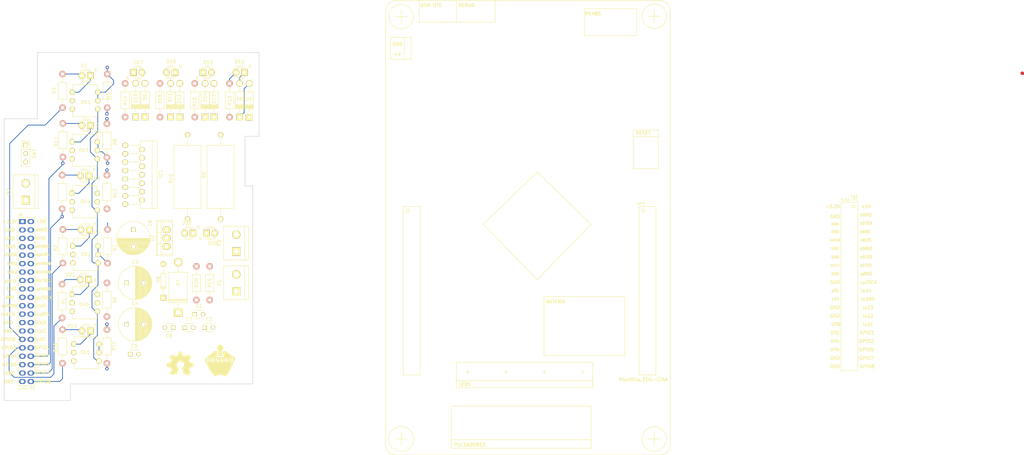
<source format=kicad_pcb>
(kicad_pcb (version 4) (host pcbnew 4.0.2+e4-6225~38~ubuntu14.04.1-stable)

  (general
    (links 92)
    (no_connects 67)
    (area 74.924999 39.924999 151.967001 145.075001)
    (thickness 1.6)
    (drawings 14)
    (tracks 137)
    (zones 0)
    (modules 70)
    (nets 46)
  )

  (page A4)
  (layers
    (0 F.Cu signal)
    (31 B.Cu signal)
    (32 B.Adhes user)
    (33 F.Adhes user)
    (34 B.Paste user)
    (35 F.Paste user)
    (36 B.SilkS user)
    (37 F.SilkS user)
    (38 B.Mask user)
    (39 F.Mask user)
    (40 Dwgs.User user)
    (41 Cmts.User user)
    (42 Eco1.User user)
    (43 Eco2.User user)
    (44 Edge.Cuts user)
    (45 Margin user)
    (46 B.CrtYd user)
    (47 F.CrtYd user)
    (48 B.Fab user)
    (49 F.Fab user)
  )

  (setup
    (last_trace_width 0.254)
    (user_trace_width 0.254)
    (user_trace_width 0.381)
    (user_trace_width 0.508)
    (trace_clearance 0.254)
    (zone_clearance 0.508)
    (zone_45_only no)
    (trace_min 0.254)
    (segment_width 0.2)
    (edge_width 0.15)
    (via_size 1.016)
    (via_drill 0.508)
    (via_min_size 1.016)
    (via_min_drill 0.508)
    (uvia_size 0.1016)
    (uvia_drill 0.0508)
    (uvias_allowed no)
    (uvia_min_size 0.1016)
    (uvia_min_drill 0.0508)
    (pcb_text_width 0.3)
    (pcb_text_size 1.5 1.5)
    (mod_edge_width 0.15)
    (mod_text_size 1 1)
    (mod_text_width 0.15)
    (pad_size 1.524 1.524)
    (pad_drill 0.762)
    (pad_to_mask_clearance 0.2)
    (aux_axis_origin 0 0)
    (visible_elements FFFEFF7F)
    (pcbplotparams
      (layerselection 0x00030_80000001)
      (usegerberextensions false)
      (excludeedgelayer true)
      (linewidth 0.100000)
      (plotframeref false)
      (viasonmask false)
      (mode 1)
      (useauxorigin false)
      (hpglpennumber 1)
      (hpglpenspeed 20)
      (hpglpendiameter 15)
      (hpglpenoverlay 2)
      (psnegative false)
      (psa4output false)
      (plotreference true)
      (plotvalue true)
      (plotinvisibletext false)
      (padsonsilk false)
      (subtractmaskfromsilk false)
      (outputformat 1)
      (mirror false)
      (drillshape 1)
      (scaleselection 1)
      (outputdirectory ""))
  )

  (net 0 "")
  (net 1 VDD)
  (net 2 GNDA)
  (net 3 VCC)
  (net 4 "Net-(D1-Pad1)")
  (net 5 "Net-(D1-Pad2)")
  (net 6 "Net-(D2-Pad1)")
  (net 7 "Net-(D2-Pad2)")
  (net 8 "Net-(D3-Pad1)")
  (net 9 "Net-(D3-Pad2)")
  (net 10 "Net-(D4-Pad1)")
  (net 11 "Net-(D4-Pad2)")
  (net 12 "Net-(D15-Pad1)")
  (net 13 "Net-(D15-Pad2)")
  (net 14 "Net-(D16-Pad2)")
  (net 15 "Net-(D17-Pad2)")
  (net 16 "Net-(D18-Pad2)")
  (net 17 "Net-(D19-Pad2)")
  (net 18 "Net-(D21-Pad1)")
  (net 19 "Net-(D21-Pad2)")
  (net 20 "Net-(D22-Pad2)")
  (net 21 "Net-(F1-Pad1)")
  (net 22 "Net-(F2-Pad1)")
  (net 23 "Net-(F3-Pad1)")
  (net 24 "Net-(IC1-Pad1)")
  (net 25 /OUT1)
  (net 26 /OUT2)
  (net 27 /IN1)
  (net 28 /ENA)
  (net 29 /IN2)
  (net 30 /IN3)
  (net 31 /ENB)
  (net 32 /IN4)
  (net 33 /OUT3)
  (net 34 /OUT4)
  (net 35 "Net-(IC1-Pad15)")
  (net 36 "Net-(OK1-Pad2)")
  (net 37 "Net-(P2-Pad2)")
  (net 38 /GPIO2)
  (net 39 /GPIO7)
  (net 40 /GPIO0)
  (net 41 /GPIO5)
  (net 42 /GPIO8)
  (net 43 /GPIO3)
  (net 44 "Net-(SW1-Pad1)")
  (net 45 "Net-(D7-PadA)")

  (net_class Default "This is the default net class."
    (clearance 0.254)
    (trace_width 0.254)
    (via_dia 1.016)
    (via_drill 0.508)
    (uvia_dia 0.1016)
    (uvia_drill 0.0508)
    (add_net /ENA)
    (add_net /ENB)
    (add_net /GPIO0)
    (add_net /GPIO2)
    (add_net /GPIO3)
    (add_net /GPIO5)
    (add_net /GPIO7)
    (add_net /GPIO8)
    (add_net /IN1)
    (add_net /IN2)
    (add_net /IN3)
    (add_net /IN4)
    (add_net /OUT1)
    (add_net /OUT2)
    (add_net /OUT3)
    (add_net /OUT4)
    (add_net GNDA)
    (add_net "Net-(D1-Pad1)")
    (add_net "Net-(D1-Pad2)")
    (add_net "Net-(D15-Pad1)")
    (add_net "Net-(D15-Pad2)")
    (add_net "Net-(D16-Pad2)")
    (add_net "Net-(D17-Pad2)")
    (add_net "Net-(D18-Pad2)")
    (add_net "Net-(D19-Pad2)")
    (add_net "Net-(D2-Pad1)")
    (add_net "Net-(D2-Pad2)")
    (add_net "Net-(D21-Pad1)")
    (add_net "Net-(D21-Pad2)")
    (add_net "Net-(D22-Pad2)")
    (add_net "Net-(D3-Pad1)")
    (add_net "Net-(D3-Pad2)")
    (add_net "Net-(D4-Pad1)")
    (add_net "Net-(D4-Pad2)")
    (add_net "Net-(D7-PadA)")
    (add_net "Net-(F1-Pad1)")
    (add_net "Net-(F2-Pad1)")
    (add_net "Net-(F3-Pad1)")
    (add_net "Net-(IC1-Pad1)")
    (add_net "Net-(IC1-Pad15)")
    (add_net "Net-(OK1-Pad2)")
    (add_net "Net-(P2-Pad2)")
    (add_net "Net-(SW1-Pad1)")
    (add_net VCC)
    (add_net VDD)
  )

  (module Motor_Board:Resistor_Horizontal_RM10mm (layer F.Cu) (tedit 57C25FF6) (tstamp 57BD2F3B)
    (at 106.2 93.4 270)
    (descr "Resistor, Axial,  RM 10mm, 1/3W")
    (tags "Resistor Axial RM 10mm 1/3W")
    (path /579EB51E)
    (fp_text reference R7 (at 5.6 -2.3 270) (layer F.SilkS)
      (effects (font (size 1 1) (thickness 0.15)))
    )
    (fp_text value 1K (at 5.08 3.81 270) (layer F.Fab)
      (effects (font (size 1 1) (thickness 0.15)))
    )
    (fp_line (start -1.25 -1.5) (end 11.4 -1.5) (layer F.CrtYd) (width 0.05))
    (fp_line (start -1.25 1.5) (end -1.25 -1.5) (layer F.CrtYd) (width 0.05))
    (fp_line (start 11.4 -1.5) (end 11.4 1.5) (layer F.CrtYd) (width 0.05))
    (fp_line (start -1.25 1.5) (end 11.4 1.5) (layer F.CrtYd) (width 0.05))
    (fp_line (start 2.54 -1.27) (end 7.62 -1.27) (layer F.SilkS) (width 0.15))
    (fp_line (start 7.62 -1.27) (end 7.62 1.27) (layer F.SilkS) (width 0.15))
    (fp_line (start 7.62 1.27) (end 2.54 1.27) (layer F.SilkS) (width 0.15))
    (fp_line (start 2.54 1.27) (end 2.54 -1.27) (layer F.SilkS) (width 0.15))
    (fp_line (start 2.54 0) (end 1.27 0) (layer F.SilkS) (width 0.15))
    (fp_line (start 7.62 0) (end 8.89 0) (layer F.SilkS) (width 0.15))
    (pad 1 thru_hole circle (at 0 0 270) (size 1.99898 1.99898) (drill 1.00076) (layers *.Cu *.SilkS *.Mask)
      (net 1 VDD))
    (pad 2 thru_hole circle (at 10.16 0 270) (size 1.99898 1.99898) (drill 1.00076) (layers *.Cu *.SilkS *.Mask)
      (net 29 /IN2))
    (model Resistors_ThroughHole.3dshapes/Resistor_Horizontal_RM10mm.wrl
      (at (xyz 0.2 0 0))
      (scale (xyz 0.4 0.4 0.4))
      (rotate (xyz 0 0 0))
    )
  )

  (module Motor_Board:C_Disc_D3_P2.5 (layer F.Cu) (tedit 0) (tstamp 57BD2DF3)
    (at 132.5 119)
    (descr "Capacitor 3mm Disc, Pitch 2.5mm")
    (tags Capacitor)
    (path /57A00AB0)
    (fp_text reference C1 (at 1.25 -2.5) (layer F.SilkS)
      (effects (font (size 1 1) (thickness 0.15)))
    )
    (fp_text value 0.1uF (at 1.25 2.5) (layer F.Fab)
      (effects (font (size 1 1) (thickness 0.15)))
    )
    (fp_line (start -0.9 -1.5) (end 3.4 -1.5) (layer F.CrtYd) (width 0.05))
    (fp_line (start 3.4 -1.5) (end 3.4 1.5) (layer F.CrtYd) (width 0.05))
    (fp_line (start 3.4 1.5) (end -0.9 1.5) (layer F.CrtYd) (width 0.05))
    (fp_line (start -0.9 1.5) (end -0.9 -1.5) (layer F.CrtYd) (width 0.05))
    (fp_line (start -0.25 -1.25) (end 2.75 -1.25) (layer F.SilkS) (width 0.15))
    (fp_line (start 2.75 1.25) (end -0.25 1.25) (layer F.SilkS) (width 0.15))
    (pad 1 thru_hole rect (at 0 0) (size 1.3 1.3) (drill 0.8) (layers *.Cu *.Mask F.SilkS)
      (net 1 VDD))
    (pad 2 thru_hole circle (at 2.5 0) (size 1.3 1.3) (drill 0.8001) (layers *.Cu *.Mask F.SilkS)
      (net 2 GNDA))
    (model Capacitors_ThroughHole.3dshapes/C_Disc_D3_P2.5.wrl
      (at (xyz 0.0492126 0 0))
      (scale (xyz 1 1 1))
      (rotate (xyz 0 0 0))
    )
  )

  (module Motor_Board:C_Disc_D3_P2.5 (layer F.Cu) (tedit 0) (tstamp 57BD2DF9)
    (at 135.5 123)
    (descr "Capacitor 3mm Disc, Pitch 2.5mm")
    (tags Capacitor)
    (path /5785F11D)
    (fp_text reference C2 (at 1.25 -2.5) (layer F.SilkS)
      (effects (font (size 1 1) (thickness 0.15)))
    )
    (fp_text value 0.1uF (at 1.25 2.5) (layer F.Fab)
      (effects (font (size 1 1) (thickness 0.15)))
    )
    (fp_line (start -0.9 -1.5) (end 3.4 -1.5) (layer F.CrtYd) (width 0.05))
    (fp_line (start 3.4 -1.5) (end 3.4 1.5) (layer F.CrtYd) (width 0.05))
    (fp_line (start 3.4 1.5) (end -0.9 1.5) (layer F.CrtYd) (width 0.05))
    (fp_line (start -0.9 1.5) (end -0.9 -1.5) (layer F.CrtYd) (width 0.05))
    (fp_line (start -0.25 -1.25) (end 2.75 -1.25) (layer F.SilkS) (width 0.15))
    (fp_line (start 2.75 1.25) (end -0.25 1.25) (layer F.SilkS) (width 0.15))
    (pad 1 thru_hole rect (at 0 0) (size 1.3 1.3) (drill 0.8) (layers *.Cu *.Mask F.SilkS)
      (net 3 VCC))
    (pad 2 thru_hole circle (at 2.5 0) (size 1.3 1.3) (drill 0.8001) (layers *.Cu *.Mask F.SilkS)
      (net 2 GNDA))
    (model Capacitors_ThroughHole.3dshapes/C_Disc_D3_P2.5.wrl
      (at (xyz 0.0492126 0 0))
      (scale (xyz 1 1 1))
      (rotate (xyz 0 0 0))
    )
  )

  (module Motor_Board:C_Radial_D10_L25_P5 (layer F.Cu) (tedit 0) (tstamp 57BD2DFF)
    (at 112 109.5)
    (descr "Radial Electrolytic Capacitor Diameter 10mm x Length 25mm, Pitch 5mm")
    (tags "Electrolytic Capacitor")
    (path /579C2C83)
    (fp_text reference C3 (at 2.5 -6.3) (layer F.SilkS)
      (effects (font (size 1 1) (thickness 0.15)))
    )
    (fp_text value 470uF (at 2.5 6.3) (layer F.Fab)
      (effects (font (size 1 1) (thickness 0.15)))
    )
    (fp_line (start 2.575 -4.999) (end 2.575 4.999) (layer F.SilkS) (width 0.15))
    (fp_line (start 2.715 -4.995) (end 2.715 4.995) (layer F.SilkS) (width 0.15))
    (fp_line (start 2.855 -4.987) (end 2.855 4.987) (layer F.SilkS) (width 0.15))
    (fp_line (start 2.995 -4.975) (end 2.995 4.975) (layer F.SilkS) (width 0.15))
    (fp_line (start 3.135 -4.96) (end 3.135 4.96) (layer F.SilkS) (width 0.15))
    (fp_line (start 3.275 -4.94) (end 3.275 4.94) (layer F.SilkS) (width 0.15))
    (fp_line (start 3.415 -4.916) (end 3.415 4.916) (layer F.SilkS) (width 0.15))
    (fp_line (start 3.555 -4.887) (end 3.555 4.887) (layer F.SilkS) (width 0.15))
    (fp_line (start 3.695 -4.855) (end 3.695 4.855) (layer F.SilkS) (width 0.15))
    (fp_line (start 3.835 -4.818) (end 3.835 4.818) (layer F.SilkS) (width 0.15))
    (fp_line (start 3.975 -4.777) (end 3.975 4.777) (layer F.SilkS) (width 0.15))
    (fp_line (start 4.115 -4.732) (end 4.115 -0.466) (layer F.SilkS) (width 0.15))
    (fp_line (start 4.115 0.466) (end 4.115 4.732) (layer F.SilkS) (width 0.15))
    (fp_line (start 4.255 -4.682) (end 4.255 -0.667) (layer F.SilkS) (width 0.15))
    (fp_line (start 4.255 0.667) (end 4.255 4.682) (layer F.SilkS) (width 0.15))
    (fp_line (start 4.395 -4.627) (end 4.395 -0.796) (layer F.SilkS) (width 0.15))
    (fp_line (start 4.395 0.796) (end 4.395 4.627) (layer F.SilkS) (width 0.15))
    (fp_line (start 4.535 -4.567) (end 4.535 -0.885) (layer F.SilkS) (width 0.15))
    (fp_line (start 4.535 0.885) (end 4.535 4.567) (layer F.SilkS) (width 0.15))
    (fp_line (start 4.675 -4.502) (end 4.675 -0.946) (layer F.SilkS) (width 0.15))
    (fp_line (start 4.675 0.946) (end 4.675 4.502) (layer F.SilkS) (width 0.15))
    (fp_line (start 4.815 -4.432) (end 4.815 -0.983) (layer F.SilkS) (width 0.15))
    (fp_line (start 4.815 0.983) (end 4.815 4.432) (layer F.SilkS) (width 0.15))
    (fp_line (start 4.955 -4.356) (end 4.955 -0.999) (layer F.SilkS) (width 0.15))
    (fp_line (start 4.955 0.999) (end 4.955 4.356) (layer F.SilkS) (width 0.15))
    (fp_line (start 5.095 -4.274) (end 5.095 -0.995) (layer F.SilkS) (width 0.15))
    (fp_line (start 5.095 0.995) (end 5.095 4.274) (layer F.SilkS) (width 0.15))
    (fp_line (start 5.235 -4.186) (end 5.235 -0.972) (layer F.SilkS) (width 0.15))
    (fp_line (start 5.235 0.972) (end 5.235 4.186) (layer F.SilkS) (width 0.15))
    (fp_line (start 5.375 -4.091) (end 5.375 -0.927) (layer F.SilkS) (width 0.15))
    (fp_line (start 5.375 0.927) (end 5.375 4.091) (layer F.SilkS) (width 0.15))
    (fp_line (start 5.515 -3.989) (end 5.515 -0.857) (layer F.SilkS) (width 0.15))
    (fp_line (start 5.515 0.857) (end 5.515 3.989) (layer F.SilkS) (width 0.15))
    (fp_line (start 5.655 -3.879) (end 5.655 -0.756) (layer F.SilkS) (width 0.15))
    (fp_line (start 5.655 0.756) (end 5.655 3.879) (layer F.SilkS) (width 0.15))
    (fp_line (start 5.795 -3.761) (end 5.795 -0.607) (layer F.SilkS) (width 0.15))
    (fp_line (start 5.795 0.607) (end 5.795 3.761) (layer F.SilkS) (width 0.15))
    (fp_line (start 5.935 -3.633) (end 5.935 -0.355) (layer F.SilkS) (width 0.15))
    (fp_line (start 5.935 0.355) (end 5.935 3.633) (layer F.SilkS) (width 0.15))
    (fp_line (start 6.075 -3.496) (end 6.075 3.496) (layer F.SilkS) (width 0.15))
    (fp_line (start 6.215 -3.346) (end 6.215 3.346) (layer F.SilkS) (width 0.15))
    (fp_line (start 6.355 -3.184) (end 6.355 3.184) (layer F.SilkS) (width 0.15))
    (fp_line (start 6.495 -3.007) (end 6.495 3.007) (layer F.SilkS) (width 0.15))
    (fp_line (start 6.635 -2.811) (end 6.635 2.811) (layer F.SilkS) (width 0.15))
    (fp_line (start 6.775 -2.593) (end 6.775 2.593) (layer F.SilkS) (width 0.15))
    (fp_line (start 6.915 -2.347) (end 6.915 2.347) (layer F.SilkS) (width 0.15))
    (fp_line (start 7.055 -2.062) (end 7.055 2.062) (layer F.SilkS) (width 0.15))
    (fp_line (start 7.195 -1.72) (end 7.195 1.72) (layer F.SilkS) (width 0.15))
    (fp_line (start 7.335 -1.274) (end 7.335 1.274) (layer F.SilkS) (width 0.15))
    (fp_line (start 7.475 -0.499) (end 7.475 0.499) (layer F.SilkS) (width 0.15))
    (fp_circle (center 5 0) (end 5 -1) (layer F.SilkS) (width 0.15))
    (fp_circle (center 2.5 0) (end 2.5 -5.0375) (layer F.SilkS) (width 0.15))
    (fp_circle (center 2.5 0) (end 2.5 -5.3) (layer F.CrtYd) (width 0.05))
    (pad 1 thru_hole rect (at 0 0) (size 1.3 1.3) (drill 0.8) (layers *.Cu *.Mask F.SilkS)
      (net 3 VCC))
    (pad 2 thru_hole circle (at 5 0) (size 1.3 1.3) (drill 0.8) (layers *.Cu *.Mask F.SilkS)
      (net 2 GNDA))
    (model Capacitors_ThroughHole.3dshapes/C_Radial_D10_L25_P5.wrl
      (at (xyz 0.0984252 0 0))
      (scale (xyz 1 1 1))
      (rotate (xyz 0 0 90))
    )
  )

  (module Motor_Board:C_Radial_D10_L25_P5 (layer F.Cu) (tedit 0) (tstamp 57BD2E05)
    (at 112 122)
    (descr "Radial Electrolytic Capacitor Diameter 10mm x Length 25mm, Pitch 5mm")
    (tags "Electrolytic Capacitor")
    (path /5779B49F)
    (fp_text reference C4 (at 2.5 -6.3) (layer F.SilkS)
      (effects (font (size 1 1) (thickness 0.15)))
    )
    (fp_text value 470uF (at 2.5 6.3) (layer F.Fab)
      (effects (font (size 1 1) (thickness 0.15)))
    )
    (fp_line (start 2.575 -4.999) (end 2.575 4.999) (layer F.SilkS) (width 0.15))
    (fp_line (start 2.715 -4.995) (end 2.715 4.995) (layer F.SilkS) (width 0.15))
    (fp_line (start 2.855 -4.987) (end 2.855 4.987) (layer F.SilkS) (width 0.15))
    (fp_line (start 2.995 -4.975) (end 2.995 4.975) (layer F.SilkS) (width 0.15))
    (fp_line (start 3.135 -4.96) (end 3.135 4.96) (layer F.SilkS) (width 0.15))
    (fp_line (start 3.275 -4.94) (end 3.275 4.94) (layer F.SilkS) (width 0.15))
    (fp_line (start 3.415 -4.916) (end 3.415 4.916) (layer F.SilkS) (width 0.15))
    (fp_line (start 3.555 -4.887) (end 3.555 4.887) (layer F.SilkS) (width 0.15))
    (fp_line (start 3.695 -4.855) (end 3.695 4.855) (layer F.SilkS) (width 0.15))
    (fp_line (start 3.835 -4.818) (end 3.835 4.818) (layer F.SilkS) (width 0.15))
    (fp_line (start 3.975 -4.777) (end 3.975 4.777) (layer F.SilkS) (width 0.15))
    (fp_line (start 4.115 -4.732) (end 4.115 -0.466) (layer F.SilkS) (width 0.15))
    (fp_line (start 4.115 0.466) (end 4.115 4.732) (layer F.SilkS) (width 0.15))
    (fp_line (start 4.255 -4.682) (end 4.255 -0.667) (layer F.SilkS) (width 0.15))
    (fp_line (start 4.255 0.667) (end 4.255 4.682) (layer F.SilkS) (width 0.15))
    (fp_line (start 4.395 -4.627) (end 4.395 -0.796) (layer F.SilkS) (width 0.15))
    (fp_line (start 4.395 0.796) (end 4.395 4.627) (layer F.SilkS) (width 0.15))
    (fp_line (start 4.535 -4.567) (end 4.535 -0.885) (layer F.SilkS) (width 0.15))
    (fp_line (start 4.535 0.885) (end 4.535 4.567) (layer F.SilkS) (width 0.15))
    (fp_line (start 4.675 -4.502) (end 4.675 -0.946) (layer F.SilkS) (width 0.15))
    (fp_line (start 4.675 0.946) (end 4.675 4.502) (layer F.SilkS) (width 0.15))
    (fp_line (start 4.815 -4.432) (end 4.815 -0.983) (layer F.SilkS) (width 0.15))
    (fp_line (start 4.815 0.983) (end 4.815 4.432) (layer F.SilkS) (width 0.15))
    (fp_line (start 4.955 -4.356) (end 4.955 -0.999) (layer F.SilkS) (width 0.15))
    (fp_line (start 4.955 0.999) (end 4.955 4.356) (layer F.SilkS) (width 0.15))
    (fp_line (start 5.095 -4.274) (end 5.095 -0.995) (layer F.SilkS) (width 0.15))
    (fp_line (start 5.095 0.995) (end 5.095 4.274) (layer F.SilkS) (width 0.15))
    (fp_line (start 5.235 -4.186) (end 5.235 -0.972) (layer F.SilkS) (width 0.15))
    (fp_line (start 5.235 0.972) (end 5.235 4.186) (layer F.SilkS) (width 0.15))
    (fp_line (start 5.375 -4.091) (end 5.375 -0.927) (layer F.SilkS) (width 0.15))
    (fp_line (start 5.375 0.927) (end 5.375 4.091) (layer F.SilkS) (width 0.15))
    (fp_line (start 5.515 -3.989) (end 5.515 -0.857) (layer F.SilkS) (width 0.15))
    (fp_line (start 5.515 0.857) (end 5.515 3.989) (layer F.SilkS) (width 0.15))
    (fp_line (start 5.655 -3.879) (end 5.655 -0.756) (layer F.SilkS) (width 0.15))
    (fp_line (start 5.655 0.756) (end 5.655 3.879) (layer F.SilkS) (width 0.15))
    (fp_line (start 5.795 -3.761) (end 5.795 -0.607) (layer F.SilkS) (width 0.15))
    (fp_line (start 5.795 0.607) (end 5.795 3.761) (layer F.SilkS) (width 0.15))
    (fp_line (start 5.935 -3.633) (end 5.935 -0.355) (layer F.SilkS) (width 0.15))
    (fp_line (start 5.935 0.355) (end 5.935 3.633) (layer F.SilkS) (width 0.15))
    (fp_line (start 6.075 -3.496) (end 6.075 3.496) (layer F.SilkS) (width 0.15))
    (fp_line (start 6.215 -3.346) (end 6.215 3.346) (layer F.SilkS) (width 0.15))
    (fp_line (start 6.355 -3.184) (end 6.355 3.184) (layer F.SilkS) (width 0.15))
    (fp_line (start 6.495 -3.007) (end 6.495 3.007) (layer F.SilkS) (width 0.15))
    (fp_line (start 6.635 -2.811) (end 6.635 2.811) (layer F.SilkS) (width 0.15))
    (fp_line (start 6.775 -2.593) (end 6.775 2.593) (layer F.SilkS) (width 0.15))
    (fp_line (start 6.915 -2.347) (end 6.915 2.347) (layer F.SilkS) (width 0.15))
    (fp_line (start 7.055 -2.062) (end 7.055 2.062) (layer F.SilkS) (width 0.15))
    (fp_line (start 7.195 -1.72) (end 7.195 1.72) (layer F.SilkS) (width 0.15))
    (fp_line (start 7.335 -1.274) (end 7.335 1.274) (layer F.SilkS) (width 0.15))
    (fp_line (start 7.475 -0.499) (end 7.475 0.499) (layer F.SilkS) (width 0.15))
    (fp_circle (center 5 0) (end 5 -1) (layer F.SilkS) (width 0.15))
    (fp_circle (center 2.5 0) (end 2.5 -5.0375) (layer F.SilkS) (width 0.15))
    (fp_circle (center 2.5 0) (end 2.5 -5.3) (layer F.CrtYd) (width 0.05))
    (pad 1 thru_hole rect (at 0 0) (size 1.3 1.3) (drill 0.8) (layers *.Cu *.Mask F.SilkS)
      (net 3 VCC))
    (pad 2 thru_hole circle (at 5 0) (size 1.3 1.3) (drill 0.8) (layers *.Cu *.Mask F.SilkS)
      (net 2 GNDA))
    (model Capacitors_ThroughHole.3dshapes/C_Radial_D10_L25_P5.wrl
      (at (xyz 0.0984252 0 0))
      (scale (xyz 1 1 1))
      (rotate (xyz 0 0 90))
    )
  )

  (module Motor_Board:C_Disc_D3_P2.5 (layer F.Cu) (tedit 0) (tstamp 57BD2E0B)
    (at 113 131)
    (descr "Capacitor 3mm Disc, Pitch 2.5mm")
    (tags Capacitor)
    (path /579FCB08)
    (fp_text reference C5 (at 1.25 -2.5) (layer F.SilkS)
      (effects (font (size 1 1) (thickness 0.15)))
    )
    (fp_text value 0.1uF (at 1.25 2.5) (layer F.Fab)
      (effects (font (size 1 1) (thickness 0.15)))
    )
    (fp_line (start -0.9 -1.5) (end 3.4 -1.5) (layer F.CrtYd) (width 0.05))
    (fp_line (start 3.4 -1.5) (end 3.4 1.5) (layer F.CrtYd) (width 0.05))
    (fp_line (start 3.4 1.5) (end -0.9 1.5) (layer F.CrtYd) (width 0.05))
    (fp_line (start -0.9 1.5) (end -0.9 -1.5) (layer F.CrtYd) (width 0.05))
    (fp_line (start -0.25 -1.25) (end 2.75 -1.25) (layer F.SilkS) (width 0.15))
    (fp_line (start 2.75 1.25) (end -0.25 1.25) (layer F.SilkS) (width 0.15))
    (pad 1 thru_hole rect (at 0 0) (size 1.3 1.3) (drill 0.8) (layers *.Cu *.Mask F.SilkS)
      (net 3 VCC))
    (pad 2 thru_hole circle (at 2.5 0) (size 1.3 1.3) (drill 0.8001) (layers *.Cu *.Mask F.SilkS)
      (net 2 GNDA))
    (model Capacitors_ThroughHole.3dshapes/C_Disc_D3_P2.5.wrl
      (at (xyz 0.0492126 0 0))
      (scale (xyz 1 1 1))
      (rotate (xyz 0 0 0))
    )
  )

  (module Motor_Board:C_Radial_D10_L16_P5 (layer F.Cu) (tedit 57C38039) (tstamp 57BD2E11)
    (at 114 93.5 270)
    (descr "Radial Electrolytic Capacitor 10mm x Length 16mm, Pitch 5mm")
    (tags "Electrolytic Capacitor")
    (path /5779B4E8)
    (fp_text reference C6 (at -2 -5 270) (layer F.SilkS)
      (effects (font (size 1 1) (thickness 0.15)))
    )
    (fp_text value 220uF (at 2.5 6.3 270) (layer F.Fab)
      (effects (font (size 1 1) (thickness 0.15)))
    )
    (fp_line (start 2.575 -4.999) (end 2.575 4.999) (layer F.SilkS) (width 0.15))
    (fp_line (start 2.715 -4.995) (end 2.715 4.995) (layer F.SilkS) (width 0.15))
    (fp_line (start 2.855 -4.987) (end 2.855 4.987) (layer F.SilkS) (width 0.15))
    (fp_line (start 2.995 -4.975) (end 2.995 4.975) (layer F.SilkS) (width 0.15))
    (fp_line (start 3.135 -4.96) (end 3.135 4.96) (layer F.SilkS) (width 0.15))
    (fp_line (start 3.275 -4.94) (end 3.275 4.94) (layer F.SilkS) (width 0.15))
    (fp_line (start 3.415 -4.916) (end 3.415 4.916) (layer F.SilkS) (width 0.15))
    (fp_line (start 3.555 -4.887) (end 3.555 4.887) (layer F.SilkS) (width 0.15))
    (fp_line (start 3.695 -4.855) (end 3.695 4.855) (layer F.SilkS) (width 0.15))
    (fp_line (start 3.835 -4.818) (end 3.835 4.818) (layer F.SilkS) (width 0.15))
    (fp_line (start 3.975 -4.777) (end 3.975 4.777) (layer F.SilkS) (width 0.15))
    (fp_line (start 4.115 -4.732) (end 4.115 -0.466) (layer F.SilkS) (width 0.15))
    (fp_line (start 4.115 0.466) (end 4.115 4.732) (layer F.SilkS) (width 0.15))
    (fp_line (start 4.255 -4.682) (end 4.255 -0.667) (layer F.SilkS) (width 0.15))
    (fp_line (start 4.255 0.667) (end 4.255 4.682) (layer F.SilkS) (width 0.15))
    (fp_line (start 4.395 -4.627) (end 4.395 -0.796) (layer F.SilkS) (width 0.15))
    (fp_line (start 4.395 0.796) (end 4.395 4.627) (layer F.SilkS) (width 0.15))
    (fp_line (start 4.535 -4.567) (end 4.535 -0.885) (layer F.SilkS) (width 0.15))
    (fp_line (start 4.535 0.885) (end 4.535 4.567) (layer F.SilkS) (width 0.15))
    (fp_line (start 4.675 -4.502) (end 4.675 -0.946) (layer F.SilkS) (width 0.15))
    (fp_line (start 4.675 0.946) (end 4.675 4.502) (layer F.SilkS) (width 0.15))
    (fp_line (start 4.815 -4.432) (end 4.815 -0.983) (layer F.SilkS) (width 0.15))
    (fp_line (start 4.815 0.983) (end 4.815 4.432) (layer F.SilkS) (width 0.15))
    (fp_line (start 4.955 -4.356) (end 4.955 -0.999) (layer F.SilkS) (width 0.15))
    (fp_line (start 4.955 0.999) (end 4.955 4.356) (layer F.SilkS) (width 0.15))
    (fp_line (start 5.095 -4.274) (end 5.095 -0.995) (layer F.SilkS) (width 0.15))
    (fp_line (start 5.095 0.995) (end 5.095 4.274) (layer F.SilkS) (width 0.15))
    (fp_line (start 5.235 -4.186) (end 5.235 -0.972) (layer F.SilkS) (width 0.15))
    (fp_line (start 5.235 0.972) (end 5.235 4.186) (layer F.SilkS) (width 0.15))
    (fp_line (start 5.375 -4.091) (end 5.375 -0.927) (layer F.SilkS) (width 0.15))
    (fp_line (start 5.375 0.927) (end 5.375 4.091) (layer F.SilkS) (width 0.15))
    (fp_line (start 5.515 -3.989) (end 5.515 -0.857) (layer F.SilkS) (width 0.15))
    (fp_line (start 5.515 0.857) (end 5.515 3.989) (layer F.SilkS) (width 0.15))
    (fp_line (start 5.655 -3.879) (end 5.655 -0.756) (layer F.SilkS) (width 0.15))
    (fp_line (start 5.655 0.756) (end 5.655 3.879) (layer F.SilkS) (width 0.15))
    (fp_line (start 5.795 -3.761) (end 5.795 -0.607) (layer F.SilkS) (width 0.15))
    (fp_line (start 5.795 0.607) (end 5.795 3.761) (layer F.SilkS) (width 0.15))
    (fp_line (start 5.935 -3.633) (end 5.935 -0.355) (layer F.SilkS) (width 0.15))
    (fp_line (start 5.935 0.355) (end 5.935 3.633) (layer F.SilkS) (width 0.15))
    (fp_line (start 6.075 -3.496) (end 6.075 3.496) (layer F.SilkS) (width 0.15))
    (fp_line (start 6.215 -3.346) (end 6.215 3.346) (layer F.SilkS) (width 0.15))
    (fp_line (start 6.355 -3.184) (end 6.355 3.184) (layer F.SilkS) (width 0.15))
    (fp_line (start 6.495 -3.007) (end 6.495 3.007) (layer F.SilkS) (width 0.15))
    (fp_line (start 6.635 -2.811) (end 6.635 2.811) (layer F.SilkS) (width 0.15))
    (fp_line (start 6.775 -2.593) (end 6.775 2.593) (layer F.SilkS) (width 0.15))
    (fp_line (start 6.915 -2.347) (end 6.915 2.347) (layer F.SilkS) (width 0.15))
    (fp_line (start 7.055 -2.062) (end 7.055 2.062) (layer F.SilkS) (width 0.15))
    (fp_line (start 7.195 -1.72) (end 7.195 1.72) (layer F.SilkS) (width 0.15))
    (fp_line (start 7.335 -1.274) (end 7.335 1.274) (layer F.SilkS) (width 0.15))
    (fp_line (start 7.475 -0.499) (end 7.475 0.499) (layer F.SilkS) (width 0.15))
    (fp_circle (center 5 0) (end 5 -1) (layer F.SilkS) (width 0.15))
    (fp_circle (center 2.5 0) (end 2.5 -5.0375) (layer F.SilkS) (width 0.15))
    (fp_circle (center 2.5 0) (end 2.5 -5.3) (layer F.CrtYd) (width 0.05))
    (pad 1 thru_hole rect (at 0 0 270) (size 1.3 1.3) (drill 0.8) (layers *.Cu *.Mask F.SilkS)
      (net 1 VDD))
    (pad 2 thru_hole circle (at 5 0 270) (size 1.3 1.3) (drill 0.8) (layers *.Cu *.Mask F.SilkS)
      (net 2 GNDA))
    (model Capacitors_ThroughHole.3dshapes/C_Radial_D10_L16_P5.wrl
      (at (xyz 0.0984252 0 0))
      (scale (xyz 1 1 1))
      (rotate (xyz 0 0 90))
    )
  )

  (module Motor_Board:C_Disc_D3_P2.5 (layer F.Cu) (tedit 0) (tstamp 57BD2E17)
    (at 129.5 123)
    (descr "Capacitor 3mm Disc, Pitch 2.5mm")
    (tags Capacitor)
    (path /579FB57A)
    (fp_text reference C7 (at 1.25 -2.5) (layer F.SilkS)
      (effects (font (size 1 1) (thickness 0.15)))
    )
    (fp_text value 0.1uF (at 1.25 2.5) (layer F.Fab)
      (effects (font (size 1 1) (thickness 0.15)))
    )
    (fp_line (start -0.9 -1.5) (end 3.4 -1.5) (layer F.CrtYd) (width 0.05))
    (fp_line (start 3.4 -1.5) (end 3.4 1.5) (layer F.CrtYd) (width 0.05))
    (fp_line (start 3.4 1.5) (end -0.9 1.5) (layer F.CrtYd) (width 0.05))
    (fp_line (start -0.9 1.5) (end -0.9 -1.5) (layer F.CrtYd) (width 0.05))
    (fp_line (start -0.25 -1.25) (end 2.75 -1.25) (layer F.SilkS) (width 0.15))
    (fp_line (start 2.75 1.25) (end -0.25 1.25) (layer F.SilkS) (width 0.15))
    (pad 1 thru_hole rect (at 0 0) (size 1.3 1.3) (drill 0.8) (layers *.Cu *.Mask F.SilkS)
      (net 1 VDD))
    (pad 2 thru_hole circle (at 2.5 0) (size 1.3 1.3) (drill 0.8001) (layers *.Cu *.Mask F.SilkS)
      (net 2 GNDA))
    (model Capacitors_ThroughHole.3dshapes/C_Disc_D3_P2.5.wrl
      (at (xyz 0.0492126 0 0))
      (scale (xyz 1 1 1))
      (rotate (xyz 0 0 0))
    )
  )

  (module Motor_Board:C_Disc_D3_P2.5 (layer F.Cu) (tedit 0) (tstamp 57BD2E1D)
    (at 126 123 180)
    (descr "Capacitor 3mm Disc, Pitch 2.5mm")
    (tags Capacitor)
    (path /57A00FAE)
    (fp_text reference C8 (at 1.25 -2.5 180) (layer F.SilkS)
      (effects (font (size 1 1) (thickness 0.15)))
    )
    (fp_text value 0.1uF (at 1.25 2.5 180) (layer F.Fab)
      (effects (font (size 1 1) (thickness 0.15)))
    )
    (fp_line (start -0.9 -1.5) (end 3.4 -1.5) (layer F.CrtYd) (width 0.05))
    (fp_line (start 3.4 -1.5) (end 3.4 1.5) (layer F.CrtYd) (width 0.05))
    (fp_line (start 3.4 1.5) (end -0.9 1.5) (layer F.CrtYd) (width 0.05))
    (fp_line (start -0.9 1.5) (end -0.9 -1.5) (layer F.CrtYd) (width 0.05))
    (fp_line (start -0.25 -1.25) (end 2.75 -1.25) (layer F.SilkS) (width 0.15))
    (fp_line (start 2.75 1.25) (end -0.25 1.25) (layer F.SilkS) (width 0.15))
    (pad 1 thru_hole rect (at 0 0 180) (size 1.3 1.3) (drill 0.8) (layers *.Cu *.Mask F.SilkS)
      (net 3 VCC))
    (pad 2 thru_hole circle (at 2.5 0 180) (size 1.3 1.3) (drill 0.8001) (layers *.Cu *.Mask F.SilkS)
      (net 2 GNDA))
    (model Capacitors_ThroughHole.3dshapes/C_Disc_D3_P2.5.wrl
      (at (xyz 0.0492126 0 0))
      (scale (xyz 1 1 1))
      (rotate (xyz 0 0 0))
    )
  )

  (module Motor_Board:LED-3MM (layer F.Cu) (tedit 559B82F6) (tstamp 57BD2E23)
    (at 101 47 180)
    (descr "LED 3mm round vertical")
    (tags "LED  3mm round vertical")
    (path /577AAFC0)
    (fp_text reference D1 (at 1.91 3.06 180) (layer F.SilkS)
      (effects (font (size 1 1) (thickness 0.15)))
    )
    (fp_text value Led_Small (at 1.3 -2.9 180) (layer F.Fab)
      (effects (font (size 1 1) (thickness 0.15)))
    )
    (fp_line (start -1.2 2.3) (end 3.8 2.3) (layer F.CrtYd) (width 0.05))
    (fp_line (start 3.8 2.3) (end 3.8 -2.2) (layer F.CrtYd) (width 0.05))
    (fp_line (start 3.8 -2.2) (end -1.2 -2.2) (layer F.CrtYd) (width 0.05))
    (fp_line (start -1.2 -2.2) (end -1.2 2.3) (layer F.CrtYd) (width 0.05))
    (fp_line (start -0.199 1.314) (end -0.199 1.114) (layer F.SilkS) (width 0.15))
    (fp_line (start -0.199 -1.28) (end -0.199 -1.1) (layer F.SilkS) (width 0.15))
    (fp_arc (start 1.301 0.034) (end -0.199 -1.286) (angle 108.5) (layer F.SilkS) (width 0.15))
    (fp_arc (start 1.301 0.034) (end 0.25 -1.1) (angle 85.7) (layer F.SilkS) (width 0.15))
    (fp_arc (start 1.311 0.034) (end 3.051 0.994) (angle 110) (layer F.SilkS) (width 0.15))
    (fp_arc (start 1.301 0.034) (end 2.335 1.094) (angle 87.5) (layer F.SilkS) (width 0.15))
    (fp_text user K (at -1.69 1.74 180) (layer F.SilkS)
      (effects (font (size 1 1) (thickness 0.15)))
    )
    (pad 1 thru_hole rect (at 0 0 270) (size 2 2) (drill 1.00076) (layers *.Cu *.Mask F.SilkS)
      (net 4 "Net-(D1-Pad1)"))
    (pad 2 thru_hole circle (at 2.54 0 180) (size 2 2) (drill 1.00076) (layers *.Cu *.Mask F.SilkS)
      (net 5 "Net-(D1-Pad2)"))
    (model LEDs.3dshapes/LED-3MM.wrl
      (at (xyz 0.05 0 0))
      (scale (xyz 1 1 1))
      (rotate (xyz 0 0 90))
    )
  )

  (module Motor_Board:LED-3MM (layer F.Cu) (tedit 57C2536E) (tstamp 57BD2E29)
    (at 100.7 93.5 180)
    (descr "LED 3mm round vertical")
    (tags "LED  3mm round vertical")
    (path /579F22BC)
    (fp_text reference D2 (at -2.3 -0.5 180) (layer F.SilkS)
      (effects (font (size 1 1) (thickness 0.15)))
    )
    (fp_text value Led_Small (at 1.3 -2.9 180) (layer F.Fab)
      (effects (font (size 1 1) (thickness 0.15)))
    )
    (fp_line (start -1.2 2.3) (end 3.8 2.3) (layer F.CrtYd) (width 0.05))
    (fp_line (start 3.8 2.3) (end 3.8 -2.2) (layer F.CrtYd) (width 0.05))
    (fp_line (start 3.8 -2.2) (end -1.2 -2.2) (layer F.CrtYd) (width 0.05))
    (fp_line (start -1.2 -2.2) (end -1.2 2.3) (layer F.CrtYd) (width 0.05))
    (fp_line (start -0.199 1.314) (end -0.199 1.114) (layer F.SilkS) (width 0.15))
    (fp_line (start -0.199 -1.28) (end -0.199 -1.1) (layer F.SilkS) (width 0.15))
    (fp_arc (start 1.301 0.034) (end -0.199 -1.286) (angle 108.5) (layer F.SilkS) (width 0.15))
    (fp_arc (start 1.301 0.034) (end 0.25 -1.1) (angle 85.7) (layer F.SilkS) (width 0.15))
    (fp_arc (start 1.311 0.034) (end 3.051 0.994) (angle 110) (layer F.SilkS) (width 0.15))
    (fp_arc (start 1.301 0.034) (end 2.335 1.094) (angle 87.5) (layer F.SilkS) (width 0.15))
    (fp_text user K (at -1.69 1.74 180) (layer F.SilkS)
      (effects (font (size 1 1) (thickness 0.15)))
    )
    (pad 1 thru_hole rect (at 0 0 270) (size 2 2) (drill 1.00076) (layers *.Cu *.Mask F.SilkS)
      (net 6 "Net-(D2-Pad1)"))
    (pad 2 thru_hole circle (at 2.54 0 180) (size 2 2) (drill 1.00076) (layers *.Cu *.Mask F.SilkS)
      (net 7 "Net-(D2-Pad2)"))
    (model LEDs.3dshapes/LED-3MM.wrl
      (at (xyz 0.05 0 0))
      (scale (xyz 1 1 1))
      (rotate (xyz 0 0 90))
    )
  )

  (module Motor_Board:LED-3MM (layer F.Cu) (tedit 57C25358) (tstamp 57BD2E2F)
    (at 100.6 77.2 180)
    (descr "LED 3mm round vertical")
    (tags "LED  3mm round vertical")
    (path /579F267A)
    (fp_text reference D3 (at -2.4 -0.8 180) (layer F.SilkS)
      (effects (font (size 1 1) (thickness 0.15)))
    )
    (fp_text value Led_Small (at 1.3 -2.9 180) (layer F.Fab)
      (effects (font (size 1 1) (thickness 0.15)))
    )
    (fp_line (start -1.2 2.3) (end 3.8 2.3) (layer F.CrtYd) (width 0.05))
    (fp_line (start 3.8 2.3) (end 3.8 -2.2) (layer F.CrtYd) (width 0.05))
    (fp_line (start 3.8 -2.2) (end -1.2 -2.2) (layer F.CrtYd) (width 0.05))
    (fp_line (start -1.2 -2.2) (end -1.2 2.3) (layer F.CrtYd) (width 0.05))
    (fp_line (start -0.199 1.314) (end -0.199 1.114) (layer F.SilkS) (width 0.15))
    (fp_line (start -0.199 -1.28) (end -0.199 -1.1) (layer F.SilkS) (width 0.15))
    (fp_arc (start 1.301 0.034) (end -0.199 -1.286) (angle 108.5) (layer F.SilkS) (width 0.15))
    (fp_arc (start 1.301 0.034) (end 0.25 -1.1) (angle 85.7) (layer F.SilkS) (width 0.15))
    (fp_arc (start 1.311 0.034) (end 3.051 0.994) (angle 110) (layer F.SilkS) (width 0.15))
    (fp_arc (start 1.301 0.034) (end 2.335 1.094) (angle 87.5) (layer F.SilkS) (width 0.15))
    (fp_text user K (at -1.69 1.74 180) (layer F.SilkS)
      (effects (font (size 1 1) (thickness 0.15)))
    )
    (pad 1 thru_hole rect (at 0 0 270) (size 2 2) (drill 1.00076) (layers *.Cu *.Mask F.SilkS)
      (net 8 "Net-(D3-Pad1)"))
    (pad 2 thru_hole circle (at 2.54 0 180) (size 2 2) (drill 1.00076) (layers *.Cu *.Mask F.SilkS)
      (net 9 "Net-(D3-Pad2)"))
    (model LEDs.3dshapes/LED-3MM.wrl
      (at (xyz 0.05 0 0))
      (scale (xyz 1 1 1))
      (rotate (xyz 0 0 90))
    )
  )

  (module Motor_Board:LED-3MM (layer F.Cu) (tedit 57C259D4) (tstamp 57BD2E35)
    (at 101 62 180)
    (descr "LED 3mm round vertical")
    (tags "LED  3mm round vertical")
    (path /579F2444)
    (fp_text reference D4 (at -2.5 -2 180) (layer F.SilkS)
      (effects (font (size 1 1) (thickness 0.15)))
    )
    (fp_text value Led_Small (at 1.3 -2.9 180) (layer F.Fab)
      (effects (font (size 1 1) (thickness 0.15)))
    )
    (fp_line (start -1.2 2.3) (end 3.8 2.3) (layer F.CrtYd) (width 0.05))
    (fp_line (start 3.8 2.3) (end 3.8 -2.2) (layer F.CrtYd) (width 0.05))
    (fp_line (start 3.8 -2.2) (end -1.2 -2.2) (layer F.CrtYd) (width 0.05))
    (fp_line (start -1.2 -2.2) (end -1.2 2.3) (layer F.CrtYd) (width 0.05))
    (fp_line (start -0.199 1.314) (end -0.199 1.114) (layer F.SilkS) (width 0.15))
    (fp_line (start -0.199 -1.28) (end -0.199 -1.1) (layer F.SilkS) (width 0.15))
    (fp_arc (start 1.301 0.034) (end -0.199 -1.286) (angle 108.5) (layer F.SilkS) (width 0.15))
    (fp_arc (start 1.301 0.034) (end 0.25 -1.1) (angle 85.7) (layer F.SilkS) (width 0.15))
    (fp_arc (start 1.311 0.034) (end 3.051 0.994) (angle 110) (layer F.SilkS) (width 0.15))
    (fp_arc (start 1.301 0.034) (end 2.335 1.094) (angle 87.5) (layer F.SilkS) (width 0.15))
    (fp_text user K (at -2 0 180) (layer F.SilkS)
      (effects (font (size 1 1) (thickness 0.15)))
    )
    (pad 1 thru_hole rect (at 0 0 270) (size 2 2) (drill 1.00076) (layers *.Cu *.Mask F.SilkS)
      (net 10 "Net-(D4-Pad1)"))
    (pad 2 thru_hole circle (at 2.54 0 180) (size 2 2) (drill 1.00076) (layers *.Cu *.Mask F.SilkS)
      (net 11 "Net-(D4-Pad2)"))
    (model LEDs.3dshapes/LED-3MM.wrl
      (at (xyz 0.05 0 0))
      (scale (xyz 1 1 1))
      (rotate (xyz 0 0 90))
    )
  )

  (module Motor_Board:Diode_DO-41_SOD81_Horizontal_RM10 (layer F.Cu) (tedit 57C618FE) (tstamp 57BD2E3B)
    (at 148.9075 59.563 90)
    (descr "Diode, DO-41, SOD81, Horizontal, RM 10mm,")
    (tags "Diode, DO-41, SOD81, Horizontal, RM 10mm, 1N4007, SB140,")
    (path /577A8AE5)
    (fp_text reference D5 (at 5.5 0 180) (layer F.SilkS)
      (effects (font (size 1 1) (thickness 0.15)))
    )
    (fp_text value 1N4007 (at 4.37134 -3.55854 90) (layer F.Fab)
      (effects (font (size 1 1) (thickness 0.15)))
    )
    (fp_line (start 7.62 -0.00254) (end 8.636 -0.00254) (layer F.SilkS) (width 0.15))
    (fp_line (start 2.794 -0.00254) (end 1.524 -0.00254) (layer F.SilkS) (width 0.15))
    (fp_line (start 3.048 -1.27254) (end 3.048 1.26746) (layer F.SilkS) (width 0.15))
    (fp_line (start 3.302 -1.27254) (end 3.302 1.26746) (layer F.SilkS) (width 0.15))
    (fp_line (start 3.556 -1.27254) (end 3.556 1.26746) (layer F.SilkS) (width 0.15))
    (fp_line (start 2.794 -1.27254) (end 2.794 1.26746) (layer F.SilkS) (width 0.15))
    (fp_line (start 3.81 -1.27254) (end 2.54 1.26746) (layer F.SilkS) (width 0.15))
    (fp_line (start 2.54 -1.27254) (end 3.81 1.26746) (layer F.SilkS) (width 0.15))
    (fp_line (start 3.81 -1.27254) (end 3.81 1.26746) (layer F.SilkS) (width 0.15))
    (fp_line (start 3.175 -1.27254) (end 3.175 1.26746) (layer F.SilkS) (width 0.15))
    (fp_line (start 2.54 1.26746) (end 2.54 -1.27254) (layer F.SilkS) (width 0.15))
    (fp_line (start 2.54 -1.27254) (end 7.62 -1.27254) (layer F.SilkS) (width 0.15))
    (fp_line (start 7.62 -1.27254) (end 7.62 1.26746) (layer F.SilkS) (width 0.15))
    (fp_line (start 7.62 1.26746) (end 2.54 1.26746) (layer F.SilkS) (width 0.15))
    (pad 2 thru_hole circle (at 10.16 -0.00254 270) (size 1.99898 1.99898) (drill 1.27) (layers *.Cu *.Mask F.SilkS))
    (pad 1 thru_hole rect (at 0 -0.00254 270) (size 1.99898 1.99898) (drill 1.00076) (layers *.Cu *.Mask F.SilkS))
  )

  (module Motor_Board:Diode_DO-41_SOD81_Horizontal_RM10 (layer F.Cu) (tedit 57C61939) (tstamp 57BD2E41)
    (at 146.04238 59.5122 90)
    (descr "Diode, DO-41, SOD81, Horizontal, RM 10mm,")
    (tags "Diode, DO-41, SOD81, Horizontal, RM 10mm, 1N4007, SB140,")
    (path /579EEF0C)
    (fp_text reference D6 (at 5.5 0 180) (layer F.SilkS)
      (effects (font (size 1 1) (thickness 0.15)))
    )
    (fp_text value 1N4007 (at 5.08 -2.44 90) (layer F.Fab)
      (effects (font (size 1 1) (thickness 0.15)))
    )
    (fp_line (start 7.62 -0.00254) (end 8.636 -0.00254) (layer F.SilkS) (width 0.15))
    (fp_line (start 2.794 -0.00254) (end 1.524 -0.00254) (layer F.SilkS) (width 0.15))
    (fp_line (start 3.048 -1.27254) (end 3.048 1.26746) (layer F.SilkS) (width 0.15))
    (fp_line (start 3.302 -1.27254) (end 3.302 1.26746) (layer F.SilkS) (width 0.15))
    (fp_line (start 3.556 -1.27254) (end 3.556 1.26746) (layer F.SilkS) (width 0.15))
    (fp_line (start 2.794 -1.27254) (end 2.794 1.26746) (layer F.SilkS) (width 0.15))
    (fp_line (start 3.81 -1.27254) (end 2.54 1.26746) (layer F.SilkS) (width 0.15))
    (fp_line (start 2.54 -1.27254) (end 3.81 1.26746) (layer F.SilkS) (width 0.15))
    (fp_line (start 3.81 -1.27254) (end 3.81 1.26746) (layer F.SilkS) (width 0.15))
    (fp_line (start 3.175 -1.27254) (end 3.175 1.26746) (layer F.SilkS) (width 0.15))
    (fp_line (start 2.54 1.26746) (end 2.54 -1.27254) (layer F.SilkS) (width 0.15))
    (fp_line (start 2.54 -1.27254) (end 7.62 -1.27254) (layer F.SilkS) (width 0.15))
    (fp_line (start 7.62 -1.27254) (end 7.62 1.26746) (layer F.SilkS) (width 0.15))
    (fp_line (start 7.62 1.26746) (end 2.54 1.26746) (layer F.SilkS) (width 0.15))
    (pad 2 thru_hole circle (at 10.16 -0.00254 270) (size 1.99898 1.99898) (drill 1.27) (layers *.Cu *.Mask F.SilkS))
    (pad 1 thru_hole rect (at 0 -0.00254 270) (size 1.99898 1.99898) (drill 1.00076) (layers *.Cu *.Mask F.SilkS))
  )

  (module Motor_Board:Diode_DO-201AD_Horizontal_RM15 (layer F.Cu) (tedit 57C34C3E) (tstamp 57BD2E47)
    (at 127.5 118.5 90)
    (descr "Diode DO-201AD Horizontal")
    (tags "Diode DO-201AD Horizontal SB320 SB340 SB360")
    (path /57973CFB)
    (fp_text reference D7 (at 9 0 90) (layer F.SilkS)
      (effects (font (size 1 1) (thickness 0.15)))
    )
    (fp_text value 1N5822 (at 7.82922 -4.82896 90) (layer F.Fab)
      (effects (font (size 1 1) (thickness 0.15)))
    )
    (fp_line (start 12.19322 -0.00296) (end 13.71722 -0.00296) (layer F.SilkS) (width 0.15))
    (fp_line (start 3.04922 -0.00296) (end 1.52522 -0.00296) (layer F.SilkS) (width 0.15))
    (fp_line (start 4.06522 -2.79696) (end 4.06522 2.79104) (layer F.SilkS) (width 0.15))
    (fp_line (start 3.81122 -2.79696) (end 3.81122 2.79104) (layer F.SilkS) (width 0.15))
    (fp_line (start 3.55722 -2.79696) (end 3.55722 2.79104) (layer F.SilkS) (width 0.15))
    (fp_line (start 3.04922 2.79104) (end 3.04922 -2.79696) (layer F.SilkS) (width 0.15))
    (fp_line (start 3.04922 -2.79696) (end 12.19322 -2.79696) (layer F.SilkS) (width 0.15))
    (fp_line (start 12.19322 -2.79696) (end 12.19322 2.79104) (layer F.SilkS) (width 0.15))
    (fp_line (start 12.19322 2.79104) (end 3.04922 2.79104) (layer F.SilkS) (width 0.15))
    (pad 2 thru_hole circle (at 15.24122 -0.00296 270) (size 2.54 2.54) (drill 1.50114) (layers *.Cu *.Mask F.SilkS))
    (pad 1 thru_hole rect (at 0.00122 -0.00296 270) (size 2.54 2.54) (drill 1.50114) (layers *.Cu *.Mask F.SilkS))
  )

  (module Motor_Board:Diode_DO-35_SOD27_Horizontal_RM10 (layer F.Cu) (tedit 57C209CD) (tstamp 57BD2E4D)
    (at 123 114 90)
    (descr "Diode, DO-35,  SOD27, Horizontal, RM 10mm")
    (tags "Diode, DO-35, SOD27, Horizontal, RM 10mm, 1N4148,")
    (path /5797B570)
    (fp_text reference D8 (at 5.5 -1.5 90) (layer F.SilkS)
      (effects (font (size 1 1) (thickness 0.15)))
    )
    (fp_text value 1N4734A (at 4.41452 -3.55854 90) (layer F.Fab)
      (effects (font (size 1 1) (thickness 0.15)))
    )
    (fp_line (start 7.36652 -0.00254) (end 8.76352 -0.00254) (layer F.SilkS) (width 0.15))
    (fp_line (start 2.92152 -0.00254) (end 1.39752 -0.00254) (layer F.SilkS) (width 0.15))
    (fp_line (start 3.30252 -0.76454) (end 3.30252 0.75946) (layer F.SilkS) (width 0.15))
    (fp_line (start 3.04852 -0.76454) (end 3.04852 0.75946) (layer F.SilkS) (width 0.15))
    (fp_line (start 2.79452 -0.00254) (end 2.79452 0.75946) (layer F.SilkS) (width 0.15))
    (fp_line (start 2.79452 0.75946) (end 7.36652 0.75946) (layer F.SilkS) (width 0.15))
    (fp_line (start 7.36652 0.75946) (end 7.36652 -0.76454) (layer F.SilkS) (width 0.15))
    (fp_line (start 7.36652 -0.76454) (end 2.79452 -0.76454) (layer F.SilkS) (width 0.15))
    (fp_line (start 2.79452 -0.76454) (end 2.79452 -0.00254) (layer F.SilkS) (width 0.15))
    (pad 2 thru_hole circle (at 10.16052 -0.00254 270) (size 1.69926 1.69926) (drill 0.70104) (layers *.Cu *.Mask F.SilkS))
    (pad 1 thru_hole rect (at 0.00052 -0.00254 270) (size 1.69926 1.69926) (drill 0.70104) (layers *.Cu *.Mask F.SilkS))
    (model Diodes_ThroughHole.3dshapes/Diode_DO-35_SOD27_Horizontal_RM10.wrl
      (at (xyz 0.2 0 0))
      (scale (xyz 0.4 0.4 0.4))
      (rotate (xyz 0 0 180))
    )
  )

  (module Motor_Board:Diode_DO-41_SOD81_Horizontal_RM10 (layer F.Cu) (tedit 57C26B5F) (tstamp 57BD2E53)
    (at 117.5 59.5 90)
    (descr "Diode, DO-41, SOD81, Horizontal, RM 10mm,")
    (tags "Diode, DO-41, SOD81, Horizontal, RM 10mm, 1N4007, SB140,")
    (path /579EEC5E)
    (fp_text reference D9 (at 6 0 90) (layer F.SilkS)
      (effects (font (size 1 1) (thickness 0.15)))
    )
    (fp_text value 1N4007 (at 4.37134 -3.55854 90) (layer F.Fab)
      (effects (font (size 1 1) (thickness 0.15)))
    )
    (fp_line (start 7.62 -0.00254) (end 8.636 -0.00254) (layer F.SilkS) (width 0.15))
    (fp_line (start 2.794 -0.00254) (end 1.524 -0.00254) (layer F.SilkS) (width 0.15))
    (fp_line (start 3.048 -1.27254) (end 3.048 1.26746) (layer F.SilkS) (width 0.15))
    (fp_line (start 3.302 -1.27254) (end 3.302 1.26746) (layer F.SilkS) (width 0.15))
    (fp_line (start 3.556 -1.27254) (end 3.556 1.26746) (layer F.SilkS) (width 0.15))
    (fp_line (start 2.794 -1.27254) (end 2.794 1.26746) (layer F.SilkS) (width 0.15))
    (fp_line (start 3.81 -1.27254) (end 2.54 1.26746) (layer F.SilkS) (width 0.15))
    (fp_line (start 2.54 -1.27254) (end 3.81 1.26746) (layer F.SilkS) (width 0.15))
    (fp_line (start 3.81 -1.27254) (end 3.81 1.26746) (layer F.SilkS) (width 0.15))
    (fp_line (start 3.175 -1.27254) (end 3.175 1.26746) (layer F.SilkS) (width 0.15))
    (fp_line (start 2.54 1.26746) (end 2.54 -1.27254) (layer F.SilkS) (width 0.15))
    (fp_line (start 2.54 -1.27254) (end 7.62 -1.27254) (layer F.SilkS) (width 0.15))
    (fp_line (start 7.62 -1.27254) (end 7.62 1.26746) (layer F.SilkS) (width 0.15))
    (fp_line (start 7.62 1.26746) (end 2.54 1.26746) (layer F.SilkS) (width 0.15))
    (pad 2 thru_hole circle (at 10.16 -0.00254 270) (size 1.99898 1.99898) (drill 1.27) (layers *.Cu *.Mask F.SilkS))
    (pad 1 thru_hole rect (at 0 -0.00254 270) (size 1.99898 1.99898) (drill 1.00076) (layers *.Cu *.Mask F.SilkS))
  )

  (module Motor_Board:Diode_DO-41_SOD81_Horizontal_RM10 (layer F.Cu) (tedit 57C620DF) (tstamp 57BD2E59)
    (at 114.681 59.4741 90)
    (descr "Diode, DO-41, SOD81, Horizontal, RM 10mm,")
    (tags "Diode, DO-41, SOD81, Horizontal, RM 10mm, 1N4007, SB140,")
    (path /579EF2C4)
    (fp_text reference D10 (at 5.65608 0.00188 90) (layer F.SilkS)
      (effects (font (size 1 1) (thickness 0.15)))
    )
    (fp_text value 1N4007 (at 4.37134 -3.55854 90) (layer F.Fab)
      (effects (font (size 1 1) (thickness 0.15)))
    )
    (fp_line (start 7.62 -0.00254) (end 8.636 -0.00254) (layer F.SilkS) (width 0.15))
    (fp_line (start 2.794 -0.00254) (end 1.524 -0.00254) (layer F.SilkS) (width 0.15))
    (fp_line (start 3.048 -1.27254) (end 3.048 1.26746) (layer F.SilkS) (width 0.15))
    (fp_line (start 3.302 -1.27254) (end 3.302 1.26746) (layer F.SilkS) (width 0.15))
    (fp_line (start 3.556 -1.27254) (end 3.556 1.26746) (layer F.SilkS) (width 0.15))
    (fp_line (start 2.794 -1.27254) (end 2.794 1.26746) (layer F.SilkS) (width 0.15))
    (fp_line (start 3.81 -1.27254) (end 2.54 1.26746) (layer F.SilkS) (width 0.15))
    (fp_line (start 2.54 -1.27254) (end 3.81 1.26746) (layer F.SilkS) (width 0.15))
    (fp_line (start 3.81 -1.27254) (end 3.81 1.26746) (layer F.SilkS) (width 0.15))
    (fp_line (start 3.175 -1.27254) (end 3.175 1.26746) (layer F.SilkS) (width 0.15))
    (fp_line (start 2.54 1.26746) (end 2.54 -1.27254) (layer F.SilkS) (width 0.15))
    (fp_line (start 2.54 -1.27254) (end 7.62 -1.27254) (layer F.SilkS) (width 0.15))
    (fp_line (start 7.62 -1.27254) (end 7.62 1.26746) (layer F.SilkS) (width 0.15))
    (fp_line (start 7.62 1.26746) (end 2.54 1.26746) (layer F.SilkS) (width 0.15))
    (pad 2 thru_hole circle (at 10.16 -0.00254 270) (size 1.99898 1.99898) (drill 1.27) (layers *.Cu *.Mask F.SilkS))
    (pad 1 thru_hole rect (at 0 -0.00254 270) (size 1.99898 1.99898) (drill 1.00076) (layers *.Cu *.Mask F.SilkS))
  )

  (module Motor_Board:Diode_DO-41_SOD81_Horizontal_RM10 (layer F.Cu) (tedit 57C6232A) (tstamp 57BD2E5F)
    (at 128 59.5 90)
    (descr "Diode, DO-41, SOD81, Horizontal, RM 10mm,")
    (tags "Diode, DO-41, SOD81, Horizontal, RM 10mm, 1N4007, SB140,")
    (path /579EED3D)
    (fp_text reference D11 (at 5.91108 -2.94056 90) (layer F.SilkS)
      (effects (font (size 1 1) (thickness 0.15)))
    )
    (fp_text value 1N4007 (at 4.37134 -3.55854 90) (layer F.Fab)
      (effects (font (size 1 1) (thickness 0.15)))
    )
    (fp_line (start 7.62 -0.00254) (end 8.636 -0.00254) (layer F.SilkS) (width 0.15))
    (fp_line (start 2.794 -0.00254) (end 1.524 -0.00254) (layer F.SilkS) (width 0.15))
    (fp_line (start 3.048 -1.27254) (end 3.048 1.26746) (layer F.SilkS) (width 0.15))
    (fp_line (start 3.302 -1.27254) (end 3.302 1.26746) (layer F.SilkS) (width 0.15))
    (fp_line (start 3.556 -1.27254) (end 3.556 1.26746) (layer F.SilkS) (width 0.15))
    (fp_line (start 2.794 -1.27254) (end 2.794 1.26746) (layer F.SilkS) (width 0.15))
    (fp_line (start 3.81 -1.27254) (end 2.54 1.26746) (layer F.SilkS) (width 0.15))
    (fp_line (start 2.54 -1.27254) (end 3.81 1.26746) (layer F.SilkS) (width 0.15))
    (fp_line (start 3.81 -1.27254) (end 3.81 1.26746) (layer F.SilkS) (width 0.15))
    (fp_line (start 3.175 -1.27254) (end 3.175 1.26746) (layer F.SilkS) (width 0.15))
    (fp_line (start 2.54 1.26746) (end 2.54 -1.27254) (layer F.SilkS) (width 0.15))
    (fp_line (start 2.54 -1.27254) (end 7.62 -1.27254) (layer F.SilkS) (width 0.15))
    (fp_line (start 7.62 -1.27254) (end 7.62 1.26746) (layer F.SilkS) (width 0.15))
    (fp_line (start 7.62 1.26746) (end 2.54 1.26746) (layer F.SilkS) (width 0.15))
    (pad 2 thru_hole circle (at 10.16 -0.00254 270) (size 1.99898 1.99898) (drill 1.27) (layers *.Cu *.Mask F.SilkS))
    (pad 1 thru_hole rect (at 0 -0.00254 270) (size 1.99898 1.99898) (drill 1.00076) (layers *.Cu *.Mask F.SilkS))
  )

  (module Motor_Board:Diode_DO-41_SOD81_Horizontal_RM10 (layer F.Cu) (tedit 57C62335) (tstamp 57BD2E65)
    (at 125.22708 59.5122 90)
    (descr "Diode, DO-41, SOD81, Horizontal, RM 10mm,")
    (tags "Diode, DO-41, SOD81, Horizontal, RM 10mm, 1N4007, SB140,")
    (path /579EF3CB)
    (fp_text reference D12 (at 5.52196 2.5654 90) (layer F.SilkS)
      (effects (font (size 1 1) (thickness 0.15)))
    )
    (fp_text value 1N4007 (at 4.37134 -3.55854 90) (layer F.Fab)
      (effects (font (size 1 1) (thickness 0.15)))
    )
    (fp_line (start 7.62 -0.00254) (end 8.636 -0.00254) (layer F.SilkS) (width 0.15))
    (fp_line (start 2.794 -0.00254) (end 1.524 -0.00254) (layer F.SilkS) (width 0.15))
    (fp_line (start 3.048 -1.27254) (end 3.048 1.26746) (layer F.SilkS) (width 0.15))
    (fp_line (start 3.302 -1.27254) (end 3.302 1.26746) (layer F.SilkS) (width 0.15))
    (fp_line (start 3.556 -1.27254) (end 3.556 1.26746) (layer F.SilkS) (width 0.15))
    (fp_line (start 2.794 -1.27254) (end 2.794 1.26746) (layer F.SilkS) (width 0.15))
    (fp_line (start 3.81 -1.27254) (end 2.54 1.26746) (layer F.SilkS) (width 0.15))
    (fp_line (start 2.54 -1.27254) (end 3.81 1.26746) (layer F.SilkS) (width 0.15))
    (fp_line (start 3.81 -1.27254) (end 3.81 1.26746) (layer F.SilkS) (width 0.15))
    (fp_line (start 3.175 -1.27254) (end 3.175 1.26746) (layer F.SilkS) (width 0.15))
    (fp_line (start 2.54 1.26746) (end 2.54 -1.27254) (layer F.SilkS) (width 0.15))
    (fp_line (start 2.54 -1.27254) (end 7.62 -1.27254) (layer F.SilkS) (width 0.15))
    (fp_line (start 7.62 -1.27254) (end 7.62 1.26746) (layer F.SilkS) (width 0.15))
    (fp_line (start 7.62 1.26746) (end 2.54 1.26746) (layer F.SilkS) (width 0.15))
    (pad 2 thru_hole circle (at 10.16 -0.00254 270) (size 1.99898 1.99898) (drill 1.27) (layers *.Cu *.Mask F.SilkS))
    (pad 1 thru_hole rect (at 0 -0.00254 270) (size 1.99898 1.99898) (drill 1.00076) (layers *.Cu *.Mask F.SilkS))
  )

  (module Motor_Board:Diode_DO-41_SOD81_Horizontal_RM10 (layer F.Cu) (tedit 57C398E6) (tstamp 57BD2E6B)
    (at 138.303 59.5122 90)
    (descr "Diode, DO-41, SOD81, Horizontal, RM 10mm,")
    (tags "Diode, DO-41, SOD81, Horizontal, RM 10mm, 1N4007, SB140,")
    (path /579EEE25)
    (fp_text reference D13 (at 5.5 0 90) (layer F.SilkS)
      (effects (font (size 1 1) (thickness 0.15)))
    )
    (fp_text value 1N4007 (at 4.37134 -3.55854 90) (layer F.Fab)
      (effects (font (size 1 1) (thickness 0.15)))
    )
    (fp_line (start 7.62 -0.00254) (end 8.636 -0.00254) (layer F.SilkS) (width 0.15))
    (fp_line (start 2.794 -0.00254) (end 1.524 -0.00254) (layer F.SilkS) (width 0.15))
    (fp_line (start 3.048 -1.27254) (end 3.048 1.26746) (layer F.SilkS) (width 0.15))
    (fp_line (start 3.302 -1.27254) (end 3.302 1.26746) (layer F.SilkS) (width 0.15))
    (fp_line (start 3.556 -1.27254) (end 3.556 1.26746) (layer F.SilkS) (width 0.15))
    (fp_line (start 2.794 -1.27254) (end 2.794 1.26746) (layer F.SilkS) (width 0.15))
    (fp_line (start 3.81 -1.27254) (end 2.54 1.26746) (layer F.SilkS) (width 0.15))
    (fp_line (start 2.54 -1.27254) (end 3.81 1.26746) (layer F.SilkS) (width 0.15))
    (fp_line (start 3.81 -1.27254) (end 3.81 1.26746) (layer F.SilkS) (width 0.15))
    (fp_line (start 3.175 -1.27254) (end 3.175 1.26746) (layer F.SilkS) (width 0.15))
    (fp_line (start 2.54 1.26746) (end 2.54 -1.27254) (layer F.SilkS) (width 0.15))
    (fp_line (start 2.54 -1.27254) (end 7.62 -1.27254) (layer F.SilkS) (width 0.15))
    (fp_line (start 7.62 -1.27254) (end 7.62 1.26746) (layer F.SilkS) (width 0.15))
    (fp_line (start 7.62 1.26746) (end 2.54 1.26746) (layer F.SilkS) (width 0.15))
    (pad 2 thru_hole circle (at 10.16 -0.00254 270) (size 1.99898 1.99898) (drill 1.27) (layers *.Cu *.Mask F.SilkS))
    (pad 1 thru_hole rect (at 0 -0.00254 270) (size 1.99898 1.99898) (drill 1.00076) (layers *.Cu *.Mask F.SilkS))
  )

  (module Motor_Board:Diode_DO-41_SOD81_Horizontal_RM10 (layer F.Cu) (tedit 57C201DE) (tstamp 57BD2E71)
    (at 135.62076 59.5122 90)
    (descr "Diode, DO-41, SOD81, Horizontal, RM 10mm,")
    (tags "Diode, DO-41, SOD81, Horizontal, RM 10mm, 1N4007, SB140,")
    (path /579EF4B9)
    (fp_text reference D14 (at 6 0 90) (layer F.SilkS)
      (effects (font (size 1 1) (thickness 0.15)))
    )
    (fp_text value 1N4007 (at 4.37134 -3.55854 90) (layer F.Fab)
      (effects (font (size 1 1) (thickness 0.15)))
    )
    (fp_line (start 7.62 -0.00254) (end 8.636 -0.00254) (layer F.SilkS) (width 0.15))
    (fp_line (start 2.794 -0.00254) (end 1.524 -0.00254) (layer F.SilkS) (width 0.15))
    (fp_line (start 3.048 -1.27254) (end 3.048 1.26746) (layer F.SilkS) (width 0.15))
    (fp_line (start 3.302 -1.27254) (end 3.302 1.26746) (layer F.SilkS) (width 0.15))
    (fp_line (start 3.556 -1.27254) (end 3.556 1.26746) (layer F.SilkS) (width 0.15))
    (fp_line (start 2.794 -1.27254) (end 2.794 1.26746) (layer F.SilkS) (width 0.15))
    (fp_line (start 3.81 -1.27254) (end 2.54 1.26746) (layer F.SilkS) (width 0.15))
    (fp_line (start 2.54 -1.27254) (end 3.81 1.26746) (layer F.SilkS) (width 0.15))
    (fp_line (start 3.81 -1.27254) (end 3.81 1.26746) (layer F.SilkS) (width 0.15))
    (fp_line (start 3.175 -1.27254) (end 3.175 1.26746) (layer F.SilkS) (width 0.15))
    (fp_line (start 2.54 1.26746) (end 2.54 -1.27254) (layer F.SilkS) (width 0.15))
    (fp_line (start 2.54 -1.27254) (end 7.62 -1.27254) (layer F.SilkS) (width 0.15))
    (fp_line (start 7.62 -1.27254) (end 7.62 1.26746) (layer F.SilkS) (width 0.15))
    (fp_line (start 7.62 1.26746) (end 2.54 1.26746) (layer F.SilkS) (width 0.15))
    (pad 2 thru_hole circle (at 10.16 -0.00254 270) (size 1.99898 1.99898) (drill 1.27) (layers *.Cu *.Mask F.SilkS))
    (pad 1 thru_hole rect (at 0 -0.00254 270) (size 1.99898 1.99898) (drill 1.00076) (layers *.Cu *.Mask F.SilkS))
  )

  (module Motor_Board:LED-3MM (layer F.Cu) (tedit 57C253F7) (tstamp 57BD2E77)
    (at 101 124 180)
    (descr "LED 3mm round vertical")
    (tags "LED  3mm round vertical")
    (path /579F2974)
    (fp_text reference D15 (at 5.5 1.5 180) (layer F.SilkS)
      (effects (font (size 1 1) (thickness 0.15)))
    )
    (fp_text value Led_Small (at 1.3 -2.9 180) (layer F.Fab)
      (effects (font (size 1 1) (thickness 0.15)))
    )
    (fp_line (start -1.2 2.3) (end 3.8 2.3) (layer F.CrtYd) (width 0.05))
    (fp_line (start 3.8 2.3) (end 3.8 -2.2) (layer F.CrtYd) (width 0.05))
    (fp_line (start 3.8 -2.2) (end -1.2 -2.2) (layer F.CrtYd) (width 0.05))
    (fp_line (start -1.2 -2.2) (end -1.2 2.3) (layer F.CrtYd) (width 0.05))
    (fp_line (start -0.199 1.314) (end -0.199 1.114) (layer F.SilkS) (width 0.15))
    (fp_line (start -0.199 -1.28) (end -0.199 -1.1) (layer F.SilkS) (width 0.15))
    (fp_arc (start 1.301 0.034) (end -0.199 -1.286) (angle 108.5) (layer F.SilkS) (width 0.15))
    (fp_arc (start 1.301 0.034) (end 0.25 -1.1) (angle 85.7) (layer F.SilkS) (width 0.15))
    (fp_arc (start 1.311 0.034) (end 3.051 0.994) (angle 110) (layer F.SilkS) (width 0.15))
    (fp_arc (start 1.301 0.034) (end 2.335 1.094) (angle 87.5) (layer F.SilkS) (width 0.15))
    (fp_text user K (at -1.69 1.74 180) (layer F.SilkS)
      (effects (font (size 1 1) (thickness 0.15)))
    )
    (pad 1 thru_hole rect (at 0 0 270) (size 2 2) (drill 1.00076) (layers *.Cu *.Mask F.SilkS)
      (net 12 "Net-(D15-Pad1)"))
    (pad 2 thru_hole circle (at 2.54 0 180) (size 2 2) (drill 1.00076) (layers *.Cu *.Mask F.SilkS)
      (net 13 "Net-(D15-Pad2)"))
    (model LEDs.3dshapes/LED-3MM.wrl
      (at (xyz 0.05 0 0))
      (scale (xyz 1 1 1))
      (rotate (xyz 0 0 90))
    )
  )

  (module Motor_Board:LED-3MM (layer F.Cu) (tedit 57C61949) (tstamp 57BD2E7D)
    (at 147.5 46 180)
    (descr "LED 3mm round vertical")
    (tags "LED  3mm round vertical")
    (path /579F2DCA)
    (fp_text reference D16 (at 1.5262 3.2391 180) (layer F.SilkS)
      (effects (font (size 1 1) (thickness 0.15)))
    )
    (fp_text value Led_Small (at 1.3 -2.9 180) (layer F.Fab)
      (effects (font (size 1 1) (thickness 0.15)))
    )
    (fp_line (start -1.2 2.3) (end 3.8 2.3) (layer F.CrtYd) (width 0.05))
    (fp_line (start 3.8 2.3) (end 3.8 -2.2) (layer F.CrtYd) (width 0.05))
    (fp_line (start 3.8 -2.2) (end -1.2 -2.2) (layer F.CrtYd) (width 0.05))
    (fp_line (start -1.2 -2.2) (end -1.2 2.3) (layer F.CrtYd) (width 0.05))
    (fp_line (start -0.199 1.314) (end -0.199 1.114) (layer F.SilkS) (width 0.15))
    (fp_line (start -0.199 -1.28) (end -0.199 -1.1) (layer F.SilkS) (width 0.15))
    (fp_arc (start 1.301 0.034) (end -0.199 -1.286) (angle 108.5) (layer F.SilkS) (width 0.15))
    (fp_arc (start 1.301 0.034) (end 0.25 -1.1) (angle 85.7) (layer F.SilkS) (width 0.15))
    (fp_arc (start 1.311 0.034) (end 3.051 0.994) (angle 110) (layer F.SilkS) (width 0.15))
    (fp_arc (start 1.301 0.034) (end 2.335 1.094) (angle 87.5) (layer F.SilkS) (width 0.15))
    (fp_text user K (at -1.69 1.74 180) (layer F.SilkS)
      (effects (font (size 1 1) (thickness 0.15)))
    )
    (pad 1 thru_hole rect (at 0 0 270) (size 2 2) (drill 1.00076) (layers *.Cu *.Mask F.SilkS)
      (net 2 GNDA))
    (pad 2 thru_hole circle (at 2.54 0 180) (size 2 2) (drill 1.00076) (layers *.Cu *.Mask F.SilkS)
      (net 14 "Net-(D16-Pad2)"))
    (model LEDs.3dshapes/LED-3MM.wrl
      (at (xyz 0.05 0 0))
      (scale (xyz 1 1 1))
      (rotate (xyz 0 0 90))
    )
  )

  (module Motor_Board:LED-3MM (layer F.Cu) (tedit 57C1F78B) (tstamp 57BD2E83)
    (at 114 46)
    (descr "LED 3mm round vertical")
    (tags "LED  3mm round vertical")
    (path /579F3204)
    (fp_text reference D17 (at 1.5 -3) (layer F.SilkS)
      (effects (font (size 1 1) (thickness 0.15)))
    )
    (fp_text value Led_Small (at 1.3 -2.9) (layer F.Fab)
      (effects (font (size 1 1) (thickness 0.15)))
    )
    (fp_line (start -1.2 2.3) (end 3.8 2.3) (layer F.CrtYd) (width 0.05))
    (fp_line (start 3.8 2.3) (end 3.8 -2.2) (layer F.CrtYd) (width 0.05))
    (fp_line (start 3.8 -2.2) (end -1.2 -2.2) (layer F.CrtYd) (width 0.05))
    (fp_line (start -1.2 -2.2) (end -1.2 2.3) (layer F.CrtYd) (width 0.05))
    (fp_line (start -0.199 1.314) (end -0.199 1.114) (layer F.SilkS) (width 0.15))
    (fp_line (start -0.199 -1.28) (end -0.199 -1.1) (layer F.SilkS) (width 0.15))
    (fp_arc (start 1.301 0.034) (end -0.199 -1.286) (angle 108.5) (layer F.SilkS) (width 0.15))
    (fp_arc (start 1.301 0.034) (end 0.25 -1.1) (angle 85.7) (layer F.SilkS) (width 0.15))
    (fp_arc (start 1.311 0.034) (end 3.051 0.994) (angle 110) (layer F.SilkS) (width 0.15))
    (fp_arc (start 1.301 0.034) (end 2.335 1.094) (angle 87.5) (layer F.SilkS) (width 0.15))
    (fp_text user K (at -1.69 1.74) (layer F.SilkS)
      (effects (font (size 1 1) (thickness 0.15)))
    )
    (pad 1 thru_hole rect (at 0 0 90) (size 2 2) (drill 1.00076) (layers *.Cu *.Mask F.SilkS)
      (net 2 GNDA))
    (pad 2 thru_hole circle (at 2.54 0) (size 2 2) (drill 1.00076) (layers *.Cu *.Mask F.SilkS)
      (net 15 "Net-(D17-Pad2)"))
    (model LEDs.3dshapes/LED-3MM.wrl
      (at (xyz 0.05 0 0))
      (scale (xyz 1 1 1))
      (rotate (xyz 0 0 90))
    )
  )

  (module Motor_Board:LED-3MM (layer F.Cu) (tedit 57C61953) (tstamp 57BD2E89)
    (at 126.5 46 180)
    (descr "LED 3mm round vertical")
    (tags "LED  3mm round vertical")
    (path /579F362E)
    (fp_text reference D18 (at 1.151 3.2137 180) (layer F.SilkS)
      (effects (font (size 1 1) (thickness 0.15)))
    )
    (fp_text value Led_Small (at 1.3 -2.9 180) (layer F.Fab)
      (effects (font (size 1 1) (thickness 0.15)))
    )
    (fp_line (start -1.2 2.3) (end 3.8 2.3) (layer F.CrtYd) (width 0.05))
    (fp_line (start 3.8 2.3) (end 3.8 -2.2) (layer F.CrtYd) (width 0.05))
    (fp_line (start 3.8 -2.2) (end -1.2 -2.2) (layer F.CrtYd) (width 0.05))
    (fp_line (start -1.2 -2.2) (end -1.2 2.3) (layer F.CrtYd) (width 0.05))
    (fp_line (start -0.199 1.314) (end -0.199 1.114) (layer F.SilkS) (width 0.15))
    (fp_line (start -0.199 -1.28) (end -0.199 -1.1) (layer F.SilkS) (width 0.15))
    (fp_arc (start 1.301 0.034) (end -0.199 -1.286) (angle 108.5) (layer F.SilkS) (width 0.15))
    (fp_arc (start 1.301 0.034) (end 0.25 -1.1) (angle 85.7) (layer F.SilkS) (width 0.15))
    (fp_arc (start 1.311 0.034) (end 3.051 0.994) (angle 110) (layer F.SilkS) (width 0.15))
    (fp_arc (start 1.301 0.034) (end 2.335 1.094) (angle 87.5) (layer F.SilkS) (width 0.15))
    (fp_text user K (at -1.69 1.74 180) (layer F.SilkS)
      (effects (font (size 1 1) (thickness 0.15)))
    )
    (pad 1 thru_hole rect (at 0 0 270) (size 2 2) (drill 1.00076) (layers *.Cu *.Mask F.SilkS)
      (net 2 GNDA))
    (pad 2 thru_hole circle (at 2.54 0 180) (size 2 2) (drill 1.00076) (layers *.Cu *.Mask F.SilkS)
      (net 16 "Net-(D18-Pad2)"))
    (model LEDs.3dshapes/LED-3MM.wrl
      (at (xyz 0.05 0 0))
      (scale (xyz 1 1 1))
      (rotate (xyz 0 0 90))
    )
  )

  (module Motor_Board:LED-3MM (layer F.Cu) (tedit 57C1F80F) (tstamp 57BD2E8F)
    (at 135 46)
    (descr "LED 3mm round vertical")
    (tags "LED  3mm round vertical")
    (path /579F38C0)
    (fp_text reference D19 (at 1.5 -3) (layer F.SilkS)
      (effects (font (size 1 1) (thickness 0.15)))
    )
    (fp_text value Led_Small (at 1.3 -2.9) (layer F.Fab)
      (effects (font (size 1 1) (thickness 0.15)))
    )
    (fp_line (start -1.2 2.3) (end 3.8 2.3) (layer F.CrtYd) (width 0.05))
    (fp_line (start 3.8 2.3) (end 3.8 -2.2) (layer F.CrtYd) (width 0.05))
    (fp_line (start 3.8 -2.2) (end -1.2 -2.2) (layer F.CrtYd) (width 0.05))
    (fp_line (start -1.2 -2.2) (end -1.2 2.3) (layer F.CrtYd) (width 0.05))
    (fp_line (start -0.199 1.314) (end -0.199 1.114) (layer F.SilkS) (width 0.15))
    (fp_line (start -0.199 -1.28) (end -0.199 -1.1) (layer F.SilkS) (width 0.15))
    (fp_arc (start 1.301 0.034) (end -0.199 -1.286) (angle 108.5) (layer F.SilkS) (width 0.15))
    (fp_arc (start 1.301 0.034) (end 0.25 -1.1) (angle 85.7) (layer F.SilkS) (width 0.15))
    (fp_arc (start 1.311 0.034) (end 3.051 0.994) (angle 110) (layer F.SilkS) (width 0.15))
    (fp_arc (start 1.301 0.034) (end 2.335 1.094) (angle 87.5) (layer F.SilkS) (width 0.15))
    (fp_text user K (at -1.69 1.74) (layer F.SilkS)
      (effects (font (size 1 1) (thickness 0.15)))
    )
    (pad 1 thru_hole rect (at 0 0 90) (size 2 2) (drill 1.00076) (layers *.Cu *.Mask F.SilkS)
      (net 2 GNDA))
    (pad 2 thru_hole circle (at 2.54 0) (size 2 2) (drill 1.00076) (layers *.Cu *.Mask F.SilkS)
      (net 17 "Net-(D19-Pad2)"))
    (model LEDs.3dshapes/LED-3MM.wrl
      (at (xyz 0.05 0 0))
      (scale (xyz 1 1 1))
      (rotate (xyz 0 0 90))
    )
  )

  (module Motor_Board:LED-3MM (layer F.Cu) (tedit 559B82F6) (tstamp 57BD2E95)
    (at 136 94.5)
    (descr "LED 3mm round vertical")
    (tags "LED  3mm round vertical")
    (path /579F39B1)
    (fp_text reference D20 (at 1.91 3.06) (layer F.SilkS)
      (effects (font (size 1 1) (thickness 0.15)))
    )
    (fp_text value Led_Small (at 1.3 -2.9) (layer F.Fab)
      (effects (font (size 1 1) (thickness 0.15)))
    )
    (fp_line (start -1.2 2.3) (end 3.8 2.3) (layer F.CrtYd) (width 0.05))
    (fp_line (start 3.8 2.3) (end 3.8 -2.2) (layer F.CrtYd) (width 0.05))
    (fp_line (start 3.8 -2.2) (end -1.2 -2.2) (layer F.CrtYd) (width 0.05))
    (fp_line (start -1.2 -2.2) (end -1.2 2.3) (layer F.CrtYd) (width 0.05))
    (fp_line (start -0.199 1.314) (end -0.199 1.114) (layer F.SilkS) (width 0.15))
    (fp_line (start -0.199 -1.28) (end -0.199 -1.1) (layer F.SilkS) (width 0.15))
    (fp_arc (start 1.301 0.034) (end -0.199 -1.286) (angle 108.5) (layer F.SilkS) (width 0.15))
    (fp_arc (start 1.301 0.034) (end 0.25 -1.1) (angle 85.7) (layer F.SilkS) (width 0.15))
    (fp_arc (start 1.311 0.034) (end 3.051 0.994) (angle 110) (layer F.SilkS) (width 0.15))
    (fp_arc (start 1.301 0.034) (end 2.335 1.094) (angle 87.5) (layer F.SilkS) (width 0.15))
    (fp_text user K (at -1.69 1.74) (layer F.SilkS)
      (effects (font (size 1 1) (thickness 0.15)))
    )
    (pad 1 thru_hole rect (at 0 0 90) (size 2 2) (drill 1.00076) (layers *.Cu *.Mask F.SilkS)
      (net 2 GNDA))
    (pad 2 thru_hole circle (at 2.54 0) (size 2 2) (drill 1.00076) (layers *.Cu *.Mask F.SilkS)
      (net 2 GNDA))
    (model LEDs.3dshapes/LED-3MM.wrl
      (at (xyz 0.05 0 0))
      (scale (xyz 1 1 1))
      (rotate (xyz 0 0 90))
    )
  )

  (module Motor_Board:LED-3MM (layer F.Cu) (tedit 57C2538D) (tstamp 57BD2E9B)
    (at 100.5 108.5 180)
    (descr "LED 3mm round vertical")
    (tags "LED  3mm round vertical")
    (path /579F4465)
    (fp_text reference D21 (at 5.5 1.5 180) (layer F.SilkS)
      (effects (font (size 1 1) (thickness 0.15)))
    )
    (fp_text value Led_Small (at 1.3 -2.9 180) (layer F.Fab)
      (effects (font (size 1 1) (thickness 0.15)))
    )
    (fp_line (start -1.2 2.3) (end 3.8 2.3) (layer F.CrtYd) (width 0.05))
    (fp_line (start 3.8 2.3) (end 3.8 -2.2) (layer F.CrtYd) (width 0.05))
    (fp_line (start 3.8 -2.2) (end -1.2 -2.2) (layer F.CrtYd) (width 0.05))
    (fp_line (start -1.2 -2.2) (end -1.2 2.3) (layer F.CrtYd) (width 0.05))
    (fp_line (start -0.199 1.314) (end -0.199 1.114) (layer F.SilkS) (width 0.15))
    (fp_line (start -0.199 -1.28) (end -0.199 -1.1) (layer F.SilkS) (width 0.15))
    (fp_arc (start 1.301 0.034) (end -0.199 -1.286) (angle 108.5) (layer F.SilkS) (width 0.15))
    (fp_arc (start 1.301 0.034) (end 0.25 -1.1) (angle 85.7) (layer F.SilkS) (width 0.15))
    (fp_arc (start 1.311 0.034) (end 3.051 0.994) (angle 110) (layer F.SilkS) (width 0.15))
    (fp_arc (start 1.301 0.034) (end 2.335 1.094) (angle 87.5) (layer F.SilkS) (width 0.15))
    (fp_text user K (at -2 -0.2 180) (layer F.SilkS)
      (effects (font (size 1 1) (thickness 0.15)))
    )
    (pad 1 thru_hole rect (at 0 0 270) (size 2 2) (drill 1.00076) (layers *.Cu *.Mask F.SilkS)
      (net 18 "Net-(D21-Pad1)"))
    (pad 2 thru_hole circle (at 2.54 0 180) (size 2 2) (drill 1.00076) (layers *.Cu *.Mask F.SilkS)
      (net 19 "Net-(D21-Pad2)"))
    (model LEDs.3dshapes/LED-3MM.wrl
      (at (xyz 0.05 0 0))
      (scale (xyz 1 1 1))
      (rotate (xyz 0 0 90))
    )
  )

  (module Motor_Board:LED-3MM (layer F.Cu) (tedit 559B82F6) (tstamp 57BD2EA1)
    (at 132 94.5 180)
    (descr "LED 3mm round vertical")
    (tags "LED  3mm round vertical")
    (path /57B7486A)
    (fp_text reference D22 (at 1.91 3.06 180) (layer F.SilkS)
      (effects (font (size 1 1) (thickness 0.15)))
    )
    (fp_text value Led_Small (at 1.3 -2.9 180) (layer F.Fab)
      (effects (font (size 1 1) (thickness 0.15)))
    )
    (fp_line (start -1.2 2.3) (end 3.8 2.3) (layer F.CrtYd) (width 0.05))
    (fp_line (start 3.8 2.3) (end 3.8 -2.2) (layer F.CrtYd) (width 0.05))
    (fp_line (start 3.8 -2.2) (end -1.2 -2.2) (layer F.CrtYd) (width 0.05))
    (fp_line (start -1.2 -2.2) (end -1.2 2.3) (layer F.CrtYd) (width 0.05))
    (fp_line (start -0.199 1.314) (end -0.199 1.114) (layer F.SilkS) (width 0.15))
    (fp_line (start -0.199 -1.28) (end -0.199 -1.1) (layer F.SilkS) (width 0.15))
    (fp_arc (start 1.301 0.034) (end -0.199 -1.286) (angle 108.5) (layer F.SilkS) (width 0.15))
    (fp_arc (start 1.301 0.034) (end 0.25 -1.1) (angle 85.7) (layer F.SilkS) (width 0.15))
    (fp_arc (start 1.311 0.034) (end 3.051 0.994) (angle 110) (layer F.SilkS) (width 0.15))
    (fp_arc (start 1.301 0.034) (end 2.335 1.094) (angle 87.5) (layer F.SilkS) (width 0.15))
    (fp_text user K (at -1.69 1.74 180) (layer F.SilkS)
      (effects (font (size 1 1) (thickness 0.15)))
    )
    (pad 1 thru_hole rect (at 0 0 270) (size 2 2) (drill 1.00076) (layers *.Cu *.Mask F.SilkS)
      (net 2 GNDA))
    (pad 2 thru_hole circle (at 2.54 0 180) (size 2 2) (drill 1.00076) (layers *.Cu *.Mask F.SilkS)
      (net 20 "Net-(D22-Pad2)"))
    (model LEDs.3dshapes/LED-3MM.wrl
      (at (xyz 0.05 0 0))
      (scale (xyz 1 1 1))
      (rotate (xyz 0 0 90))
    )
  )

  (module Motor_Board:Fiducial_1mm (layer F.Cu) (tedit 573E1507) (tstamp 57BD2EA6)
    (at 382.1611 46.2836)
    (path /57BD436C)
    (clearance 1.524)
    (fp_text reference F1 (at 0.02 -0.9) (layer F.SilkS) hide
      (effects (font (size 0.7112 0.4572) (thickness 0.1143)))
    )
    (fp_text value FIDUCIAL (at 0 0.99) (layer F.SilkS) hide
      (effects (font (size 0.254 0.254) (thickness 0.00254)))
    )
    (pad 1 smd circle (at 0 0) (size 1 1) (layers F.Cu F.Mask)
      (net 21 "Net-(F1-Pad1)") (solder_mask_margin 1.5))
  )

  (module Motor_Board:Fiducial_1mm (layer F.Cu) (tedit 573E1507) (tstamp 57BD2EAB)
    (at 382.1611 46.2836)
    (path /57BD407C)
    (clearance 1.524)
    (fp_text reference F2 (at 0.02 -0.9) (layer F.SilkS) hide
      (effects (font (size 0.7112 0.4572) (thickness 0.1143)))
    )
    (fp_text value FIDUCIAL (at 0 0.99) (layer F.SilkS) hide
      (effects (font (size 0.254 0.254) (thickness 0.00254)))
    )
    (pad 1 smd circle (at 0 0) (size 1 1) (layers F.Cu F.Mask)
      (net 22 "Net-(F2-Pad1)") (solder_mask_margin 1.5))
  )

  (module Motor_Board:Fiducial_1mm (layer F.Cu) (tedit 573E1507) (tstamp 57BD2EB0)
    (at 382.1611 46.2836)
    (path /57BD4281)
    (clearance 1.524)
    (fp_text reference F3 (at 0.02 -0.9) (layer F.SilkS) hide
      (effects (font (size 0.7112 0.4572) (thickness 0.1143)))
    )
    (fp_text value FIDUCIAL (at 0 0.99) (layer F.SilkS) hide
      (effects (font (size 0.254 0.254) (thickness 0.00254)))
    )
    (pad 1 smd circle (at 0 0) (size 1 1) (layers F.Cu F.Mask)
      (net 23 "Net-(F3-Pad1)") (solder_mask_margin 1.5))
  )

  (module Motor_Board:Multiwatt_15_Vertical (layer F.Cu) (tedit 54C4A846) (tstamp 57BD2EC3)
    (at 111.5 68 270)
    (descr http://www.icbuy.com/education/package/mode_name/upload/education/package/061106/1737460368586001162805866.pdf)
    (path /57799BD0)
    (fp_text reference IC1 (at 8.636 -10.668 270) (layer F.SilkS)
      (effects (font (size 1 1) (thickness 0.15)))
    )
    (fp_text value L298 (at 21.844 -3.048 270) (layer F.Fab)
      (effects (font (size 1 1) (thickness 0.15)))
    )
    (fp_line (start 19.4 1.15) (end -1.6 1.15) (layer F.CrtYd) (width 0.05))
    (fp_line (start -1.6 1.15) (end -1.6 -10) (layer F.CrtYd) (width 0.05))
    (fp_line (start -1.6 -10) (end 19.4 -10) (layer F.CrtYd) (width 0.05))
    (fp_line (start 19.4 -10) (end 19.4 1.15) (layer F.CrtYd) (width 0.05))
    (fp_line (start 17.78 -1.524) (end 17.78 -4.572) (layer F.SilkS) (width 0.15))
    (fp_line (start 15.24 -1.524) (end 15.24 -4.572) (layer F.SilkS) (width 0.15))
    (fp_line (start 12.7 -1.524) (end 12.7 -4.572) (layer F.SilkS) (width 0.15))
    (fp_line (start 10.16 -1.524) (end 10.16 -4.572) (layer F.SilkS) (width 0.15))
    (fp_line (start 7.62 -1.524) (end 7.62 -4.572) (layer F.SilkS) (width 0.15))
    (fp_line (start 5.08 -1.524) (end 5.08 -4.572) (layer F.SilkS) (width 0.15))
    (fp_line (start 2.54 -1.524) (end 2.54 -4.572) (layer F.SilkS) (width 0.15))
    (fp_line (start 0 -1.524) (end 0 -4.572) (layer F.SilkS) (width 0.15))
    (fp_line (start 19.05 -8.128) (end -1.27 -8.128) (layer F.SilkS) (width 0.15))
    (fp_line (start -1.27 -9.652) (end -1.27 -4.572) (layer F.SilkS) (width 0.15))
    (fp_line (start -1.27 -4.572) (end 0.254 -4.572) (layer F.SilkS) (width 0.15))
    (fp_line (start 2.794 -4.572) (end 2.286 -4.572) (layer F.SilkS) (width 0.15))
    (fp_line (start 5.334 -4.572) (end 4.826 -4.572) (layer F.SilkS) (width 0.15))
    (fp_line (start 7.874 -4.572) (end 7.366 -4.572) (layer F.SilkS) (width 0.15))
    (fp_line (start 10.414 -4.572) (end 9.906 -4.572) (layer F.SilkS) (width 0.15))
    (fp_line (start 12.954 -4.572) (end 12.446 -4.572) (layer F.SilkS) (width 0.15))
    (fp_line (start 15.494 -4.572) (end 14.986 -4.572) (layer F.SilkS) (width 0.15))
    (fp_line (start -1.27 -9.652) (end 19.05 -9.652) (layer F.SilkS) (width 0.15))
    (fp_line (start 19.05 -9.652) (end 19.05 -4.572) (layer F.SilkS) (width 0.15))
    (fp_line (start 19.05 -4.572) (end 17.526 -4.572) (layer F.SilkS) (width 0.15))
    (pad 1 thru_hole oval (at 0 0 270) (size 1.524 1.824) (drill 0.95) (layers *.Cu *.Mask F.SilkS)
      (net 24 "Net-(IC1-Pad1)"))
    (pad 2 thru_hole oval (at 1.27 -5.08 270) (size 1.524 1.824) (drill 0.95) (layers *.Cu *.Mask F.SilkS)
      (net 25 /OUT1))
    (pad 3 thru_hole oval (at 2.54 0 270) (size 1.524 1.824) (drill 0.95) (layers *.Cu *.Mask F.SilkS)
      (net 26 /OUT2))
    (pad 4 thru_hole oval (at 3.81 -5.08 270) (size 1.524 1.824) (drill 0.95) (layers *.Cu *.Mask F.SilkS)
      (net 3 VCC))
    (pad 5 thru_hole oval (at 5.08 0 270) (size 1.524 1.824) (drill 0.95) (layers *.Cu *.Mask F.SilkS)
      (net 27 /IN1))
    (pad 6 thru_hole oval (at 6.35 -5.08 270) (size 1.524 1.824) (drill 0.95) (layers *.Cu *.Mask F.SilkS)
      (net 28 /ENA))
    (pad 7 thru_hole oval (at 7.62 0 270) (size 1.524 1.824) (drill 0.95) (layers *.Cu *.Mask F.SilkS)
      (net 29 /IN2))
    (pad 8 thru_hole oval (at 8.89 -5.08 270) (size 1.524 1.824) (drill 0.95) (layers *.Cu *.Mask F.SilkS)
      (net 2 GNDA))
    (pad 9 thru_hole oval (at 10.16 0 270) (size 1.524 1.824) (drill 0.95) (layers *.Cu *.Mask F.SilkS)
      (net 1 VDD))
    (pad 10 thru_hole oval (at 11.43 -5.08 270) (size 1.524 1.824) (drill 0.95) (layers *.Cu *.Mask F.SilkS)
      (net 30 /IN3))
    (pad 11 thru_hole oval (at 12.7 0 270) (size 1.524 1.824) (drill 0.95) (layers *.Cu *.Mask F.SilkS)
      (net 31 /ENB))
    (pad 12 thru_hole oval (at 13.97 -5.08 270) (size 1.524 1.824) (drill 0.95) (layers *.Cu *.Mask F.SilkS)
      (net 32 /IN4))
    (pad 13 thru_hole oval (at 15.24 0 270) (size 1.524 1.824) (drill 0.95) (layers *.Cu *.Mask F.SilkS)
      (net 33 /OUT3))
    (pad 14 thru_hole oval (at 16.51 -5.08 270) (size 1.524 1.824) (drill 0.95) (layers *.Cu *.Mask F.SilkS)
      (net 34 /OUT4))
    (pad 15 thru_hole oval (at 17.78 0 270) (size 1.524 1.824) (drill 0.95) (layers *.Cu *.Mask F.SilkS)
      (net 35 "Net-(IC1-Pad15)"))
    (model TO_SOT_Packages_THT.3dshapes/Multiwatt_15_Vertical.wrl
      (at (xyz 0 0 0))
      (scale (xyz 1 1 1))
      (rotate (xyz 0 0 0))
    )
  )

  (module Motor_Board:DIP-6_W7.62mm (layer F.Cu) (tedit 57C1E829) (tstamp 57BD2ECD)
    (at 95.6 52)
    (descr "6-lead dip package, row spacing 7.62 mm (300 mils)")
    (tags "dil dip 2.54 300")
    (path /5779F5FF)
    (fp_text reference OK1 (at 4 3) (layer F.SilkS)
      (effects (font (size 1 1) (thickness 0.15)))
    )
    (fp_text value 4N35 (at 0 -3.72) (layer F.Fab)
      (effects (font (size 1 1) (thickness 0.15)))
    )
    (fp_line (start -1.05 -2.45) (end -1.05 7.55) (layer F.CrtYd) (width 0.05))
    (fp_line (start 8.65 -2.45) (end 8.65 7.55) (layer F.CrtYd) (width 0.05))
    (fp_line (start -1.05 -2.45) (end 8.65 -2.45) (layer F.CrtYd) (width 0.05))
    (fp_line (start -1.05 7.55) (end 8.65 7.55) (layer F.CrtYd) (width 0.05))
    (fp_line (start 0.135 -2.295) (end 0.135 -1.025) (layer F.SilkS) (width 0.15))
    (fp_line (start 7.485 -2.295) (end 7.485 -1.025) (layer F.SilkS) (width 0.15))
    (fp_line (start 7.485 7.375) (end 7.485 6.105) (layer F.SilkS) (width 0.15))
    (fp_line (start 0.135 7.375) (end 0.135 6.105) (layer F.SilkS) (width 0.15))
    (fp_line (start 0.135 -2.295) (end 7.485 -2.295) (layer F.SilkS) (width 0.15))
    (fp_line (start 0.135 7.375) (end 7.485 7.375) (layer F.SilkS) (width 0.15))
    (fp_line (start 0.135 -1.025) (end -0.8 -1.025) (layer F.SilkS) (width 0.15))
    (pad 1 thru_hole oval (at 0 0) (size 1.6 1.6) (drill 0.8) (layers *.Cu *.Mask F.SilkS)
      (net 4 "Net-(D1-Pad1)"))
    (pad 2 thru_hole oval (at 0 2.54) (size 1.6 1.6) (drill 0.8) (layers *.Cu *.Mask F.SilkS)
      (net 36 "Net-(OK1-Pad2)"))
    (pad 3 thru_hole oval (at 0 5.08) (size 1.6 1.6) (drill 0.8) (layers *.Cu *.Mask F.SilkS))
    (pad 4 thru_hole oval (at 7.62 5.08) (size 1.6 1.6) (drill 0.8) (layers *.Cu *.Mask F.SilkS)
      (net 2 GNDA))
    (pad 5 thru_hole oval (at 7.62 2.54) (size 1.6 1.6) (drill 0.8) (layers *.Cu *.Mask F.SilkS)
      (net 27 /IN1))
    (pad 6 thru_hole oval (at 7.62 0) (size 1.6 1.6) (drill 0.8) (layers *.Cu *.Mask F.SilkS)
      (net 27 /IN1))
    (model Housings_DIP.3dshapes/DIP-6_W7.62mm.wrl
      (at (xyz 0 0 0))
      (scale (xyz 1 1 1))
      (rotate (xyz 0 0 0))
    )
  )

  (module Motor_Board:DIP-6_W7.62mm (layer F.Cu) (tedit 57C1E822) (tstamp 57BD2ED7)
    (at 95.7 98.4)
    (descr "6-lead dip package, row spacing 7.62 mm (300 mils)")
    (tags "dil dip 2.54 300")
    (path /5779FAA1)
    (fp_text reference OK2 (at 4 2.5) (layer F.SilkS)
      (effects (font (size 1 1) (thickness 0.15)))
    )
    (fp_text value 4N35 (at 0 -3.72) (layer F.Fab)
      (effects (font (size 1 1) (thickness 0.15)))
    )
    (fp_line (start -1.05 -2.45) (end -1.05 7.55) (layer F.CrtYd) (width 0.05))
    (fp_line (start 8.65 -2.45) (end 8.65 7.55) (layer F.CrtYd) (width 0.05))
    (fp_line (start -1.05 -2.45) (end 8.65 -2.45) (layer F.CrtYd) (width 0.05))
    (fp_line (start -1.05 7.55) (end 8.65 7.55) (layer F.CrtYd) (width 0.05))
    (fp_line (start 0.135 -2.295) (end 0.135 -1.025) (layer F.SilkS) (width 0.15))
    (fp_line (start 7.485 -2.295) (end 7.485 -1.025) (layer F.SilkS) (width 0.15))
    (fp_line (start 7.485 7.375) (end 7.485 6.105) (layer F.SilkS) (width 0.15))
    (fp_line (start 0.135 7.375) (end 0.135 6.105) (layer F.SilkS) (width 0.15))
    (fp_line (start 0.135 -2.295) (end 7.485 -2.295) (layer F.SilkS) (width 0.15))
    (fp_line (start 0.135 7.375) (end 7.485 7.375) (layer F.SilkS) (width 0.15))
    (fp_line (start 0.135 -1.025) (end -0.8 -1.025) (layer F.SilkS) (width 0.15))
    (pad 1 thru_hole oval (at 0 0) (size 1.6 1.6) (drill 0.8) (layers *.Cu *.Mask F.SilkS)
      (net 6 "Net-(D2-Pad1)"))
    (pad 2 thru_hole oval (at 0 2.54) (size 1.6 1.6) (drill 0.8) (layers *.Cu *.Mask F.SilkS)
      (net 36 "Net-(OK1-Pad2)"))
    (pad 3 thru_hole oval (at 0 5.08) (size 1.6 1.6) (drill 0.8) (layers *.Cu *.Mask F.SilkS))
    (pad 4 thru_hole oval (at 7.62 5.08) (size 1.6 1.6) (drill 0.8) (layers *.Cu *.Mask F.SilkS)
      (net 2 GNDA))
    (pad 5 thru_hole oval (at 7.62 2.54) (size 1.6 1.6) (drill 0.8) (layers *.Cu *.Mask F.SilkS)
      (net 29 /IN2))
    (pad 6 thru_hole oval (at 7.62 0) (size 1.6 1.6) (drill 0.8) (layers *.Cu *.Mask F.SilkS)
      (net 29 /IN2))
    (model Housings_DIP.3dshapes/DIP-6_W7.62mm.wrl
      (at (xyz 0 0 0))
      (scale (xyz 1 1 1))
      (rotate (xyz 0 0 0))
    )
  )

  (module Motor_Board:DIP-6_W7.62mm (layer F.Cu) (tedit 57C1E93C) (tstamp 57BD2EE1)
    (at 95.5 67)
    (descr "6-lead dip package, row spacing 7.62 mm (300 mils)")
    (tags "dil dip 2.54 300")
    (path /5779FB1D)
    (fp_text reference OK3 (at 3.5 2.5) (layer F.SilkS)
      (effects (font (size 1 1) (thickness 0.15)))
    )
    (fp_text value 4N35 (at 0 -3.72) (layer F.Fab)
      (effects (font (size 1 1) (thickness 0.15)))
    )
    (fp_line (start -1.05 -2.45) (end -1.05 7.55) (layer F.CrtYd) (width 0.05))
    (fp_line (start 8.65 -2.45) (end 8.65 7.55) (layer F.CrtYd) (width 0.05))
    (fp_line (start -1.05 -2.45) (end 8.65 -2.45) (layer F.CrtYd) (width 0.05))
    (fp_line (start -1.05 7.55) (end 8.65 7.55) (layer F.CrtYd) (width 0.05))
    (fp_line (start 0.135 -2.295) (end 0.135 -1.025) (layer F.SilkS) (width 0.15))
    (fp_line (start 7.485 -2.295) (end 7.485 -1.025) (layer F.SilkS) (width 0.15))
    (fp_line (start 7.485 7.375) (end 7.485 6.105) (layer F.SilkS) (width 0.15))
    (fp_line (start 0.135 7.375) (end 0.135 6.105) (layer F.SilkS) (width 0.15))
    (fp_line (start 0.135 -2.295) (end 7.485 -2.295) (layer F.SilkS) (width 0.15))
    (fp_line (start 0.135 7.375) (end 7.485 7.375) (layer F.SilkS) (width 0.15))
    (fp_line (start 0.135 -1.025) (end -0.8 -1.025) (layer F.SilkS) (width 0.15))
    (pad 1 thru_hole oval (at 0 0) (size 1.6 1.6) (drill 0.8) (layers *.Cu *.Mask F.SilkS)
      (net 10 "Net-(D4-Pad1)"))
    (pad 2 thru_hole oval (at 0 2.54) (size 1.6 1.6) (drill 0.8) (layers *.Cu *.Mask F.SilkS)
      (net 36 "Net-(OK1-Pad2)"))
    (pad 3 thru_hole oval (at 0 5.08) (size 1.6 1.6) (drill 0.8) (layers *.Cu *.Mask F.SilkS))
    (pad 4 thru_hole oval (at 7.62 5.08) (size 1.6 1.6) (drill 0.8) (layers *.Cu *.Mask F.SilkS)
      (net 2 GNDA))
    (pad 5 thru_hole oval (at 7.62 2.54) (size 1.6 1.6) (drill 0.8) (layers *.Cu *.Mask F.SilkS)
      (net 30 /IN3))
    (pad 6 thru_hole oval (at 7.62 0) (size 1.6 1.6) (drill 0.8) (layers *.Cu *.Mask F.SilkS)
      (net 30 /IN3))
    (model Housings_DIP.3dshapes/DIP-6_W7.62mm.wrl
      (at (xyz 0 0 0))
      (scale (xyz 1 1 1))
      (rotate (xyz 0 0 0))
    )
  )

  (module Motor_Board:DIP-6_W7.62mm (layer F.Cu) (tedit 57C2514D) (tstamp 57BD2EEB)
    (at 95.5 82.5)
    (descr "6-lead dip package, row spacing 7.62 mm (300 mils)")
    (tags "dil dip 2.54 300")
    (path /577A238F)
    (fp_text reference OK4 (at 4 2.5) (layer F.SilkS)
      (effects (font (size 1 1) (thickness 0.15)))
    )
    (fp_text value 4N35 (at 0 -3.72) (layer F.Fab)
      (effects (font (size 1 1) (thickness 0.15)))
    )
    (fp_line (start -1.05 -2.45) (end -1.05 7.55) (layer F.CrtYd) (width 0.05))
    (fp_line (start 8.65 -2.45) (end 8.65 7.55) (layer F.CrtYd) (width 0.05))
    (fp_line (start -1.05 -2.45) (end 8.65 -2.45) (layer F.CrtYd) (width 0.05))
    (fp_line (start -1.05 7.55) (end 8.65 7.55) (layer F.CrtYd) (width 0.05))
    (fp_line (start 0.135 -2.295) (end 0.135 -1.025) (layer F.SilkS) (width 0.15))
    (fp_line (start 7.485 -2.295) (end 7.485 -1.025) (layer F.SilkS) (width 0.15))
    (fp_line (start 7.485 7.375) (end 7.485 6.105) (layer F.SilkS) (width 0.15))
    (fp_line (start 0.135 7.375) (end 0.135 6.105) (layer F.SilkS) (width 0.15))
    (fp_line (start 0.135 -2.295) (end 7.485 -2.295) (layer F.SilkS) (width 0.15))
    (fp_line (start 0.135 7.375) (end 7.485 7.375) (layer F.SilkS) (width 0.15))
    (fp_line (start 0.135 -1.025) (end -0.8 -1.025) (layer F.SilkS) (width 0.15))
    (pad 1 thru_hole oval (at 0 0) (size 1.6 1.6) (drill 0.8) (layers *.Cu *.Mask F.SilkS)
      (net 8 "Net-(D3-Pad1)"))
    (pad 2 thru_hole oval (at 0 2.54) (size 1.6 1.6) (drill 0.8) (layers *.Cu *.Mask F.SilkS)
      (net 36 "Net-(OK1-Pad2)"))
    (pad 3 thru_hole oval (at 0 5.08) (size 1.6 1.6) (drill 0.8) (layers *.Cu *.Mask F.SilkS))
    (pad 4 thru_hole oval (at 7.62 5.08) (size 1.6 1.6) (drill 0.8) (layers *.Cu *.Mask F.SilkS)
      (net 2 GNDA))
    (pad 5 thru_hole oval (at 7.62 2.54) (size 1.6 1.6) (drill 0.8) (layers *.Cu *.Mask F.SilkS)
      (net 32 /IN4))
    (pad 6 thru_hole oval (at 7.62 0) (size 1.6 1.6) (drill 0.8) (layers *.Cu *.Mask F.SilkS)
      (net 32 /IN4))
    (model Housings_DIP.3dshapes/DIP-6_W7.62mm.wrl
      (at (xyz 0 0 0))
      (scale (xyz 1 1 1))
      (rotate (xyz 0 0 0))
    )
  )

  (module Motor_Board:DIP-6_W7.62mm (layer F.Cu) (tedit 57C1EC3D) (tstamp 57BD2EF5)
    (at 96 128)
    (descr "6-lead dip package, row spacing 7.62 mm (300 mils)")
    (tags "dil dip 2.54 300")
    (path /579B2F5F)
    (fp_text reference OK5 (at 3.5 2.5) (layer F.SilkS)
      (effects (font (size 1 1) (thickness 0.15)))
    )
    (fp_text value 4N35 (at 0 -3.72) (layer F.Fab)
      (effects (font (size 1 1) (thickness 0.15)))
    )
    (fp_line (start -1.05 -2.45) (end -1.05 7.55) (layer F.CrtYd) (width 0.05))
    (fp_line (start 8.65 -2.45) (end 8.65 7.55) (layer F.CrtYd) (width 0.05))
    (fp_line (start -1.05 -2.45) (end 8.65 -2.45) (layer F.CrtYd) (width 0.05))
    (fp_line (start -1.05 7.55) (end 8.65 7.55) (layer F.CrtYd) (width 0.05))
    (fp_line (start 0.135 -2.295) (end 0.135 -1.025) (layer F.SilkS) (width 0.15))
    (fp_line (start 7.485 -2.295) (end 7.485 -1.025) (layer F.SilkS) (width 0.15))
    (fp_line (start 7.485 7.375) (end 7.485 6.105) (layer F.SilkS) (width 0.15))
    (fp_line (start 0.135 7.375) (end 0.135 6.105) (layer F.SilkS) (width 0.15))
    (fp_line (start 0.135 -2.295) (end 7.485 -2.295) (layer F.SilkS) (width 0.15))
    (fp_line (start 0.135 7.375) (end 7.485 7.375) (layer F.SilkS) (width 0.15))
    (fp_line (start 0.135 -1.025) (end -0.8 -1.025) (layer F.SilkS) (width 0.15))
    (pad 1 thru_hole oval (at 0 0) (size 1.6 1.6) (drill 0.8) (layers *.Cu *.Mask F.SilkS)
      (net 12 "Net-(D15-Pad1)"))
    (pad 2 thru_hole oval (at 0 2.54) (size 1.6 1.6) (drill 0.8) (layers *.Cu *.Mask F.SilkS)
      (net 36 "Net-(OK1-Pad2)"))
    (pad 3 thru_hole oval (at 0 5.08) (size 1.6 1.6) (drill 0.8) (layers *.Cu *.Mask F.SilkS))
    (pad 4 thru_hole oval (at 7.62 5.08) (size 1.6 1.6) (drill 0.8) (layers *.Cu *.Mask F.SilkS)
      (net 2 GNDA))
    (pad 5 thru_hole oval (at 7.62 2.54) (size 1.6 1.6) (drill 0.8) (layers *.Cu *.Mask F.SilkS)
      (net 31 /ENB))
    (pad 6 thru_hole oval (at 7.62 0) (size 1.6 1.6) (drill 0.8) (layers *.Cu *.Mask F.SilkS)
      (net 31 /ENB))
    (model Housings_DIP.3dshapes/DIP-6_W7.62mm.wrl
      (at (xyz 0 0 0))
      (scale (xyz 1 1 1))
      (rotate (xyz 0 0 0))
    )
  )

  (module Motor_Board:DIP-6_W7.62mm (layer F.Cu) (tedit 57C1ED1F) (tstamp 57BD2EFF)
    (at 95.5 113)
    (descr "6-lead dip package, row spacing 7.62 mm (300 mils)")
    (tags "dil dip 2.54 300")
    (path /579B1FF1)
    (fp_text reference OK6 (at 3.6 3) (layer F.SilkS)
      (effects (font (size 1 1) (thickness 0.15)))
    )
    (fp_text value 4N35 (at 0 -3.72) (layer F.Fab)
      (effects (font (size 1 1) (thickness 0.15)))
    )
    (fp_line (start -1.05 -2.45) (end -1.05 7.55) (layer F.CrtYd) (width 0.05))
    (fp_line (start 8.65 -2.45) (end 8.65 7.55) (layer F.CrtYd) (width 0.05))
    (fp_line (start -1.05 -2.45) (end 8.65 -2.45) (layer F.CrtYd) (width 0.05))
    (fp_line (start -1.05 7.55) (end 8.65 7.55) (layer F.CrtYd) (width 0.05))
    (fp_line (start 0.135 -2.295) (end 0.135 -1.025) (layer F.SilkS) (width 0.15))
    (fp_line (start 7.485 -2.295) (end 7.485 -1.025) (layer F.SilkS) (width 0.15))
    (fp_line (start 7.485 7.375) (end 7.485 6.105) (layer F.SilkS) (width 0.15))
    (fp_line (start 0.135 7.375) (end 0.135 6.105) (layer F.SilkS) (width 0.15))
    (fp_line (start 0.135 -2.295) (end 7.485 -2.295) (layer F.SilkS) (width 0.15))
    (fp_line (start 0.135 7.375) (end 7.485 7.375) (layer F.SilkS) (width 0.15))
    (fp_line (start 0.135 -1.025) (end -0.8 -1.025) (layer F.SilkS) (width 0.15))
    (pad 1 thru_hole oval (at 0 0) (size 1.6 1.6) (drill 0.8) (layers *.Cu *.Mask F.SilkS)
      (net 18 "Net-(D21-Pad1)"))
    (pad 2 thru_hole oval (at 0 2.54) (size 1.6 1.6) (drill 0.8) (layers *.Cu *.Mask F.SilkS)
      (net 36 "Net-(OK1-Pad2)"))
    (pad 3 thru_hole oval (at 0 5.08) (size 1.6 1.6) (drill 0.8) (layers *.Cu *.Mask F.SilkS))
    (pad 4 thru_hole oval (at 7.62 5.08) (size 1.6 1.6) (drill 0.8) (layers *.Cu *.Mask F.SilkS)
      (net 2 GNDA))
    (pad 5 thru_hole oval (at 7.62 2.54) (size 1.6 1.6) (drill 0.8) (layers *.Cu *.Mask F.SilkS)
      (net 28 /ENA))
    (pad 6 thru_hole oval (at 7.62 0) (size 1.6 1.6) (drill 0.8) (layers *.Cu *.Mask F.SilkS)
      (net 28 /ENA))
    (model Housings_DIP.3dshapes/DIP-6_W7.62mm.wrl
      (at (xyz 0 0 0))
      (scale (xyz 1 1 1))
      (rotate (xyz 0 0 0))
    )
  )

  (module Motor_Board:bornier2 (layer F.Cu) (tedit 0) (tstamp 57BD2F05)
    (at 145 109.5 90)
    (descr "Bornier d'alimentation 2 pins")
    (tags DEV)
    (path /577B0BA3)
    (fp_text reference P1 (at 0 -5.08 90) (layer F.SilkS)
      (effects (font (size 1 1) (thickness 0.15)))
    )
    (fp_text value "Motor A" (at 0 5.08 90) (layer F.Fab)
      (effects (font (size 1 1) (thickness 0.15)))
    )
    (fp_line (start 5.08 2.54) (end -5.08 2.54) (layer F.SilkS) (width 0.15))
    (fp_line (start 5.08 3.81) (end 5.08 -3.81) (layer F.SilkS) (width 0.15))
    (fp_line (start 5.08 -3.81) (end -5.08 -3.81) (layer F.SilkS) (width 0.15))
    (fp_line (start -5.08 -3.81) (end -5.08 3.81) (layer F.SilkS) (width 0.15))
    (fp_line (start -5.08 3.81) (end 5.08 3.81) (layer F.SilkS) (width 0.15))
    (pad 1 thru_hole rect (at -2.54 0 90) (size 2.54 2.54) (drill 1.524) (layers *.Cu *.Mask F.SilkS)
      (net 25 /OUT1))
    (pad 2 thru_hole circle (at 2.54 0 90) (size 2.54 2.54) (drill 1.524) (layers *.Cu *.Mask F.SilkS)
      (net 26 /OUT2))
    (model Connect.3dshapes/bornier2.wrl
      (at (xyz 0 0 0))
      (scale (xyz 1 1 1))
      (rotate (xyz 0 0 0))
    )
  )

  (module Motor_Board:bornier2 (layer F.Cu) (tedit 0) (tstamp 57BD2F0B)
    (at 81.5 82 90)
    (descr "Bornier d'alimentation 2 pins")
    (tags DEV)
    (path /579F7ECD)
    (fp_text reference P2 (at 0 -5.08 90) (layer F.SilkS)
      (effects (font (size 1 1) (thickness 0.15)))
    )
    (fp_text value "VDD Motor " (at 0 5.08 90) (layer F.Fab)
      (effects (font (size 1 1) (thickness 0.15)))
    )
    (fp_line (start 5.08 2.54) (end -5.08 2.54) (layer F.SilkS) (width 0.15))
    (fp_line (start 5.08 3.81) (end 5.08 -3.81) (layer F.SilkS) (width 0.15))
    (fp_line (start 5.08 -3.81) (end -5.08 -3.81) (layer F.SilkS) (width 0.15))
    (fp_line (start -5.08 -3.81) (end -5.08 3.81) (layer F.SilkS) (width 0.15))
    (fp_line (start -5.08 3.81) (end 5.08 3.81) (layer F.SilkS) (width 0.15))
    (pad 1 thru_hole rect (at -2.54 0 90) (size 2.54 2.54) (drill 1.524) (layers *.Cu *.Mask F.SilkS)
      (net 2 GNDA))
    (pad 2 thru_hole circle (at 2.54 0 90) (size 2.54 2.54) (drill 1.524) (layers *.Cu *.Mask F.SilkS)
      (net 37 "Net-(P2-Pad2)"))
    (model Connect.3dshapes/bornier2.wrl
      (at (xyz 0 0 0))
      (scale (xyz 1 1 1))
      (rotate (xyz 0 0 0))
    )
  )

  (module Motor_Board:bornier2 (layer F.Cu) (tedit 0) (tstamp 57BD2F11)
    (at 145 97.5 90)
    (descr "Bornier d'alimentation 2 pins")
    (tags DEV)
    (path /579F7DE7)
    (fp_text reference P3 (at 0 -5.08 90) (layer F.SilkS)
      (effects (font (size 1 1) (thickness 0.15)))
    )
    (fp_text value "Motor B" (at 0 5.08 90) (layer F.Fab)
      (effects (font (size 1 1) (thickness 0.15)))
    )
    (fp_line (start 5.08 2.54) (end -5.08 2.54) (layer F.SilkS) (width 0.15))
    (fp_line (start 5.08 3.81) (end 5.08 -3.81) (layer F.SilkS) (width 0.15))
    (fp_line (start 5.08 -3.81) (end -5.08 -3.81) (layer F.SilkS) (width 0.15))
    (fp_line (start -5.08 -3.81) (end -5.08 3.81) (layer F.SilkS) (width 0.15))
    (fp_line (start -5.08 3.81) (end 5.08 3.81) (layer F.SilkS) (width 0.15))
    (pad 1 thru_hole rect (at -2.54 0 90) (size 2.54 2.54) (drill 1.524) (layers *.Cu *.Mask F.SilkS)
      (net 33 /OUT3))
    (pad 2 thru_hole circle (at 2.54 0 90) (size 2.54 2.54) (drill 1.524) (layers *.Cu *.Mask F.SilkS)
      (net 34 /OUT4))
    (model Connect.3dshapes/bornier2.wrl
      (at (xyz 0 0 0))
      (scale (xyz 1 1 1))
      (rotate (xyz 0 0 0))
    )
  )

  (module Motor_Board:Resistor_Horizontal_RM10mm (layer F.Cu) (tedit 57C2612D) (tstamp 57BD2F17)
    (at 92.5 109.9 270)
    (descr "Resistor, Axial,  RM 10mm, 1/3W")
    (tags "Resistor Axial RM 10mm 1/3W")
    (path /579E67BA)
    (fp_text reference R1 (at 5.1 -0.5 270) (layer F.SilkS)
      (effects (font (size 1 1) (thickness 0.15)))
    )
    (fp_text value 330 (at 5.08 3.81 270) (layer F.Fab)
      (effects (font (size 1 1) (thickness 0.15)))
    )
    (fp_line (start -1.25 -1.5) (end 11.4 -1.5) (layer F.CrtYd) (width 0.05))
    (fp_line (start -1.25 1.5) (end -1.25 -1.5) (layer F.CrtYd) (width 0.05))
    (fp_line (start 11.4 -1.5) (end 11.4 1.5) (layer F.CrtYd) (width 0.05))
    (fp_line (start -1.25 1.5) (end 11.4 1.5) (layer F.CrtYd) (width 0.05))
    (fp_line (start 2.54 -1.27) (end 7.62 -1.27) (layer F.SilkS) (width 0.15))
    (fp_line (start 7.62 -1.27) (end 7.62 1.27) (layer F.SilkS) (width 0.15))
    (fp_line (start 7.62 1.27) (end 2.54 1.27) (layer F.SilkS) (width 0.15))
    (fp_line (start 2.54 1.27) (end 2.54 -1.27) (layer F.SilkS) (width 0.15))
    (fp_line (start 2.54 0) (end 1.27 0) (layer F.SilkS) (width 0.15))
    (fp_line (start 7.62 0) (end 8.89 0) (layer F.SilkS) (width 0.15))
    (pad 1 thru_hole circle (at 0 0 270) (size 1.99898 1.99898) (drill 1.00076) (layers *.Cu *.SilkS *.Mask)
      (net 19 "Net-(D21-Pad2)"))
    (pad 2 thru_hole circle (at 10.16 0 270) (size 1.99898 1.99898) (drill 1.00076) (layers *.Cu *.SilkS *.Mask)
      (net 38 /GPIO2))
    (model Resistors_ThroughHole.3dshapes/Resistor_Horizontal_RM10mm.wrl
      (at (xyz 0.2 0 0))
      (scale (xyz 0.4 0.4 0.4))
      (rotate (xyz 0 0 0))
    )
  )

  (module Motor_Board:Resistor_Horizontal_RM10mm (layer F.Cu) (tedit 57C25083) (tstamp 57BD2F1D)
    (at 92.7 93.4 270)
    (descr "Resistor, Axial,  RM 10mm, 1/3W")
    (tags "Resistor Axial RM 10mm 1/3W")
    (path /579E601D)
    (fp_text reference R2 (at 5.6 2.2 270) (layer F.SilkS)
      (effects (font (size 1 1) (thickness 0.15)))
    )
    (fp_text value 330 (at 5.08 3.81 270) (layer F.Fab)
      (effects (font (size 1 1) (thickness 0.15)))
    )
    (fp_line (start -1.25 -1.5) (end 11.4 -1.5) (layer F.CrtYd) (width 0.05))
    (fp_line (start -1.25 1.5) (end -1.25 -1.5) (layer F.CrtYd) (width 0.05))
    (fp_line (start 11.4 -1.5) (end 11.4 1.5) (layer F.CrtYd) (width 0.05))
    (fp_line (start -1.25 1.5) (end 11.4 1.5) (layer F.CrtYd) (width 0.05))
    (fp_line (start 2.54 -1.27) (end 7.62 -1.27) (layer F.SilkS) (width 0.15))
    (fp_line (start 7.62 -1.27) (end 7.62 1.27) (layer F.SilkS) (width 0.15))
    (fp_line (start 7.62 1.27) (end 2.54 1.27) (layer F.SilkS) (width 0.15))
    (fp_line (start 2.54 1.27) (end 2.54 -1.27) (layer F.SilkS) (width 0.15))
    (fp_line (start 2.54 0) (end 1.27 0) (layer F.SilkS) (width 0.15))
    (fp_line (start 7.62 0) (end 8.89 0) (layer F.SilkS) (width 0.15))
    (pad 1 thru_hole circle (at 0 0 270) (size 1.99898 1.99898) (drill 1.00076) (layers *.Cu *.SilkS *.Mask)
      (net 7 "Net-(D2-Pad2)"))
    (pad 2 thru_hole circle (at 10.16 0 270) (size 1.99898 1.99898) (drill 1.00076) (layers *.Cu *.SilkS *.Mask)
      (net 39 /GPIO7))
    (model Resistors_ThroughHole.3dshapes/Resistor_Horizontal_RM10mm.wrl
      (at (xyz 0.2 0 0))
      (scale (xyz 0.4 0.4 0.4))
      (rotate (xyz 0 0 0))
    )
  )

  (module Motor_Board:Resistor_Horizontal_RM10mm (layer F.Cu) (tedit 57C1E839) (tstamp 57BD2F23)
    (at 92.6 46.5 270)
    (descr "Resistor, Axial,  RM 10mm, 1/3W")
    (tags "Resistor Axial RM 10mm 1/3W")
    (path /5779F873)
    (fp_text reference R3 (at 5 2.5 270) (layer F.SilkS)
      (effects (font (size 1 1) (thickness 0.15)))
    )
    (fp_text value 330 (at 9.5 3.5 360) (layer F.Fab)
      (effects (font (size 1 1) (thickness 0.15)))
    )
    (fp_line (start -1.25 -1.5) (end 11.4 -1.5) (layer F.CrtYd) (width 0.05))
    (fp_line (start -1.25 1.5) (end -1.25 -1.5) (layer F.CrtYd) (width 0.05))
    (fp_line (start 11.4 -1.5) (end 11.4 1.5) (layer F.CrtYd) (width 0.05))
    (fp_line (start -1.25 1.5) (end 11.4 1.5) (layer F.CrtYd) (width 0.05))
    (fp_line (start 2.54 -1.27) (end 7.62 -1.27) (layer F.SilkS) (width 0.15))
    (fp_line (start 7.62 -1.27) (end 7.62 1.27) (layer F.SilkS) (width 0.15))
    (fp_line (start 7.62 1.27) (end 2.54 1.27) (layer F.SilkS) (width 0.15))
    (fp_line (start 2.54 1.27) (end 2.54 -1.27) (layer F.SilkS) (width 0.15))
    (fp_line (start 2.54 0) (end 1.27 0) (layer F.SilkS) (width 0.15))
    (fp_line (start 7.62 0) (end 8.89 0) (layer F.SilkS) (width 0.15))
    (pad 1 thru_hole circle (at 0 0 270) (size 1.99898 1.99898) (drill 1.00076) (layers *.Cu *.SilkS *.Mask)
      (net 5 "Net-(D1-Pad2)"))
    (pad 2 thru_hole circle (at 10.16 0 270) (size 1.99898 1.99898) (drill 1.00076) (layers *.Cu *.SilkS *.Mask)
      (net 40 /GPIO0))
    (model Resistors_ThroughHole.3dshapes/Resistor_Horizontal_RM10mm.wrl
      (at (xyz 0.2 0 0))
      (scale (xyz 0.4 0.4 0.4))
      (rotate (xyz 0 0 0))
    )
  )

  (module Motor_Board:Resistor_Horizontal_RM10mm (layer F.Cu) (tedit 56648415) (tstamp 57BD2F29)
    (at 92.5 77 270)
    (descr "Resistor, Axial,  RM 10mm, 1/3W")
    (tags "Resistor Axial RM 10mm 1/3W")
    (path /579E66C5)
    (fp_text reference R4 (at 5.32892 -3.50012 270) (layer F.SilkS)
      (effects (font (size 1 1) (thickness 0.15)))
    )
    (fp_text value 330 (at 5.08 3.81 270) (layer F.Fab)
      (effects (font (size 1 1) (thickness 0.15)))
    )
    (fp_line (start -1.25 -1.5) (end 11.4 -1.5) (layer F.CrtYd) (width 0.05))
    (fp_line (start -1.25 1.5) (end -1.25 -1.5) (layer F.CrtYd) (width 0.05))
    (fp_line (start 11.4 -1.5) (end 11.4 1.5) (layer F.CrtYd) (width 0.05))
    (fp_line (start -1.25 1.5) (end 11.4 1.5) (layer F.CrtYd) (width 0.05))
    (fp_line (start 2.54 -1.27) (end 7.62 -1.27) (layer F.SilkS) (width 0.15))
    (fp_line (start 7.62 -1.27) (end 7.62 1.27) (layer F.SilkS) (width 0.15))
    (fp_line (start 7.62 1.27) (end 2.54 1.27) (layer F.SilkS) (width 0.15))
    (fp_line (start 2.54 1.27) (end 2.54 -1.27) (layer F.SilkS) (width 0.15))
    (fp_line (start 2.54 0) (end 1.27 0) (layer F.SilkS) (width 0.15))
    (fp_line (start 7.62 0) (end 8.89 0) (layer F.SilkS) (width 0.15))
    (pad 1 thru_hole circle (at 0 0 270) (size 1.99898 1.99898) (drill 1.00076) (layers *.Cu *.SilkS *.Mask)
      (net 9 "Net-(D3-Pad2)"))
    (pad 2 thru_hole circle (at 10.16 0 270) (size 1.99898 1.99898) (drill 1.00076) (layers *.Cu *.SilkS *.Mask)
      (net 41 /GPIO5))
    (model Resistors_ThroughHole.3dshapes/Resistor_Horizontal_RM10mm.wrl
      (at (xyz 0.2 0 0))
      (scale (xyz 0.4 0.4 0.4))
      (rotate (xyz 0 0 0))
    )
  )

  (module Motor_Board:Resistor_Horizontal_RM10mm (layer F.Cu) (tedit 57C26BB7) (tstamp 57BD2F2F)
    (at 106.1 46.5 270)
    (descr "Resistor, Axial,  RM 10mm, 1/3W")
    (tags "Resistor Axial RM 10mm 1/3W")
    (path /577A3E89)
    (fp_text reference R5 (at 6.5 -0.4 270) (layer F.SilkS)
      (effects (font (size 1 1) (thickness 0.15)))
    )
    (fp_text value 1K (at 5.08 3.81 270) (layer F.Fab)
      (effects (font (size 1 1) (thickness 0.15)))
    )
    (fp_line (start -1.25 -1.5) (end 11.4 -1.5) (layer F.CrtYd) (width 0.05))
    (fp_line (start -1.25 1.5) (end -1.25 -1.5) (layer F.CrtYd) (width 0.05))
    (fp_line (start 11.4 -1.5) (end 11.4 1.5) (layer F.CrtYd) (width 0.05))
    (fp_line (start -1.25 1.5) (end 11.4 1.5) (layer F.CrtYd) (width 0.05))
    (fp_line (start 2.54 -1.27) (end 7.62 -1.27) (layer F.SilkS) (width 0.15))
    (fp_line (start 7.62 -1.27) (end 7.62 1.27) (layer F.SilkS) (width 0.15))
    (fp_line (start 7.62 1.27) (end 2.54 1.27) (layer F.SilkS) (width 0.15))
    (fp_line (start 2.54 1.27) (end 2.54 -1.27) (layer F.SilkS) (width 0.15))
    (fp_line (start 2.54 0) (end 1.27 0) (layer F.SilkS) (width 0.15))
    (fp_line (start 7.62 0) (end 8.89 0) (layer F.SilkS) (width 0.15))
    (pad 1 thru_hole circle (at 0 0 270) (size 1.99898 1.99898) (drill 1.00076) (layers *.Cu *.SilkS *.Mask)
      (net 27 /IN1))
    (pad 2 thru_hole circle (at 10.16 0 270) (size 1.99898 1.99898) (drill 1.00076) (layers *.Cu *.SilkS *.Mask)
      (net 1 VDD))
    (model Resistors_ThroughHole.3dshapes/Resistor_Horizontal_RM10mm.wrl
      (at (xyz 0.2 0 0))
      (scale (xyz 0.4 0.4 0.4))
      (rotate (xyz 0 0 0))
    )
  )

  (module Motor_Board:Resistor_Horizontal_RM10mm (layer F.Cu) (tedit 57C1ED22) (tstamp 57BD2F35)
    (at 106 109.5 270)
    (descr "Resistor, Axial,  RM 10mm, 1/3W")
    (tags "Resistor Axial RM 10mm 1/3W")
    (path /579EBE48)
    (fp_text reference R6 (at 5.2 -2.4 270) (layer F.SilkS)
      (effects (font (size 1 1) (thickness 0.15)))
    )
    (fp_text value 1K (at 5.08 3.81 270) (layer F.Fab)
      (effects (font (size 1 1) (thickness 0.15)))
    )
    (fp_line (start -1.25 -1.5) (end 11.4 -1.5) (layer F.CrtYd) (width 0.05))
    (fp_line (start -1.25 1.5) (end -1.25 -1.5) (layer F.CrtYd) (width 0.05))
    (fp_line (start 11.4 -1.5) (end 11.4 1.5) (layer F.CrtYd) (width 0.05))
    (fp_line (start -1.25 1.5) (end 11.4 1.5) (layer F.CrtYd) (width 0.05))
    (fp_line (start 2.54 -1.27) (end 7.62 -1.27) (layer F.SilkS) (width 0.15))
    (fp_line (start 7.62 -1.27) (end 7.62 1.27) (layer F.SilkS) (width 0.15))
    (fp_line (start 7.62 1.27) (end 2.54 1.27) (layer F.SilkS) (width 0.15))
    (fp_line (start 2.54 1.27) (end 2.54 -1.27) (layer F.SilkS) (width 0.15))
    (fp_line (start 2.54 0) (end 1.27 0) (layer F.SilkS) (width 0.15))
    (fp_line (start 7.62 0) (end 8.89 0) (layer F.SilkS) (width 0.15))
    (pad 1 thru_hole circle (at 0 0 270) (size 1.99898 1.99898) (drill 1.00076) (layers *.Cu *.SilkS *.Mask)
      (net 1 VDD))
    (pad 2 thru_hole circle (at 10.16 0 270) (size 1.99898 1.99898) (drill 1.00076) (layers *.Cu *.SilkS *.Mask)
      (net 28 /ENA))
    (model Resistors_ThroughHole.3dshapes/Resistor_Horizontal_RM10mm.wrl
      (at (xyz 0.2 0 0))
      (scale (xyz 0.4 0.4 0.4))
      (rotate (xyz 0 0 0))
    )
  )

  (module Motor_Board:Resistor_Horizontal_RM10mm (layer F.Cu) (tedit 57C1EA37) (tstamp 57BD2F41)
    (at 106 61.5 270)
    (descr "Resistor, Axial,  RM 10mm, 1/3W")
    (tags "Resistor Axial RM 10mm 1/3W")
    (path /579EB8C7)
    (fp_text reference R8 (at 5.5 -2.5 270) (layer F.SilkS)
      (effects (font (size 1 1) (thickness 0.15)))
    )
    (fp_text value 1K (at 5.08 3.81 270) (layer F.Fab)
      (effects (font (size 1 1) (thickness 0.15)))
    )
    (fp_line (start -1.25 -1.5) (end 11.4 -1.5) (layer F.CrtYd) (width 0.05))
    (fp_line (start -1.25 1.5) (end -1.25 -1.5) (layer F.CrtYd) (width 0.05))
    (fp_line (start 11.4 -1.5) (end 11.4 1.5) (layer F.CrtYd) (width 0.05))
    (fp_line (start -1.25 1.5) (end 11.4 1.5) (layer F.CrtYd) (width 0.05))
    (fp_line (start 2.54 -1.27) (end 7.62 -1.27) (layer F.SilkS) (width 0.15))
    (fp_line (start 7.62 -1.27) (end 7.62 1.27) (layer F.SilkS) (width 0.15))
    (fp_line (start 7.62 1.27) (end 2.54 1.27) (layer F.SilkS) (width 0.15))
    (fp_line (start 2.54 1.27) (end 2.54 -1.27) (layer F.SilkS) (width 0.15))
    (fp_line (start 2.54 0) (end 1.27 0) (layer F.SilkS) (width 0.15))
    (fp_line (start 7.62 0) (end 8.89 0) (layer F.SilkS) (width 0.15))
    (pad 1 thru_hole circle (at 0 0 270) (size 1.99898 1.99898) (drill 1.00076) (layers *.Cu *.SilkS *.Mask)
      (net 1 VDD))
    (pad 2 thru_hole circle (at 10.16 0 270) (size 1.99898 1.99898) (drill 1.00076) (layers *.Cu *.SilkS *.Mask)
      (net 30 /IN3))
    (model Resistors_ThroughHole.3dshapes/Resistor_Horizontal_RM10mm.wrl
      (at (xyz 0.2 0 0))
      (scale (xyz 0.4 0.4 0.4))
      (rotate (xyz 0 0 0))
    )
  )

  (module Motor_Board:Resistor_Ceramic_Horizontal_L19mm-W8mm-H8mm-p25mm (layer F.Cu) (tedit 57C26289) (tstamp 57BD2F47)
    (at 140.2842 77.5208 270)
    (descr "Resistor, Ceramic, Horizontal")
    (tags "Resistor, Ceramic, Horizontal")
    (path /5785C541)
    (fp_text reference R9 (at -0.5 5 270) (layer F.SilkS)
      (effects (font (size 1 1) (thickness 0.15)))
    )
    (fp_text value 0.5 (at 0.635 6.35 270) (layer F.Fab)
      (effects (font (size 1 1) (thickness 0.15)))
    )
    (fp_line (start 9.525 0) (end 11.43 0) (layer F.SilkS) (width 0.15))
    (fp_line (start -9.525 0) (end -11.43 0) (layer F.SilkS) (width 0.15))
    (fp_line (start -9.525 -4.064) (end -9.525 4.064) (layer F.SilkS) (width 0.15))
    (fp_line (start -9.525 4.064) (end 9.525 4.064) (layer F.SilkS) (width 0.15))
    (fp_line (start 9.525 4.064) (end 9.525 -4.064) (layer F.SilkS) (width 0.15))
    (fp_line (start 9.525 -4.064) (end -9.525 -4.064) (layer F.SilkS) (width 0.15))
    (pad 1 thru_hole circle (at -12.7 0 90) (size 1.6 1.6) (drill 0.8) (layers *.Cu *.Mask F.SilkS)
      (net 24 "Net-(IC1-Pad1)"))
    (pad 2 thru_hole circle (at 12.7 0 90) (size 1.6 1.6) (drill 0.8) (layers *.Cu *.Mask F.SilkS)
      (net 2 GNDA))
    (model Resistors_ThroughHole.3dshapes/Resistor_Ceramic_Horizontal_L19mm-W8mm-H8mm-p25mm.wrl
      (at (xyz 0 0 0))
      (scale (xyz 4 4 4))
      (rotate (xyz 0 0 0))
    )
  )

  (module Motor_Board:Resistor_Ceramic_Horizontal_L19mm-W8mm-H8mm-p25mm (layer F.Cu) (tedit 57C2628F) (tstamp 57BD2F4D)
    (at 130.3274 77.5208 90)
    (descr "Resistor, Ceramic, Horizontal")
    (tags "Resistor, Ceramic, Horizontal")
    (path /579ED5BB)
    (fp_text reference R10 (at -0.5 -5 90) (layer F.SilkS)
      (effects (font (size 1 1) (thickness 0.15)))
    )
    (fp_text value 0.5 (at 0.635 6.35 90) (layer F.Fab)
      (effects (font (size 1 1) (thickness 0.15)))
    )
    (fp_line (start 9.525 0) (end 11.43 0) (layer F.SilkS) (width 0.15))
    (fp_line (start -9.525 0) (end -11.43 0) (layer F.SilkS) (width 0.15))
    (fp_line (start -9.525 -4.064) (end -9.525 4.064) (layer F.SilkS) (width 0.15))
    (fp_line (start -9.525 4.064) (end 9.525 4.064) (layer F.SilkS) (width 0.15))
    (fp_line (start 9.525 4.064) (end 9.525 -4.064) (layer F.SilkS) (width 0.15))
    (fp_line (start 9.525 -4.064) (end -9.525 -4.064) (layer F.SilkS) (width 0.15))
    (pad 1 thru_hole circle (at -12.7 0 270) (size 1.6 1.6) (drill 0.8) (layers *.Cu *.Mask F.SilkS)
      (net 35 "Net-(IC1-Pad15)"))
    (pad 2 thru_hole circle (at 12.7 0 270) (size 1.6 1.6) (drill 0.8) (layers *.Cu *.Mask F.SilkS)
      (net 2 GNDA))
    (model Resistors_ThroughHole.3dshapes/Resistor_Ceramic_Horizontal_L19mm-W8mm-H8mm-p25mm.wrl
      (at (xyz 0 0 0))
      (scale (xyz 4 4 4))
      (rotate (xyz 0 0 0))
    )
  )

  (module Motor_Board:Resistor_Horizontal_RM10mm (layer F.Cu) (tedit 57C26113) (tstamp 57BD2F53)
    (at 106 123.6 270)
    (descr "Resistor, Axial,  RM 10mm, 1/3W")
    (tags "Resistor Axial RM 10mm 1/3W")
    (path /579EC042)
    (fp_text reference R11 (at 4.9 -2 270) (layer F.SilkS)
      (effects (font (size 1 1) (thickness 0.15)))
    )
    (fp_text value 1K (at 5.08 3.81 270) (layer F.Fab)
      (effects (font (size 1 1) (thickness 0.15)))
    )
    (fp_line (start -1.25 -1.5) (end 11.4 -1.5) (layer F.CrtYd) (width 0.05))
    (fp_line (start -1.25 1.5) (end -1.25 -1.5) (layer F.CrtYd) (width 0.05))
    (fp_line (start 11.4 -1.5) (end 11.4 1.5) (layer F.CrtYd) (width 0.05))
    (fp_line (start -1.25 1.5) (end 11.4 1.5) (layer F.CrtYd) (width 0.05))
    (fp_line (start 2.54 -1.27) (end 7.62 -1.27) (layer F.SilkS) (width 0.15))
    (fp_line (start 7.62 -1.27) (end 7.62 1.27) (layer F.SilkS) (width 0.15))
    (fp_line (start 7.62 1.27) (end 2.54 1.27) (layer F.SilkS) (width 0.15))
    (fp_line (start 2.54 1.27) (end 2.54 -1.27) (layer F.SilkS) (width 0.15))
    (fp_line (start 2.54 0) (end 1.27 0) (layer F.SilkS) (width 0.15))
    (fp_line (start 7.62 0) (end 8.89 0) (layer F.SilkS) (width 0.15))
    (pad 1 thru_hole circle (at 0 0 270) (size 1.99898 1.99898) (drill 1.00076) (layers *.Cu *.SilkS *.Mask)
      (net 1 VDD))
    (pad 2 thru_hole circle (at 10.16 0 270) (size 1.99898 1.99898) (drill 1.00076) (layers *.Cu *.SilkS *.Mask)
      (net 31 /ENB))
    (model Resistors_ThroughHole.3dshapes/Resistor_Horizontal_RM10mm.wrl
      (at (xyz 0.2 0 0))
      (scale (xyz 0.4 0.4 0.4))
      (rotate (xyz 0 0 0))
    )
  )

  (module Motor_Board:Resistor_Horizontal_RM10mm (layer F.Cu) (tedit 57C25FDE) (tstamp 57BD2F59)
    (at 106 77 270)
    (descr "Resistor, Axial,  RM 10mm, 1/3W")
    (tags "Resistor Axial RM 10mm 1/3W")
    (path /579EBA53)
    (fp_text reference R12 (at 5.5 -2.5 270) (layer F.SilkS)
      (effects (font (size 1 1) (thickness 0.15)))
    )
    (fp_text value 1K (at 5.08 3.81 270) (layer F.Fab)
      (effects (font (size 1 1) (thickness 0.15)))
    )
    (fp_line (start -1.25 -1.5) (end 11.4 -1.5) (layer F.CrtYd) (width 0.05))
    (fp_line (start -1.25 1.5) (end -1.25 -1.5) (layer F.CrtYd) (width 0.05))
    (fp_line (start 11.4 -1.5) (end 11.4 1.5) (layer F.CrtYd) (width 0.05))
    (fp_line (start -1.25 1.5) (end 11.4 1.5) (layer F.CrtYd) (width 0.05))
    (fp_line (start 2.54 -1.27) (end 7.62 -1.27) (layer F.SilkS) (width 0.15))
    (fp_line (start 7.62 -1.27) (end 7.62 1.27) (layer F.SilkS) (width 0.15))
    (fp_line (start 7.62 1.27) (end 2.54 1.27) (layer F.SilkS) (width 0.15))
    (fp_line (start 2.54 1.27) (end 2.54 -1.27) (layer F.SilkS) (width 0.15))
    (fp_line (start 2.54 0) (end 1.27 0) (layer F.SilkS) (width 0.15))
    (fp_line (start 7.62 0) (end 8.89 0) (layer F.SilkS) (width 0.15))
    (pad 1 thru_hole circle (at 0 0 270) (size 1.99898 1.99898) (drill 1.00076) (layers *.Cu *.SilkS *.Mask)
      (net 1 VDD))
    (pad 2 thru_hole circle (at 10.16 0 270) (size 1.99898 1.99898) (drill 1.00076) (layers *.Cu *.SilkS *.Mask)
      (net 32 /IN4))
    (model Resistors_ThroughHole.3dshapes/Resistor_Horizontal_RM10mm.wrl
      (at (xyz 0.2 0 0))
      (scale (xyz 0.4 0.4 0.4))
      (rotate (xyz 0 0 0))
    )
  )

  (module Motor_Board:Resistor_Horizontal_RM10mm (layer F.Cu) (tedit 57C26BB0) (tstamp 57BD2F5F)
    (at 143 59.5 90)
    (descr "Resistor, Axial,  RM 10mm, 1/3W")
    (tags "Resistor Axial RM 10mm 1/3W")
    (path /579EC12B)
    (fp_text reference R13 (at 5 0 90) (layer F.SilkS)
      (effects (font (size 1 1) (thickness 0.15)))
    )
    (fp_text value 1K (at 5.08 3.81 90) (layer F.Fab)
      (effects (font (size 1 1) (thickness 0.15)))
    )
    (fp_line (start -1.25 -1.5) (end 11.4 -1.5) (layer F.CrtYd) (width 0.05))
    (fp_line (start -1.25 1.5) (end -1.25 -1.5) (layer F.CrtYd) (width 0.05))
    (fp_line (start 11.4 -1.5) (end 11.4 1.5) (layer F.CrtYd) (width 0.05))
    (fp_line (start -1.25 1.5) (end 11.4 1.5) (layer F.CrtYd) (width 0.05))
    (fp_line (start 2.54 -1.27) (end 7.62 -1.27) (layer F.SilkS) (width 0.15))
    (fp_line (start 7.62 -1.27) (end 7.62 1.27) (layer F.SilkS) (width 0.15))
    (fp_line (start 7.62 1.27) (end 2.54 1.27) (layer F.SilkS) (width 0.15))
    (fp_line (start 2.54 1.27) (end 2.54 -1.27) (layer F.SilkS) (width 0.15))
    (fp_line (start 2.54 0) (end 1.27 0) (layer F.SilkS) (width 0.15))
    (fp_line (start 7.62 0) (end 8.89 0) (layer F.SilkS) (width 0.15))
    (pad 1 thru_hole circle (at 0 0 90) (size 1.99898 1.99898) (drill 1.00076) (layers *.Cu *.SilkS *.Mask)
      (net 25 /OUT1))
    (pad 2 thru_hole circle (at 10.16 0 90) (size 1.99898 1.99898) (drill 1.00076) (layers *.Cu *.SilkS *.Mask)
      (net 14 "Net-(D16-Pad2)"))
    (model Resistors_ThroughHole.3dshapes/Resistor_Horizontal_RM10mm.wrl
      (at (xyz 0.2 0 0))
      (scale (xyz 0.4 0.4 0.4))
      (rotate (xyz 0 0 0))
    )
  )

  (module Motor_Board:Resistor_Horizontal_RM10mm (layer F.Cu) (tedit 57C26B93) (tstamp 57BD2F65)
    (at 111.5 59.5 90)
    (descr "Resistor, Axial,  RM 10mm, 1/3W")
    (tags "Resistor Axial RM 10mm 1/3W")
    (path /579EC4C9)
    (fp_text reference R14 (at 5 0 90) (layer F.SilkS)
      (effects (font (size 1 1) (thickness 0.15)))
    )
    (fp_text value 1K (at 5.08 3.81 90) (layer F.Fab)
      (effects (font (size 1 1) (thickness 0.15)))
    )
    (fp_line (start -1.25 -1.5) (end 11.4 -1.5) (layer F.CrtYd) (width 0.05))
    (fp_line (start -1.25 1.5) (end -1.25 -1.5) (layer F.CrtYd) (width 0.05))
    (fp_line (start 11.4 -1.5) (end 11.4 1.5) (layer F.CrtYd) (width 0.05))
    (fp_line (start -1.25 1.5) (end 11.4 1.5) (layer F.CrtYd) (width 0.05))
    (fp_line (start 2.54 -1.27) (end 7.62 -1.27) (layer F.SilkS) (width 0.15))
    (fp_line (start 7.62 -1.27) (end 7.62 1.27) (layer F.SilkS) (width 0.15))
    (fp_line (start 7.62 1.27) (end 2.54 1.27) (layer F.SilkS) (width 0.15))
    (fp_line (start 2.54 1.27) (end 2.54 -1.27) (layer F.SilkS) (width 0.15))
    (fp_line (start 2.54 0) (end 1.27 0) (layer F.SilkS) (width 0.15))
    (fp_line (start 7.62 0) (end 8.89 0) (layer F.SilkS) (width 0.15))
    (pad 1 thru_hole circle (at 0 0 90) (size 1.99898 1.99898) (drill 1.00076) (layers *.Cu *.SilkS *.Mask)
      (net 26 /OUT2))
    (pad 2 thru_hole circle (at 10.16 0 90) (size 1.99898 1.99898) (drill 1.00076) (layers *.Cu *.SilkS *.Mask)
      (net 15 "Net-(D17-Pad2)"))
    (model Resistors_ThroughHole.3dshapes/Resistor_Horizontal_RM10mm.wrl
      (at (xyz 0.2 0 0))
      (scale (xyz 0.4 0.4 0.4))
      (rotate (xyz 0 0 0))
    )
  )

  (module Motor_Board:Resistor_Horizontal_RM10mm (layer F.Cu) (tedit 57C34C76) (tstamp 57BD2F6B)
    (at 137 104.5 270)
    (descr "Resistor, Axial,  RM 10mm, 1/3W")
    (tags "Resistor Axial RM 10mm 1/3W")
    (path /579E8173)
    (fp_text reference R15 (at 5 0 270) (layer F.SilkS)
      (effects (font (size 1 1) (thickness 0.15)))
    )
    (fp_text value 330 (at 5.08 3.81 270) (layer F.Fab)
      (effects (font (size 1 1) (thickness 0.15)))
    )
    (fp_line (start -1.25 -1.5) (end 11.4 -1.5) (layer F.CrtYd) (width 0.05))
    (fp_line (start -1.25 1.5) (end -1.25 -1.5) (layer F.CrtYd) (width 0.05))
    (fp_line (start 11.4 -1.5) (end 11.4 1.5) (layer F.CrtYd) (width 0.05))
    (fp_line (start -1.25 1.5) (end 11.4 1.5) (layer F.CrtYd) (width 0.05))
    (fp_line (start 2.54 -1.27) (end 7.62 -1.27) (layer F.SilkS) (width 0.15))
    (fp_line (start 7.62 -1.27) (end 7.62 1.27) (layer F.SilkS) (width 0.15))
    (fp_line (start 7.62 1.27) (end 2.54 1.27) (layer F.SilkS) (width 0.15))
    (fp_line (start 2.54 1.27) (end 2.54 -1.27) (layer F.SilkS) (width 0.15))
    (fp_line (start 2.54 0) (end 1.27 0) (layer F.SilkS) (width 0.15))
    (fp_line (start 7.62 0) (end 8.89 0) (layer F.SilkS) (width 0.15))
    (pad 1 thru_hole circle (at 0 0 270) (size 1.99898 1.99898) (drill 1.00076) (layers *.Cu *.SilkS *.Mask)
      (net 2 GNDA))
    (pad 2 thru_hole circle (at 10.16 0 270) (size 1.99898 1.99898) (drill 1.00076) (layers *.Cu *.SilkS *.Mask)
      (net 1 VDD))
    (model Resistors_ThroughHole.3dshapes/Resistor_Horizontal_RM10mm.wrl
      (at (xyz 0.2 0 0))
      (scale (xyz 0.4 0.4 0.4))
      (rotate (xyz 0 0 0))
    )
  )

  (module Motor_Board:Resistor_Horizontal_RM10mm (layer F.Cu) (tedit 57C2611C) (tstamp 57BD2F71)
    (at 92.6 123.6 270)
    (descr "Resistor, Axial,  RM 10mm, 1/3W")
    (tags "Resistor Axial RM 10mm 1/3W")
    (path /579E6BB8)
    (fp_text reference R16 (at 5.4 2.1 270) (layer F.SilkS)
      (effects (font (size 1 1) (thickness 0.15)))
    )
    (fp_text value 330 (at 5.08 3.81 270) (layer F.Fab)
      (effects (font (size 1 1) (thickness 0.15)))
    )
    (fp_line (start -1.25 -1.5) (end 11.4 -1.5) (layer F.CrtYd) (width 0.05))
    (fp_line (start -1.25 1.5) (end -1.25 -1.5) (layer F.CrtYd) (width 0.05))
    (fp_line (start 11.4 -1.5) (end 11.4 1.5) (layer F.CrtYd) (width 0.05))
    (fp_line (start -1.25 1.5) (end 11.4 1.5) (layer F.CrtYd) (width 0.05))
    (fp_line (start 2.54 -1.27) (end 7.62 -1.27) (layer F.SilkS) (width 0.15))
    (fp_line (start 7.62 -1.27) (end 7.62 1.27) (layer F.SilkS) (width 0.15))
    (fp_line (start 7.62 1.27) (end 2.54 1.27) (layer F.SilkS) (width 0.15))
    (fp_line (start 2.54 1.27) (end 2.54 -1.27) (layer F.SilkS) (width 0.15))
    (fp_line (start 2.54 0) (end 1.27 0) (layer F.SilkS) (width 0.15))
    (fp_line (start 7.62 0) (end 8.89 0) (layer F.SilkS) (width 0.15))
    (pad 1 thru_hole circle (at 0 0 270) (size 1.99898 1.99898) (drill 1.00076) (layers *.Cu *.SilkS *.Mask)
      (net 13 "Net-(D15-Pad2)"))
    (pad 2 thru_hole circle (at 10.16 0 270) (size 1.99898 1.99898) (drill 1.00076) (layers *.Cu *.SilkS *.Mask)
      (net 42 /GPIO8))
    (model Resistors_ThroughHole.3dshapes/Resistor_Horizontal_RM10mm.wrl
      (at (xyz 0.2 0 0))
      (scale (xyz 0.4 0.4 0.4))
      (rotate (xyz 0 0 0))
    )
  )

  (module Motor_Board:Resistor_Horizontal_RM10mm (layer F.Cu) (tedit 57C1EA4B) (tstamp 57BD2F77)
    (at 92.7 61.4 270)
    (descr "Resistor, Axial,  RM 10mm, 1/3W")
    (tags "Resistor Axial RM 10mm 1/3W")
    (path /579E624B)
    (fp_text reference R17 (at 5.5 2 270) (layer F.SilkS)
      (effects (font (size 1 1) (thickness 0.15)))
    )
    (fp_text value 330 (at 5.08 3.81 270) (layer F.Fab)
      (effects (font (size 1 1) (thickness 0.15)))
    )
    (fp_line (start -1.25 -1.5) (end 11.4 -1.5) (layer F.CrtYd) (width 0.05))
    (fp_line (start -1.25 1.5) (end -1.25 -1.5) (layer F.CrtYd) (width 0.05))
    (fp_line (start 11.4 -1.5) (end 11.4 1.5) (layer F.CrtYd) (width 0.05))
    (fp_line (start -1.25 1.5) (end 11.4 1.5) (layer F.CrtYd) (width 0.05))
    (fp_line (start 2.54 -1.27) (end 7.62 -1.27) (layer F.SilkS) (width 0.15))
    (fp_line (start 7.62 -1.27) (end 7.62 1.27) (layer F.SilkS) (width 0.15))
    (fp_line (start 7.62 1.27) (end 2.54 1.27) (layer F.SilkS) (width 0.15))
    (fp_line (start 2.54 1.27) (end 2.54 -1.27) (layer F.SilkS) (width 0.15))
    (fp_line (start 2.54 0) (end 1.27 0) (layer F.SilkS) (width 0.15))
    (fp_line (start 7.62 0) (end 8.89 0) (layer F.SilkS) (width 0.15))
    (pad 1 thru_hole circle (at 0 0 270) (size 1.99898 1.99898) (drill 1.00076) (layers *.Cu *.SilkS *.Mask)
      (net 11 "Net-(D4-Pad2)"))
    (pad 2 thru_hole circle (at 10.16 0 270) (size 1.99898 1.99898) (drill 1.00076) (layers *.Cu *.SilkS *.Mask)
      (net 43 /GPIO3))
    (model Resistors_ThroughHole.3dshapes/Resistor_Horizontal_RM10mm.wrl
      (at (xyz 0.2 0 0))
      (scale (xyz 0.4 0.4 0.4))
      (rotate (xyz 0 0 0))
    )
  )

  (module Motor_Board:Resistor_Horizontal_RM10mm (layer F.Cu) (tedit 57C26BC4) (tstamp 57BD2F7D)
    (at 122 59.5 90)
    (descr "Resistor, Axial,  RM 10mm, 1/3W")
    (tags "Resistor Axial RM 10mm 1/3W")
    (path /579EC5F3)
    (fp_text reference R18 (at 5.5 0 90) (layer F.SilkS)
      (effects (font (size 1 1) (thickness 0.15)))
    )
    (fp_text value 1K (at 5.08 3.81 90) (layer F.Fab)
      (effects (font (size 1 1) (thickness 0.15)))
    )
    (fp_line (start -1.25 -1.5) (end 11.4 -1.5) (layer F.CrtYd) (width 0.05))
    (fp_line (start -1.25 1.5) (end -1.25 -1.5) (layer F.CrtYd) (width 0.05))
    (fp_line (start 11.4 -1.5) (end 11.4 1.5) (layer F.CrtYd) (width 0.05))
    (fp_line (start -1.25 1.5) (end 11.4 1.5) (layer F.CrtYd) (width 0.05))
    (fp_line (start 2.54 -1.27) (end 7.62 -1.27) (layer F.SilkS) (width 0.15))
    (fp_line (start 7.62 -1.27) (end 7.62 1.27) (layer F.SilkS) (width 0.15))
    (fp_line (start 7.62 1.27) (end 2.54 1.27) (layer F.SilkS) (width 0.15))
    (fp_line (start 2.54 1.27) (end 2.54 -1.27) (layer F.SilkS) (width 0.15))
    (fp_line (start 2.54 0) (end 1.27 0) (layer F.SilkS) (width 0.15))
    (fp_line (start 7.62 0) (end 8.89 0) (layer F.SilkS) (width 0.15))
    (pad 1 thru_hole circle (at 0 0 90) (size 1.99898 1.99898) (drill 1.00076) (layers *.Cu *.SilkS *.Mask)
      (net 33 /OUT3))
    (pad 2 thru_hole circle (at 10.16 0 90) (size 1.99898 1.99898) (drill 1.00076) (layers *.Cu *.SilkS *.Mask)
      (net 16 "Net-(D18-Pad2)"))
    (model Resistors_ThroughHole.3dshapes/Resistor_Horizontal_RM10mm.wrl
      (at (xyz 0.2 0 0))
      (scale (xyz 0.4 0.4 0.4))
      (rotate (xyz 0 0 0))
    )
  )

  (module Motor_Board:Resistor_Horizontal_RM10mm (layer F.Cu) (tedit 57C398D4) (tstamp 57BD2F83)
    (at 132.5 59.5 90)
    (descr "Resistor, Axial,  RM 10mm, 1/3W")
    (tags "Resistor Axial RM 10mm 1/3W")
    (path /579EC6E9)
    (fp_text reference R19 (at 4.5 0 90) (layer F.SilkS)
      (effects (font (size 1 1) (thickness 0.15)))
    )
    (fp_text value 1K (at 5.08 3.81 90) (layer F.Fab)
      (effects (font (size 1 1) (thickness 0.15)))
    )
    (fp_line (start -1.25 -1.5) (end 11.4 -1.5) (layer F.CrtYd) (width 0.05))
    (fp_line (start -1.25 1.5) (end -1.25 -1.5) (layer F.CrtYd) (width 0.05))
    (fp_line (start 11.4 -1.5) (end 11.4 1.5) (layer F.CrtYd) (width 0.05))
    (fp_line (start -1.25 1.5) (end 11.4 1.5) (layer F.CrtYd) (width 0.05))
    (fp_line (start 2.54 -1.27) (end 7.62 -1.27) (layer F.SilkS) (width 0.15))
    (fp_line (start 7.62 -1.27) (end 7.62 1.27) (layer F.SilkS) (width 0.15))
    (fp_line (start 7.62 1.27) (end 2.54 1.27) (layer F.SilkS) (width 0.15))
    (fp_line (start 2.54 1.27) (end 2.54 -1.27) (layer F.SilkS) (width 0.15))
    (fp_line (start 2.54 0) (end 1.27 0) (layer F.SilkS) (width 0.15))
    (fp_line (start 7.62 0) (end 8.89 0) (layer F.SilkS) (width 0.15))
    (pad 1 thru_hole circle (at 0 0 90) (size 1.99898 1.99898) (drill 1.00076) (layers *.Cu *.SilkS *.Mask)
      (net 34 /OUT4))
    (pad 2 thru_hole circle (at 10.16 0 90) (size 1.99898 1.99898) (drill 1.00076) (layers *.Cu *.SilkS *.Mask)
      (net 17 "Net-(D19-Pad2)"))
    (model Resistors_ThroughHole.3dshapes/Resistor_Horizontal_RM10mm.wrl
      (at (xyz 0.2 0 0))
      (scale (xyz 0.4 0.4 0.4))
      (rotate (xyz 0 0 0))
    )
  )

  (module Motor_Board:Resistor_Horizontal_RM10mm (layer F.Cu) (tedit 57C34C72) (tstamp 57BD2F89)
    (at 133 104.5 270)
    (descr "Resistor, Axial,  RM 10mm, 1/3W")
    (tags "Resistor Axial RM 10mm 1/3W")
    (path /57B746D6)
    (fp_text reference R20 (at 5 0 270) (layer F.SilkS)
      (effects (font (size 1 1) (thickness 0.15)))
    )
    (fp_text value 1K (at 5.08 3.81 270) (layer F.Fab)
      (effects (font (size 1 1) (thickness 0.15)))
    )
    (fp_line (start -1.25 -1.5) (end 11.4 -1.5) (layer F.CrtYd) (width 0.05))
    (fp_line (start -1.25 1.5) (end -1.25 -1.5) (layer F.CrtYd) (width 0.05))
    (fp_line (start 11.4 -1.5) (end 11.4 1.5) (layer F.CrtYd) (width 0.05))
    (fp_line (start -1.25 1.5) (end 11.4 1.5) (layer F.CrtYd) (width 0.05))
    (fp_line (start 2.54 -1.27) (end 7.62 -1.27) (layer F.SilkS) (width 0.15))
    (fp_line (start 7.62 -1.27) (end 7.62 1.27) (layer F.SilkS) (width 0.15))
    (fp_line (start 7.62 1.27) (end 2.54 1.27) (layer F.SilkS) (width 0.15))
    (fp_line (start 2.54 1.27) (end 2.54 -1.27) (layer F.SilkS) (width 0.15))
    (fp_line (start 2.54 0) (end 1.27 0) (layer F.SilkS) (width 0.15))
    (fp_line (start 7.62 0) (end 8.89 0) (layer F.SilkS) (width 0.15))
    (pad 1 thru_hole circle (at 0 0 270) (size 1.99898 1.99898) (drill 1.00076) (layers *.Cu *.SilkS *.Mask)
      (net 20 "Net-(D22-Pad2)"))
    (pad 2 thru_hole circle (at 10.16 0 270) (size 1.99898 1.99898) (drill 1.00076) (layers *.Cu *.SilkS *.Mask)
      (net 3 VCC))
    (model Resistors_ThroughHole.3dshapes/Resistor_Horizontal_RM10mm.wrl
      (at (xyz 0.2 0 0))
      (scale (xyz 0.4 0.4 0.4))
      (rotate (xyz 0 0 0))
    )
  )

  (module Motor_Board:SW_Micro_SPST (layer F.Cu) (tedit 54BFC180) (tstamp 57BD2F90)
    (at 81.5 70.5 270)
    (tags "Switch Micro SPST")
    (path /57B93478)
    (fp_text reference SW1 (at 0 -2.54 270) (layer F.SilkS)
      (effects (font (size 1 1) (thickness 0.15)))
    )
    (fp_text value Switch_SPDT_x2 (at 0.025 2.45 270) (layer F.Fab)
      (effects (font (size 1 1) (thickness 0.15)))
    )
    (fp_line (start -3.81 1.27) (end -3.81 -1.27) (layer F.SilkS) (width 0.15))
    (fp_line (start -3.81 -1.27) (end 3.81 -1.27) (layer F.SilkS) (width 0.15))
    (fp_line (start 3.81 -1.27) (end 3.81 1.27) (layer F.SilkS) (width 0.15))
    (fp_line (start 3.81 1.27) (end -3.81 1.27) (layer F.SilkS) (width 0.15))
    (fp_line (start -1.27 -1.27) (end -1.27 1.27) (layer F.SilkS) (width 0.15))
    (pad 1 thru_hole rect (at -2.54 0 270) (size 1.397 1.397) (drill 0.8128) (layers *.Cu *.Mask F.SilkS)
      (net 44 "Net-(SW1-Pad1)"))
    (pad 2 thru_hole circle (at 0 0 270) (size 1.397 1.397) (drill 0.8128) (layers *.Cu *.Mask F.SilkS)
      (net 37 "Net-(P2-Pad2)"))
    (pad 3 thru_hole circle (at 2.54 0 270) (size 1.397 1.397) (drill 0.8128) (layers *.Cu *.Mask F.SilkS)
      (net 45 "Net-(D7-PadA)"))
    (model Buttons_Switches_ThroughHole.3dshapes/SW_Micro_SPST.wrl
      (at (xyz 0 0 0))
      (scale (xyz 0.33 0.33 0.33))
      (rotate (xyz 0 0 0))
    )
  )

  (module Motor_Board:TO-220 (layer F.Cu) (tedit 0) (tstamp 57BD2F97)
    (at 124 96 90)
    (descr "Non Isolated JEDEC TO-220 Package")
    (tags "Power Integration YN Package")
    (path /57799D6F)
    (fp_text reference U2 (at 0 -4.318 90) (layer F.SilkS)
      (effects (font (size 1 1) (thickness 0.15)))
    )
    (fp_text value 7805 (at 0 -4.318 90) (layer F.Fab)
      (effects (font (size 1 1) (thickness 0.15)))
    )
    (fp_line (start 4.826 -1.651) (end 4.826 1.778) (layer F.SilkS) (width 0.15))
    (fp_line (start -4.826 -1.651) (end -4.826 1.778) (layer F.SilkS) (width 0.15))
    (fp_line (start 5.334 -2.794) (end -5.334 -2.794) (layer F.SilkS) (width 0.15))
    (fp_line (start 1.778 -1.778) (end 1.778 -3.048) (layer F.SilkS) (width 0.15))
    (fp_line (start -1.778 -1.778) (end -1.778 -3.048) (layer F.SilkS) (width 0.15))
    (fp_line (start -5.334 -1.651) (end 5.334 -1.651) (layer F.SilkS) (width 0.15))
    (fp_line (start 5.334 1.778) (end -5.334 1.778) (layer F.SilkS) (width 0.15))
    (fp_line (start -5.334 -3.048) (end -5.334 1.778) (layer F.SilkS) (width 0.15))
    (fp_line (start 5.334 -3.048) (end 5.334 1.778) (layer F.SilkS) (width 0.15))
    (fp_line (start 5.334 -3.048) (end -5.334 -3.048) (layer F.SilkS) (width 0.15))
    (pad 2 thru_hole oval (at 0 0 90) (size 2.032 2.54) (drill 1.143) (layers *.Cu *.Mask F.SilkS))
    (pad 3 thru_hole oval (at 2.54 0 90) (size 2.032 2.54) (drill 1.143) (layers *.Cu *.Mask F.SilkS))
    (pad 1 thru_hole oval (at -2.54 0 90) (size 2.032 2.54) (drill 1.143) (layers *.Cu *.Mask F.SilkS))
  )

  (module Motor_Board:Conn_Poncho_Izquierda (layer F.Cu) (tedit 57C268D8) (tstamp 57BD2FC3)
    (at 80.5 91)
    (tags "CONN Poncho")
    (path /577C364A)
    (fp_text reference XA1 (at -0.508 -2.032) (layer F.SilkS)
      (effects (font (size 0.7112 0.4572) (thickness 0.1143)))
    )
    (fp_text value Conn_Poncho2P_2x_20x2 (at -1.905 51.181) (layer F.SilkS) hide
      (effects (font (size 0.7112 0.4572) (thickness 0.1143)))
    )
    (fp_text user GPIO8 (at 6.35 48.26) (layer F.SilkS)
      (effects (font (size 1 1) (thickness 0.2)))
    )
    (fp_text user GPIO7 (at 6 45.5) (layer F.SilkS)
      (effects (font (size 1 1) (thickness 0.2)))
    )
    (fp_text user GPIO5 (at 6 43) (layer F.SilkS)
      (effects (font (size 0.9 0.9) (thickness 0.18)))
    )
    (fp_text user GPIO3 (at 6 40.5) (layer F.SilkS)
      (effects (font (size 0.9 0.9) (thickness 0.18)))
    )
    (fp_text user GPIO1 (at 6 38) (layer F.SilkS)
      (effects (font (size 1 1) (thickness 0.2)))
    )
    (fp_text user lcd1 (at 5.5 35.5) (layer F.SilkS)
      (effects (font (size 1 1) (thickness 0.2)))
    )
    (fp_text user lcd2 (at 5.5 33) (layer F.SilkS)
      (effects (font (size 1 1) (thickness 0.2)))
    )
    (fp_text user lcd3 (at 5.5 30.5) (layer F.SilkS)
      (effects (font (size 1 1) (thickness 0.2)))
    )
    (fp_text user lcdRS (at 6 28) (layer F.SilkS)
      (effects (font (size 1 1) (thickness 0.2)))
    )
    (fp_text user lcd4 (at 5.588 25.4) (layer F.SilkS)
      (effects (font (size 1 1) (thickness 0.2)))
    )
    (fp_text user spiSCK (at 6.5 23) (layer F.SilkS)
      (effects (font (size 1 1) (thickness 0.2)))
    )
    (fp_text user spiMISO (at 6.35 20.32) (layer F.SilkS)
      (effects (font (size 0.76 0.76) (thickness 0.19)))
    )
    (fp_text user ethTXD1 (at 6.35 17.78) (layer F.SilkS)
      (effects (font (size 0.76 0.76) (thickness 0.19)))
    )
    (fp_text user ethTXDO (at 6.35 15.24) (layer F.SilkS)
      (effects (font (size 0.76 0.76) (thickness 0.19)))
    )
    (fp_text user ethMDIO (at 6.35 12.7) (layer F.SilkS)
      (effects (font (size 0.76 0.76) (thickness 0.19)))
    )
    (fp_text user ethCRS (at 6 10) (layer F.SilkS)
      (effects (font (size 0.76 0.76) (thickness 0.19)))
    )
    (fp_text user ethMDC (at 6 7.5) (layer F.SilkS)
      (effects (font (size 0.76 0.76) (thickness 0.19)))
    )
    (fp_text user ethTXEN (at 5.5 5) (layer F.SilkS)
      (effects (font (size 1 0.5) (thickness 0.125)))
    )
    (fp_text user ethRXD1 (at 6 2.5) (layer F.SilkS)
      (effects (font (size 1 0.6) (thickness 0.15)))
    )
    (fp_text user +5V (at 5.588 0) (layer F.SilkS)
      (effects (font (size 1 1) (thickness 0.2)))
    )
    (fp_text user GND (at -4.064 48.26) (layer F.SilkS)
      (effects (font (size 1 1) (thickness 0.2)))
    )
    (fp_text user GND (at -3.81 45.72) (layer F.SilkS)
      (effects (font (size 1 1) (thickness 0.2)))
    )
    (fp_text user GPIO6 (at -3.81 43.18) (layer F.SilkS)
      (effects (font (size 1 1) (thickness 0.2)))
    )
    (fp_text user GPIO4 (at -3.81 40.64) (layer F.SilkS)
      (effects (font (size 1 1) (thickness 0.2)))
    )
    (fp_text user GPIO2 (at -4.064 38.1) (layer F.SilkS)
      (effects (font (size 1 1) (thickness 0.2)))
    )
    (fp_text user GPIO0 (at -4.318 35.56) (layer F.SilkS)
      (effects (font (size 1 1) (thickness 0.2)))
    )
    (fp_text user GND (at -4.318 33.02) (layer F.SilkS)
      (effects (font (size 1 1) (thickness 0.2)))
    )
    (fp_text user GND (at -4.318 30.48) (layer F.SilkS)
      (effects (font (size 1 1) (thickness 0.2)))
    )
    (fp_text user lcdEN (at -4.318 27.94) (layer F.SilkS)
      (effects (font (size 1 1) (thickness 0.2)))
    )
    (fp_text user spiMOSI (at -3.81 25.4) (layer F.SilkS)
      (effects (font (size 0.8 0.8) (thickness 0.2)))
    )
    (fp_text user GND (at -3.81 22.86) (layer F.SilkS)
      (effects (font (size 0.8 0.8) (thickness 0.2)))
    )
    (fp_text user GND (at -3.302 20.32) (layer F.SilkS)
      (effects (font (size 1 1) (thickness 0.2)))
    )
    (fp_text user ethRCLCK (at -3.5 18) (layer F.SilkS)
      (effects (font (size 1 0.5) (thickness 0.125)))
    )
    (fp_text user GND (at -3.048 15.24) (layer F.SilkS)
      (effects (font (size 1 1) (thickness 0.2)))
    )
    (fp_text user GND (at -3.048 12.7) (layer F.SilkS)
      (effects (font (size 1 1) (thickness 0.2)))
    )
    (fp_text user ethRXD0 (at -3.5 10) (layer F.SilkS)
      (effects (font (size 1 0.6) (thickness 0.15)))
    )
    (fp_text user GND (at -3.556 7.62) (layer F.SilkS)
      (effects (font (size 1 1) (thickness 0.2)))
    )
    (fp_text user GND (at -3.81 5.08) (layer F.SilkS)
      (effects (font (size 1 1) (thickness 0.2)))
    )
    (fp_text user GND (at -3.81 2.54) (layer F.SilkS)
      (effects (font (size 1 1) (thickness 0.2)))
    )
    (fp_text user CIAA-P1 (at 1.27 50.292) (layer F.SilkS)
      (effects (font (size 0.8 0.8) (thickness 0.12)))
    )
    (fp_text user +3.3V (at -3.81 0) (layer F.SilkS)
      (effects (font (size 1 1) (thickness 0.2)))
    )
    (fp_line (start -1.27 49.53) (end -1.27 -1.27) (layer F.SilkS) (width 0.15))
    (fp_line (start 3.81 49.53) (end 3.81 -1.27) (layer F.SilkS) (width 0.15))
    (fp_line (start 3.81 49.53) (end -1.27 49.53) (layer F.SilkS) (width 0.15))
    (fp_line (start 3.81 -1.27) (end -1.27 -1.27) (layer F.SilkS) (width 0.15))
    (pad 1 thru_hole rect (at 0 0 270) (size 1.524 2) (drill 1.016) (layers *.Cu *.Mask))
    (pad 2 thru_hole oval (at 2.54 0 270) (size 1.524 2) (drill 1.016) (layers *.Cu *.Mask))
    (pad 11 thru_hole oval (at 0 12.7 270) (size 1.524 2) (drill 1.016) (layers *.Cu *.Mask))
    (pad 4 thru_hole oval (at 2.54 2.54 270) (size 1.524 2) (drill 1.016) (layers *.Cu *.Mask))
    (pad 13 thru_hole oval (at 0 15.24 270) (size 1.524 2) (drill 1.016) (layers *.Cu *.Mask))
    (pad 6 thru_hole oval (at 2.54 5.08 270) (size 1.524 2) (drill 1.016) (layers *.Cu *.Mask))
    (pad 15 thru_hole oval (at 0 17.78 270) (size 1.524 2) (drill 1.016) (layers *.Cu *.Mask))
    (pad 8 thru_hole oval (at 2.54 7.62 270) (size 1.524 2) (drill 1.016) (layers *.Cu *.Mask))
    (pad 17 thru_hole oval (at 0 20.32 270) (size 1.524 2) (drill 1.016) (layers *.Cu *.Mask))
    (pad 10 thru_hole oval (at 2.54 10.16 270) (size 1.524 2) (drill 1.016) (layers *.Cu *.Mask))
    (pad 19 thru_hole oval (at 0 22.86 270) (size 1.524 2) (drill 1.016) (layers *.Cu *.Mask))
    (pad 12 thru_hole oval (at 2.54 12.7 270) (size 1.524 2) (drill 1.016) (layers *.Cu *.Mask))
    (pad 21 thru_hole oval (at 0 25.4 270) (size 1.524 2) (drill 1.016) (layers *.Cu *.Mask))
    (pad 14 thru_hole oval (at 2.54 15.24 270) (size 1.524 2) (drill 1.016) (layers *.Cu *.Mask))
    (pad 23 thru_hole oval (at 0 27.94 270) (size 1.524 2) (drill 1.016) (layers *.Cu *.Mask))
    (pad 16 thru_hole oval (at 2.54 17.78 270) (size 1.524 2) (drill 1.016) (layers *.Cu *.Mask))
    (pad 25 thru_hole oval (at 0 30.48 270) (size 1.524 2) (drill 1.016) (layers *.Cu *.Mask))
    (pad 18 thru_hole oval (at 2.54 20.32 270) (size 1.524 2) (drill 1.016) (layers *.Cu *.Mask))
    (pad 27 thru_hole oval (at 0 33.02 270) (size 1.524 2) (drill 1.016) (layers *.Cu *.Mask))
    (pad 20 thru_hole oval (at 2.54 22.86 270) (size 1.524 2) (drill 1.016) (layers *.Cu *.Mask))
    (pad 29 thru_hole oval (at 0 35.56 270) (size 1.524 2) (drill 1.016) (layers *.Cu *.Mask))
    (pad 22 thru_hole oval (at 2.54 25.4 270) (size 1.524 2) (drill 1.016) (layers *.Cu *.Mask))
    (pad 31 thru_hole oval (at 0 38.1 270) (size 1.524 2) (drill 1.016) (layers *.Cu *.Mask))
    (pad 24 thru_hole oval (at 2.54 27.94 270) (size 1.524 2) (drill 1.016) (layers *.Cu *.Mask))
    (pad 26 thru_hole oval (at 2.54 30.48 270) (size 1.524 2) (drill 1.016) (layers *.Cu *.Mask))
    (pad 33 thru_hole oval (at 0 40.64 270) (size 1.524 2) (drill 1.016) (layers *.Cu *.Mask))
    (pad 28 thru_hole oval (at 2.54 33.02 270) (size 1.524 2) (drill 1.016) (layers *.Cu *.Mask))
    (pad 32 thru_hole oval (at 2.54 38.1 270) (size 1.524 2) (drill 1.016) (layers *.Cu *.Mask))
    (pad 34 thru_hole oval (at 2.54 40.64 270) (size 1.524 2) (drill 1.016) (layers *.Cu *.Mask))
    (pad 36 thru_hole oval (at 2.54 43.18 270) (size 1.524 2) (drill 1.016) (layers *.Cu *.Mask))
    (pad 38 thru_hole oval (at 2.54 45.72 270) (size 1.524 2) (drill 1.016) (layers *.Cu *.Mask))
    (pad 35 thru_hole oval (at 0 43.18 270) (size 1.524 2) (drill 1.016) (layers *.Cu *.Mask))
    (pad 37 thru_hole oval (at 0 45.72 270) (size 1.524 2) (drill 1.016) (layers *.Cu *.Mask))
    (pad 3 thru_hole oval (at 0 2.54 270) (size 1.524 2) (drill 1.016) (layers *.Cu *.Mask))
    (pad 5 thru_hole oval (at 0 5.08 270) (size 1.524 2) (drill 1.016) (layers *.Cu *.Mask))
    (pad 7 thru_hole oval (at 0 7.62 270) (size 1.524 2) (drill 1.016) (layers *.Cu *.Mask))
    (pad 9 thru_hole oval (at 0 10.16 270) (size 1.524 2) (drill 1.016) (layers *.Cu *.Mask))
    (pad 39 thru_hole oval (at 0 48.26 270) (size 1.524 2) (drill 1.016) (layers *.Cu *.Mask))
    (pad 40 thru_hole oval (at 2.54 48.26 270) (size 1.524 2) (drill 1.016) (layers *.Cu *.Mask))
    (pad 30 thru_hole oval (at 2.54 35.56 270) (size 1.524 2) (drill 1.016) (layers *.Cu *.Mask))
    (model ${KIPRJMOD}/ej2.3dshapes/pin_strip_20x2.wrl
      (at (xyz 0.05 -0.95 -0.063))
      (scale (xyz 1 1 1))
      (rotate (xyz 180 0 90))
    )
  )

  (module Motor_Board:Plantilla_EDU-CIAA (layer F.Cu) (tedit 561303DB) (tstamp 57C1E26E)
    (at 267.80744 87.7443)
    (tags "plantilla poncho EDU CIAA")
    (fp_text reference MP? (at -0.762 -2.032) (layer F.SilkS)
      (effects (font (size 0.8 0.8) (thickness 0.12)))
    )
    (fp_text value Plantilla_EDU-CIAA (at -0.03 50.9) (layer F.SilkS)
      (effects (font (size 1.016 1.016) (thickness 0.2032)))
    )
    (fp_circle (center -71.12 0) (end -70.612 0) (layer F.SilkS) (width 0.15))
    (fp_line (start -30.099 48.641) (end -30.226 48.641) (layer F.SilkS) (width 0.15))
    (fp_line (start -29.845 48.641) (end -30.099 48.641) (layer F.SilkS) (width 0.15))
    (fp_line (start -29.845 48.641) (end -29.464 48.641) (layer F.SilkS) (width 0.15))
    (fp_line (start -29.845 48.641) (end -29.845 49.149) (layer F.SilkS) (width 0.15))
    (fp_line (start -29.845 48.641) (end -29.845 48.006) (layer F.SilkS) (width 0.15))
    (fp_line (start -52.959 48.133) (end -52.959 48.006) (layer F.SilkS) (width 0.15))
    (fp_line (start -52.959 48.641) (end -53.34 48.641) (layer F.SilkS) (width 0.15))
    (fp_line (start -52.959 48.641) (end -52.578 48.641) (layer F.SilkS) (width 0.15))
    (fp_line (start -52.959 48.641) (end -52.959 49.149) (layer F.SilkS) (width 0.15))
    (fp_line (start -52.959 48.641) (end -52.959 48.133) (layer F.SilkS) (width 0.15))
    (fp_line (start -41.656 48.641) (end -41.783 48.641) (layer F.SilkS) (width 0.15))
    (fp_line (start -41.402 48.641) (end -41.656 48.641) (layer F.SilkS) (width 0.15))
    (fp_line (start -41.402 48.641) (end -41.021 48.641) (layer F.SilkS) (width 0.15))
    (fp_line (start -41.402 48.641) (end -41.402 49.149) (layer F.SilkS) (width 0.15))
    (fp_line (start -41.402 48.641) (end -41.402 48.006) (layer F.SilkS) (width 0.15))
    (fp_line (start -18.288 48.641) (end -18.669 48.641) (layer F.SilkS) (width 0.15))
    (fp_line (start -18.288 48.641) (end -17.907 48.641) (layer F.SilkS) (width 0.15))
    (fp_line (start -18.288 48.641) (end -18.288 49.149) (layer F.SilkS) (width 0.15))
    (fp_line (start -18.288 48.641) (end -18.288 48.006) (layer F.SilkS) (width 0.15))
    (fp_line (start -73.025 68.834) (end -74.93 68.834) (layer F.SilkS) (width 0.15))
    (fp_line (start -73.025 68.834) (end -71.12 68.834) (layer F.SilkS) (width 0.15))
    (fp_line (start -73.025 68.834) (end -73.025 70.739) (layer F.SilkS) (width 0.15))
    (fp_line (start -73.025 68.834) (end -73.025 66.929) (layer F.SilkS) (width 0.15))
    (fp_circle (center -73.025 68.834) (end -72.136 65.151) (layer F.SilkS) (width 0.15))
    (fp_circle (center 3.302 68.834) (end 6.858 69.85) (layer F.SilkS) (width 0.15))
    (fp_line (start 3.302 68.834) (end 5.207 68.834) (layer F.SilkS) (width 0.15))
    (fp_line (start 3.302 68.834) (end 1.397 68.834) (layer F.SilkS) (width 0.15))
    (fp_line (start 3.302 68.834) (end 3.302 70.739) (layer F.SilkS) (width 0.15))
    (fp_line (start 3.302 68.834) (end 3.302 66.929) (layer F.SilkS) (width 0.15))
    (fp_line (start 3.302 -58.674) (end 1.397 -58.674) (layer F.SilkS) (width 0.15))
    (fp_line (start 3.302 -58.674) (end 5.207 -58.674) (layer F.SilkS) (width 0.15))
    (fp_line (start 3.302 -58.674) (end 3.302 -56.769) (layer F.SilkS) (width 0.15))
    (fp_line (start 3.302 -58.674) (end 3.302 -60.579) (layer F.SilkS) (width 0.15))
    (fp_circle (center 3.302 -58.674) (end 6.731 -57.277) (layer F.SilkS) (width 0.15))
    (fp_circle (center -73.025 -58.547) (end -69.469 -59.563) (layer F.SilkS) (width 0.15))
    (fp_line (start -73.025 -58.547) (end -74.93 -58.547) (layer F.SilkS) (width 0.15))
    (fp_line (start -73.025 -58.547) (end -71.12 -58.547) (layer F.SilkS) (width 0.15))
    (fp_line (start -73.025 -58.547) (end -73.025 -56.642) (layer F.SilkS) (width 0.15))
    (fp_line (start -73.025 -58.547) (end -73.025 -60.452) (layer F.SilkS) (width 0.15))
    (fp_circle (center 0 0) (end 0.508 0) (layer F.SilkS) (width 0.15))
    (fp_line (start -72.136 -45.72) (end -70.104 -45.72) (layer F.SilkS) (width 0.15))
    (fp_line (start -70.104 -45.72) (end -70.104 -52.324) (layer F.SilkS) (width 0.15))
    (fp_line (start -70.104 -52.324) (end -72.136 -52.324) (layer F.SilkS) (width 0.15))
    (fp_text user GND (at -74.168 -50.292) (layer F.SilkS)
      (effects (font (size 1 1) (thickness 0.2)))
    )
    (fp_text user +V (at -74.168 -47.244) (layer F.SilkS)
      (effects (font (size 1 1) (thickness 0.2)))
    )
    (fp_line (start -76.2 -45.72) (end -72.136 -45.72) (layer F.SilkS) (width 0.15))
    (fp_line (start -72.136 -45.72) (end -72.136 -52.324) (layer F.SilkS) (width 0.15))
    (fp_line (start -72.136 -52.324) (end -76.2 -52.324) (layer F.SilkS) (width 0.15))
    (fp_line (start -76.2 -52.324) (end -76.2 -45.72) (layer F.SilkS) (width 0.15))
    (fp_text user DEBUG (at -53.34 -61.976) (layer F.SilkS)
      (effects (font (size 1 1) (thickness 0.2)))
    )
    (fp_text user "USB OTG" (at -64.008 -61.976) (layer F.SilkS)
      (effects (font (size 1 1) (thickness 0.2)))
    )
    (fp_line (start -56.388 -56.896) (end -56.388 -63.5) (layer F.SilkS) (width 0.15))
    (fp_line (start -44.704 -62.992) (end -44.704 -63.5) (layer F.SilkS) (width 0.15))
    (fp_line (start -67.564 -56.896) (end -67.564 -62.992) (layer F.SilkS) (width 0.15))
    (fp_line (start -67.564 -62.992) (end -67.564 -63.5) (layer F.SilkS) (width 0.15))
    (fp_line (start -44.704 -62.992) (end -44.704 -56.896) (layer F.SilkS) (width 0.15))
    (fp_line (start -44.704 -56.896) (end -59.436 -56.896) (layer F.SilkS) (width 0.15))
    (fp_line (start -67.564 -56.896) (end -59.436 -56.896) (layer F.SilkS) (width 0.15))
    (fp_text user RS485 (at -15.24 -59.436) (layer F.SilkS)
      (effects (font (size 1 1) (thickness 0.2)))
    )
    (fp_line (start -17.78 -52.832) (end -2.032 -52.832) (layer F.SilkS) (width 0.15))
    (fp_line (start -2.032 -52.832) (end -2.032 -60.96) (layer F.SilkS) (width 0.15))
    (fp_line (start -2.032 -60.96) (end -17.78 -60.96) (layer F.SilkS) (width 0.15))
    (fp_line (start -17.78 -60.96) (end -17.78 -52.832) (layer F.SilkS) (width 0.15))
    (fp_line (start -32.004 20.828) (end -48.26 4.064) (layer F.SilkS) (width 0.15))
    (fp_line (start -48.26 4.064) (end -32.004 -11.684) (layer F.SilkS) (width 0.15))
    (fp_line (start -32.004 -11.684) (end -15.748 4.064) (layer F.SilkS) (width 0.15))
    (fp_line (start -15.748 4.064) (end -32.004 20.828) (layer F.SilkS) (width 0.15))
    (fp_text user RESET (at 0 -23.368) (layer F.SilkS)
      (effects (font (size 1 1) (thickness 0.2)))
    )
    (fp_line (start -57.912 71.628) (end -57.912 69.088) (layer F.SilkS) (width 0.15))
    (fp_line (start -57.912 71.628) (end -15.748 71.628) (layer F.SilkS) (width 0.15))
    (fp_line (start -15.748 71.628) (end -15.748 69.088) (layer F.SilkS) (width 0.15))
    (fp_line (start -57.912 69.088) (end -15.748 69.088) (layer F.SilkS) (width 0.15))
    (fp_line (start -56.388 53.34) (end -56.388 51.308) (layer F.SilkS) (width 0.15))
    (fp_line (start -56.388 53.34) (end -15.24 53.34) (layer F.SilkS) (width 0.15))
    (fp_line (start -15.24 53.34) (end -15.24 51.308) (layer F.SilkS) (width 0.15))
    (fp_line (start 4.572 -22.352) (end -3.048 -22.352) (layer F.SilkS) (width 0.15))
    (fp_line (start -3.048 -12.7) (end 4.572 -12.7) (layer F.SilkS) (width 0.15))
    (fp_line (start 4.572 -12.7) (end 4.572 -24.384) (layer F.SilkS) (width 0.15))
    (fp_line (start 4.572 -24.384) (end -3.048 -24.384) (layer F.SilkS) (width 0.15))
    (fp_line (start -3.048 -24.384) (end -3.048 -12.7) (layer F.SilkS) (width 0.15))
    (fp_text user BATERIA (at -26.416 27.432) (layer F.SilkS)
      (effects (font (size 1 1) (thickness 0.2)))
    )
    (fp_line (start -29.972 43.688) (end -5.588 43.688) (layer F.SilkS) (width 0.15))
    (fp_line (start -5.588 43.688) (end -5.588 25.908) (layer F.SilkS) (width 0.15))
    (fp_line (start -5.588 25.908) (end -29.972 25.908) (layer F.SilkS) (width 0.15))
    (fp_line (start -29.972 25.908) (end -29.972 43.688) (layer F.SilkS) (width 0.15))
    (fp_text user LEDS (at -53.848 52.324) (layer F.SilkS)
      (effects (font (size 1 1) (thickness 0.2)))
    )
    (fp_line (start -56.388 51.308) (end -15.24 51.308) (layer F.SilkS) (width 0.15))
    (fp_line (start -15.24 51.308) (end -15.24 45.72) (layer F.SilkS) (width 0.15))
    (fp_line (start -15.24 45.72) (end -56.388 45.72) (layer F.SilkS) (width 0.15))
    (fp_line (start -56.388 45.72) (end -56.388 51.308) (layer F.SilkS) (width 0.15))
    (fp_text user PULSADORES (at -52.324 70.612) (layer F.SilkS)
      (effects (font (size 1 1) (thickness 0.2)))
    )
    (fp_line (start -15.748 69.596) (end -15.748 58.928) (layer F.SilkS) (width 0.15))
    (fp_line (start -15.748 58.928) (end -57.912 58.928) (layer F.SilkS) (width 0.15))
    (fp_line (start -57.912 58.928) (end -57.912 69.596) (layer F.SilkS) (width 0.15))
    (fp_line (start -77.724 49.276) (end -77.724 -1.27) (layer F.SilkS) (width 0.15))
    (fp_arc (start -74.803 70.739) (end -74.93 73.66) (angle 90) (layer F.SilkS) (width 0.15))
    (fp_arc (start 5.08 70.612) (end 8.128 70.485) (angle 90) (layer F.SilkS) (width 0.15))
    (fp_arc (start 5.207 -60.452) (end 5.207 -63.373) (angle 90) (layer F.SilkS) (width 0.15))
    (fp_line (start -77.724 -60.706) (end -77.724 -56.769) (layer F.SilkS) (width 0.15))
    (fp_line (start -72.263 -63.373) (end -74.295 -63.373) (layer F.SilkS) (width 0.15))
    (fp_arc (start -74.676 -60.325) (end -77.724 -60.706) (angle 90) (layer F.SilkS) (width 0.15))
    (fp_line (start 5.461 -63.373) (end 4.826 -63.373) (layer F.SilkS) (width 0.15))
    (fp_line (start 8.128 -60.579) (end 8.128 -60.706) (layer F.SilkS) (width 0.15))
    (fp_line (start 8.128 -60.706) (end 8.128 -60.452) (layer F.SilkS) (width 0.15))
    (fp_line (start 3.937 -63.373) (end 4.826 -63.373) (layer F.SilkS) (width 0.15))
    (fp_line (start 0 -63.373) (end 3.937 -63.373) (layer F.SilkS) (width 0.15))
    (fp_line (start 8.128 -58.293) (end 8.128 -60.579) (layer F.SilkS) (width 0.15))
    (fp_line (start 0 -63.373) (end -8.636 -63.373) (layer F.SilkS) (width 0.15))
    (fp_line (start -8.636 -63.373) (end -72.136 -63.373) (layer F.SilkS) (width 0.15))
    (fp_line (start -77.724 -1.27) (end -77.724 -56.769) (layer F.SilkS) (width 0.15))
    (fp_line (start 8.128 -1.27) (end 8.128 -10.16) (layer F.SilkS) (width 0.15))
    (fp_line (start 8.128 -10.16) (end 8.128 -27.432) (layer F.SilkS) (width 0.15))
    (fp_line (start 8.128 -27.432) (end 8.128 -48.26) (layer F.SilkS) (width 0.15))
    (fp_line (start 8.128 -48.26) (end 8.128 -55.499) (layer F.SilkS) (width 0.15))
    (fp_line (start 8.128 -55.499) (end 8.128 -58.293) (layer F.SilkS) (width 0.15))
    (fp_line (start -77.724 70.612) (end -77.724 70.104) (layer F.SilkS) (width 0.15))
    (fp_line (start -74.422 73.66) (end -74.93 73.66) (layer F.SilkS) (width 0.15))
    (fp_line (start -73.025 73.66) (end -74.422 73.66) (layer F.SilkS) (width 0.15))
    (fp_line (start -77.724 67.056) (end -77.724 70.104) (layer F.SilkS) (width 0.15))
    (fp_line (start 3.302 73.66) (end 5.207 73.66) (layer F.SilkS) (width 0.15))
    (fp_line (start 8.128 66.802) (end 8.128 70.485) (layer F.SilkS) (width 0.15))
    (fp_line (start 8.128 49.403) (end 8.128 66.802) (layer F.SilkS) (width 0.15))
    (fp_line (start -77.724 49.403) (end -77.724 67.056) (layer F.SilkS) (width 0.15))
    (fp_line (start 3.302 73.66) (end -73.025 73.66) (layer F.SilkS) (width 0.15))
    (fp_line (start 8.128 0) (end 8.128 -1.27) (layer F.SilkS) (width 0.15))
    (fp_line (start 8.128 0) (end 8.128 49.53) (layer F.SilkS) (width 0.15))
    (fp_line (start -72.39 0) (end -72.39 -1.27) (layer F.SilkS) (width 0.15))
    (fp_line (start -72.39 -1.27) (end -67.31 -1.27) (layer F.SilkS) (width 0.15))
    (fp_line (start -67.31 -1.27) (end -67.31 49.53) (layer F.SilkS) (width 0.15))
    (fp_line (start -67.31 49.53) (end -72.39 49.53) (layer F.SilkS) (width 0.15))
    (fp_line (start -72.39 49.53) (end -72.39 0) (layer F.SilkS) (width 0.15))
    (fp_line (start -1.27 49.53) (end -1.27 -1.27) (layer F.SilkS) (width 0.15))
    (fp_line (start 3.81 49.53) (end 3.81 -1.27) (layer F.SilkS) (width 0.15))
    (fp_line (start 3.81 49.53) (end -1.27 49.53) (layer F.SilkS) (width 0.15))
    (fp_line (start 3.81 -1.27) (end -1.27 -1.27) (layer F.SilkS) (width 0.15))
  )

  (module Motor_Board:Plantilla_Poncho_Plantilla_Poncho_Izquierda (layer F.Cu) (tedit 57BCD085) (tstamp 57C1E749)
    (at 330 89)
    (tags "Plantilla CONN Poncho derecho")
    (fp_text reference XA? (at 1.397 -5.588) (layer F.SilkS)
      (effects (font (size 0.8 0.8) (thickness 0.12)))
    )
    (fp_text value Plantilla_Poncho_Izquierda (at 3.175 48.641) (layer F.SilkS) hide
      (effects (font (size 1.016 1.016) (thickness 0.2032)))
    )
    (fp_circle (center 1.27 -2.54) (end 0.762 -2.54) (layer F.SilkS) (width 0.15))
    (fp_line (start 33.655 52.07) (end -6.985 52.07) (layer Dwgs.User) (width 0.15))
    (fp_line (start 33.655 -8.89) (end -6.985 -8.89) (layer Dwgs.User) (width 0.15))
    (fp_line (start 33.655 52.07) (end 33.655 -8.89) (layer Dwgs.User) (width 0.15))
    (fp_line (start -6.985 52.07) (end -6.985 -8.89) (layer Dwgs.User) (width 0.15))
    (fp_text user GND (at -4.318 45.72) (layer F.SilkS)
      (effects (font (size 1 1) (thickness 0.2)))
    )
    (fp_text user GND (at -4.318 43.18) (layer F.SilkS)
      (effects (font (size 1 1) (thickness 0.2)))
    )
    (fp_text user GPIO6 (at -4.318 40.64) (layer F.SilkS)
      (effects (font (size 0.9 0.6) (thickness 0.15)))
    )
    (fp_text user GPIO4 (at -4.318 38.1) (layer F.SilkS)
      (effects (font (size 0.9 0.6) (thickness 0.15)))
    )
    (fp_text user GPIO2 (at -4.318 35.56) (layer F.SilkS)
      (effects (font (size 1 0.6) (thickness 0.15)))
    )
    (fp_text user GPIO0 (at -4.064 33.02) (layer F.SilkS)
      (effects (font (size 1 0.6) (thickness 0.15)))
    )
    (fp_text user GND (at -4.318 30.48) (layer F.SilkS)
      (effects (font (size 1 1) (thickness 0.2)))
    )
    (fp_text user GND (at -4.318 27.94) (layer F.SilkS)
      (effects (font (size 1 1) (thickness 0.2)))
    )
    (fp_text user lcdEN (at -4.318 25.4) (layer F.SilkS)
      (effects (font (size 1 0.5) (thickness 0.125)))
    )
    (fp_text user spiMOSI (at -4.318 22.86) (layer F.SilkS)
      (effects (font (size 1 0.4) (thickness 0.1)))
    )
    (fp_text user GND (at -4.318 20.32) (layer F.SilkS)
      (effects (font (size 1 1) (thickness 0.2)))
    )
    (fp_text user GND (at -4.318 17.78) (layer F.SilkS)
      (effects (font (size 0.76 0.76) (thickness 0.19)))
    )
    (fp_text user ethRCLCK (at -4.318 15.24) (layer F.SilkS)
      (effects (font (size 0.76 0.4) (thickness 0.1)))
    )
    (fp_text user GND (at -4.318 12.7) (layer F.SilkS)
      (effects (font (size 0.76 0.76) (thickness 0.19)))
    )
    (fp_text user GND (at -4.318 10.16) (layer F.SilkS)
      (effects (font (size 0.76 0.76) (thickness 0.19)))
    )
    (fp_text user ethRXD0 (at -4.318 7.62) (layer F.SilkS)
      (effects (font (size 0.76 0.5) (thickness 0.125)))
    )
    (fp_text user GND (at -4.318 5.08) (layer F.SilkS)
      (effects (font (size 0.76 0.76) (thickness 0.19)))
    )
    (fp_text user GND (at -4.318 2.794) (layer F.SilkS)
      (effects (font (size 0.76 0.76) (thickness 0.19)))
    )
    (fp_text user GND (at -4.318 0.508) (layer F.SilkS)
      (effects (font (size 1 1) (thickness 0.2)))
    )
    (fp_text user +3.3V (at -5.08 -2.54) (layer F.SilkS)
      (effects (font (size 1 1) (thickness 0.2)))
    )
    (fp_text user GPIO8 (at 5.334 45.72) (layer F.SilkS)
      (effects (font (size 1 1) (thickness 0.2)))
    )
    (fp_text user GPIO7 (at 5.08 43.18) (layer F.SilkS)
      (effects (font (size 1 1) (thickness 0.2)))
    )
    (fp_text user GPIO5 (at 5.08 40.64) (layer F.SilkS)
      (effects (font (size 1 1) (thickness 0.2)))
    )
    (fp_text user GPIO3 (at 5.08 38.1) (layer F.SilkS)
      (effects (font (size 1 1) (thickness 0.2)))
    )
    (fp_text user GPIO1 (at 5.334 35.56) (layer F.SilkS)
      (effects (font (size 1 1) (thickness 0.2)))
    )
    (fp_text user lcd1 (at 5.588 33.02) (layer F.SilkS)
      (effects (font (size 1 1) (thickness 0.2)))
    )
    (fp_text user lcd2 (at 5.588 30.48) (layer F.SilkS)
      (effects (font (size 1 1) (thickness 0.2)))
    )
    (fp_text user lcd3 (at 5.588 27.94) (layer F.SilkS)
      (effects (font (size 1 1) (thickness 0.2)))
    )
    (fp_text user lcdRS (at 5.588 25.4) (layer F.SilkS)
      (effects (font (size 1 1) (thickness 0.2)))
    )
    (fp_text user lcd4 (at 5.08 22.86) (layer F.SilkS)
      (effects (font (size 1 1) (thickness 0.2)))
    )
    (fp_text user spiSCK (at 5.842 20.32) (layer F.SilkS)
      (effects (font (size 1 1) (thickness 0.2)))
    )
    (fp_text user spiMISO (at 5.08 17.78) (layer F.SilkS)
      (effects (font (size 1 0.6) (thickness 0.15)))
    )
    (fp_text user ethTXD1 (at 5.08 15.24) (layer F.SilkS)
      (effects (font (size 1 0.6) (thickness 0.15)))
    )
    (fp_text user ethTXD0 (at 5.08 12.7) (layer F.SilkS)
      (effects (font (size 1 0.6) (thickness 0.15)))
    )
    (fp_text user ethMDIO (at 5.08 10.16) (layer F.SilkS)
      (effects (font (size 1 0.6) (thickness 0.15)))
    )
    (fp_text user ethCRS (at 5.08 7.62) (layer F.SilkS)
      (effects (font (size 1 0.6) (thickness 0.15)))
    )
    (fp_text user ethMDC (at 4.826 5.08) (layer F.SilkS)
      (effects (font (size 1 0.6) (thickness 0.15)))
    )
    (fp_text user ethTXEN (at 5.08 2.54) (layer F.SilkS)
      (effects (font (size 1 0.6) (thickness 0.15)))
    )
    (fp_text user ethRXD1 (at 5.08 0) (layer F.SilkS)
      (effects (font (size 1 0.6) (thickness 0.15)))
    )
    (fp_text user CIAA-P1 (at 0 -4.572) (layer F.SilkS)
      (effects (font (size 0.8 0.8) (thickness 0.12)))
    )
    (fp_text user +5V (at 5.08 -2.54) (layer F.SilkS)
      (effects (font (size 1 1) (thickness 0.2)))
    )
    (fp_line (start 2.54 46.99) (end 2.54 -3.81) (layer F.SilkS) (width 0.15))
    (fp_line (start -2.54 46.99) (end -2.54 -3.81) (layer F.SilkS) (width 0.15))
    (fp_line (start -2.54 46.99) (end 2.54 46.99) (layer F.SilkS) (width 0.15))
    (fp_line (start -2.54 -3.81) (end 2.54 -3.81) (layer F.SilkS) (width 0.15))
  )

  (module Motor_Board:Logo_OSHWA (layer F.Cu) (tedit 560D8B85) (tstamp 57C61480)
    (at 128.143 133.858)
    (fp_text reference G101 (at 0 4.2418) (layer F.SilkS) hide
      (effects (font (size 0.7112 0.4572) (thickness 0.1143)))
    )
    (fp_text value Logo_OSHWA (at 0 -4.2418) (layer F.SilkS) hide
      (effects (font (size 0.36322 0.36322) (thickness 0.07112)))
    )
    (fp_poly (pts (xy -2.42316 3.59156) (xy -2.38252 3.57124) (xy -2.28854 3.51282) (xy -2.15392 3.42392)
      (xy -1.99644 3.31978) (xy -1.83896 3.21056) (xy -1.70942 3.1242) (xy -1.61798 3.06578)
      (xy -1.57988 3.04546) (xy -1.55956 3.05054) (xy -1.48336 3.08864) (xy -1.37414 3.14452)
      (xy -1.31064 3.17754) (xy -1.21158 3.22072) (xy -1.16078 3.23088) (xy -1.15316 3.21564)
      (xy -1.11506 3.13944) (xy -1.05918 3.00736) (xy -0.98298 2.83464) (xy -0.89662 2.63144)
      (xy -0.80264 2.413) (xy -0.7112 2.18948) (xy -0.6223 1.97612) (xy -0.54356 1.78562)
      (xy -0.48006 1.63068) (xy -0.43942 1.52146) (xy -0.42418 1.47574) (xy -0.42926 1.46558)
      (xy -0.48006 1.41732) (xy -0.56642 1.35128) (xy -0.75692 1.19634) (xy -0.94234 0.96266)
      (xy -1.05664 0.6985) (xy -1.09474 0.40386) (xy -1.06172 0.13208) (xy -0.95504 -0.12954)
      (xy -0.77216 -0.36576) (xy -0.55118 -0.54102) (xy -0.2921 -0.65278) (xy 0 -0.68834)
      (xy 0.2794 -0.65786) (xy 0.5461 -0.55118) (xy 0.78232 -0.37084) (xy 0.88138 -0.25654)
      (xy 1.01854 -0.01778) (xy 1.09728 0.23876) (xy 1.1049 0.30226) (xy 1.09474 0.5842)
      (xy 1.01092 0.85344) (xy 0.8636 1.09474) (xy 0.65786 1.29032) (xy 0.62992 1.31064)
      (xy 0.53594 1.38176) (xy 0.47244 1.43002) (xy 0.42164 1.47066) (xy 0.77978 2.33172)
      (xy 0.83566 2.46888) (xy 0.93472 2.7051) (xy 1.02108 2.9083) (xy 1.08966 3.06832)
      (xy 1.13792 3.17754) (xy 1.15824 3.22072) (xy 1.16078 3.22326) (xy 1.19126 3.22834)
      (xy 1.2573 3.20294) (xy 1.37668 3.14452) (xy 1.45796 3.10388) (xy 1.5494 3.0607)
      (xy 1.59004 3.04546) (xy 1.6256 3.06324) (xy 1.71196 3.12166) (xy 1.8415 3.20548)
      (xy 1.9939 3.30962) (xy 2.14122 3.41122) (xy 2.27584 3.50012) (xy 2.3749 3.56108)
      (xy 2.42316 3.58902) (xy 2.43078 3.58902) (xy 2.47142 3.56362) (xy 2.55016 3.50012)
      (xy 2.667 3.38836) (xy 2.8321 3.2258) (xy 2.8575 3.2004) (xy 2.99466 3.0607)
      (xy 3.10642 2.94386) (xy 3.18008 2.86258) (xy 3.20548 2.82448) (xy 3.20548 2.82448)
      (xy 3.18262 2.77622) (xy 3.11912 2.6797) (xy 3.03022 2.54254) (xy 2.921 2.38252)
      (xy 2.63652 1.9685) (xy 2.794 1.57734) (xy 2.84226 1.45796) (xy 2.90322 1.31318)
      (xy 2.9464 1.20904) (xy 2.9718 1.16332) (xy 3.01244 1.14808) (xy 3.12166 1.12268)
      (xy 3.2766 1.08966) (xy 3.45948 1.05664) (xy 3.63728 1.02362) (xy 3.7973 0.99314)
      (xy 3.9116 0.97028) (xy 3.9624 0.96012) (xy 3.9751 0.9525) (xy 3.98526 0.9271)
      (xy 3.99288 0.87376) (xy 3.99542 0.77724) (xy 3.99796 0.62484) (xy 3.99796 0.40386)
      (xy 3.99796 0.381) (xy 3.99542 0.17018) (xy 3.99288 0.00254) (xy 3.9878 -0.10668)
      (xy 3.98018 -0.14986) (xy 3.98018 -0.14986) (xy 3.92938 -0.16256) (xy 3.81762 -0.18542)
      (xy 3.6576 -0.21844) (xy 3.4671 -0.254) (xy 3.45694 -0.25654) (xy 3.26644 -0.2921)
      (xy 3.10896 -0.32512) (xy 2.9972 -0.35052) (xy 2.95148 -0.36576) (xy 2.94132 -0.37846)
      (xy 2.90322 -0.45212) (xy 2.84734 -0.56896) (xy 2.78638 -0.71374) (xy 2.72288 -0.86106)
      (xy 2.66954 -0.99568) (xy 2.63398 -1.09474) (xy 2.62382 -1.14046) (xy 2.62382 -1.14046)
      (xy 2.65176 -1.18618) (xy 2.7178 -1.28524) (xy 2.80924 -1.41986) (xy 2.921 -1.58242)
      (xy 2.92862 -1.59512) (xy 3.03784 -1.75514) (xy 3.12674 -1.88976) (xy 3.18516 -1.98628)
      (xy 3.20548 -2.02946) (xy 3.20548 -2.032) (xy 3.16992 -2.08026) (xy 3.08864 -2.16916)
      (xy 2.9718 -2.29108) (xy 2.8321 -2.43332) (xy 2.78638 -2.4765) (xy 2.63144 -2.6289)
      (xy 2.52476 -2.72796) (xy 2.45618 -2.7813) (xy 2.42316 -2.794) (xy 2.42316 -2.79146)
      (xy 2.3749 -2.76352) (xy 2.2733 -2.69748) (xy 2.13614 -2.6035) (xy 1.97358 -2.49428)
      (xy 1.96342 -2.48666) (xy 1.8034 -2.37744) (xy 1.67132 -2.28854) (xy 1.5748 -2.22504)
      (xy 1.53416 -2.19964) (xy 1.52654 -2.19964) (xy 1.46304 -2.21996) (xy 1.34874 -2.25806)
      (xy 1.20904 -2.31394) (xy 1.06172 -2.37236) (xy 0.9271 -2.42824) (xy 0.8255 -2.4765)
      (xy 0.77724 -2.5019) (xy 0.77724 -2.50444) (xy 0.75946 -2.56286) (xy 0.73152 -2.68224)
      (xy 0.6985 -2.84734) (xy 0.6604 -3.04292) (xy 0.65532 -3.0734) (xy 0.61976 -3.2639)
      (xy 0.58928 -3.42138) (xy 0.56642 -3.5306) (xy 0.55372 -3.57632) (xy 0.52832 -3.5814)
      (xy 0.43434 -3.58902) (xy 0.2921 -3.59156) (xy 0.11938 -3.5941) (xy -0.06096 -3.59156)
      (xy -0.23622 -3.58902) (xy -0.38862 -3.58394) (xy -0.4953 -3.57632) (xy -0.54102 -3.56616)
      (xy -0.54356 -3.56362) (xy -0.5588 -3.5052) (xy -0.5842 -3.38582) (xy -0.61976 -3.22072)
      (xy -0.65786 -3.0226) (xy -0.66294 -2.98958) (xy -0.6985 -2.79908) (xy -0.73152 -2.64414)
      (xy -0.75438 -2.53492) (xy -0.76708 -2.49428) (xy -0.78232 -2.48412) (xy -0.86106 -2.4511)
      (xy -0.98806 -2.39776) (xy -1.14808 -2.33426) (xy -1.51384 -2.1844) (xy -1.96088 -2.49428)
      (xy -2.00406 -2.52222) (xy -2.16408 -2.63144) (xy -2.2987 -2.72034) (xy -2.39014 -2.77876)
      (xy -2.42824 -2.80162) (xy -2.43078 -2.79908) (xy -2.4765 -2.76098) (xy -2.5654 -2.67716)
      (xy -2.68732 -2.55778) (xy -2.82702 -2.41808) (xy -2.93116 -2.31394) (xy -3.05562 -2.18694)
      (xy -3.13436 -2.10312) (xy -3.17754 -2.04724) (xy -3.19278 -2.01422) (xy -3.1877 -1.9939)
      (xy -3.15976 -1.94818) (xy -3.09372 -1.84912) (xy -3.00228 -1.71196) (xy -2.89306 -1.55448)
      (xy -2.80162 -1.41986) (xy -2.7051 -1.27) (xy -2.6416 -1.16332) (xy -2.61874 -1.10998)
      (xy -2.62382 -1.08712) (xy -2.65684 -1.00076) (xy -2.71018 -0.86614) (xy -2.77622 -0.70866)
      (xy -2.9337 -0.35306) (xy -3.16738 -0.30988) (xy -3.30708 -0.28194) (xy -3.5052 -0.24384)
      (xy -3.69316 -0.20828) (xy -3.9878 -0.14986) (xy -3.99796 0.93218) (xy -3.95224 0.9525)
      (xy -3.90906 0.9652) (xy -3.79984 0.98806) (xy -3.6449 1.01854) (xy -3.45948 1.0541)
      (xy -3.30454 1.08458) (xy -3.14452 1.11252) (xy -3.03276 1.13538) (xy -2.98196 1.14554)
      (xy -2.96926 1.16332) (xy -2.92862 1.23952) (xy -2.87274 1.36144) (xy -2.81178 1.50876)
      (xy -2.74828 1.65862) (xy -2.6924 1.79832) (xy -2.65176 1.905) (xy -2.63906 1.96088)
      (xy -2.65938 2.00406) (xy -2.72034 2.0955) (xy -2.8067 2.22758) (xy -2.91338 2.38506)
      (xy -3.0226 2.54254) (xy -3.1115 2.67716) (xy -3.175 2.77368) (xy -3.2004 2.81686)
      (xy -3.1877 2.84734) (xy -3.12674 2.92354) (xy -3.00736 3.04546) (xy -2.8321 3.22072)
      (xy -2.80162 3.24866) (xy -2.66192 3.38328) (xy -2.54254 3.4925) (xy -2.46126 3.56616)
      (xy -2.42316 3.59156)) (layer F.SilkS) (width 0.00254))
  )

  (module Motor_Board:Logo_Poncho (layer F.Cu) (tedit 560DAFF4) (tstamp 57C617F3)
    (at 140.081 132.969)
    (fp_text reference G*** (at 0.127 5.588) (layer F.SilkS) hide
      (effects (font (thickness 0.3)))
    )
    (fp_text value LOGO (at 0.762 7.493) (layer F.SilkS) hide
      (effects (font (thickness 0.3)))
    )
    (fp_poly (pts (xy 4.535714 -0.627021) (xy 4.498746 -0.420109) (xy 4.405012 -0.1352) (xy 4.280272 0.162897)
      (xy 4.150281 0.409374) (xy 4.123376 0.447413) (xy 4.123376 -0.123701) (xy 4.058326 -0.436938)
      (xy 3.869112 -0.644378) (xy 3.564639 -0.737671) (xy 3.463636 -0.742208) (xy 3.129516 -0.681223)
      (xy 2.908248 -0.503835) (xy 2.808734 -0.218392) (xy 2.803896 -0.123701) (xy 2.868946 0.189536)
      (xy 3.058159 0.396975) (xy 3.362633 0.490269) (xy 3.463636 0.494805) (xy 3.797606 0.436492)
      (xy 3.958441 0.32987) (xy 4.092315 0.09203) (xy 4.123376 -0.123701) (xy 4.123376 0.447413)
      (xy 4.089856 0.494805) (xy 4.013749 0.621925) (xy 3.89522 0.861365) (xy 3.753792 1.172585)
      (xy 3.672876 1.360714) (xy 3.421635 1.929272) (xy 3.149718 2.496808) (xy 2.869494 3.041693)
      (xy 2.593334 3.542296) (xy 2.556493 3.603955) (xy 2.556493 -0.123701) (xy 2.552598 -0.439936)
      (xy 2.534834 -0.625484) (xy 2.494089 -0.714524) (xy 2.421247 -0.741238) (xy 2.391558 -0.742208)
      (xy 2.270831 -0.703329) (xy 2.228325 -0.558669) (xy 2.226623 -0.494805) (xy 2.206189 -0.31957)
      (xy 2.109798 -0.254982) (xy 1.97922 -0.247402) (xy 1.803985 -0.267837) (xy 1.739397 -0.364227)
      (xy 1.731818 -0.494805) (xy 1.705898 -0.675896) (xy 1.609459 -0.739655) (xy 1.566883 -0.742208)
      (xy 1.482553 -0.727599) (xy 1.433074 -0.660988) (xy 1.40933 -0.508193) (xy 1.402206 -0.235036)
      (xy 1.401948 -0.123701) (xy 1.405843 0.192533) (xy 1.423606 0.378081) (xy 1.464351 0.467122)
      (xy 1.537193 0.493835) (xy 1.566883 0.494805) (xy 1.680559 0.462518) (xy 1.726426 0.336472)
      (xy 1.731818 0.206169) (xy 1.745609 0.012245) (xy 1.815564 -0.067294) (xy 1.97922 -0.082467)
      (xy 2.145441 -0.066377) (xy 2.213617 0.015237) (xy 2.226623 0.206169) (xy 2.245073 0.405103)
      (xy 2.317099 0.48537) (xy 2.391558 0.494805) (xy 2.475887 0.480197) (xy 2.525367 0.413586)
      (xy 2.549111 0.260791) (xy 2.556234 -0.012366) (xy 2.556493 -0.123701) (xy 2.556493 3.603955)
      (xy 2.33361 3.976986) (xy 2.102692 4.324132) (xy 1.912952 4.562103) (xy 1.781691 4.667512)
      (xy 1.660102 4.654002) (xy 1.438445 4.580892) (xy 1.163465 4.463746) (xy 1.154545 4.459546)
      (xy 1.154545 0.36149) (xy 1.110706 0.268405) (xy 0.956623 0.266159) (xy 0.938776 0.269422)
      (xy 0.717011 0.243945) (xy 0.523128 0.11531) (xy 0.417755 -0.07121) (xy 0.412337 -0.123701)
      (xy 0.484303 -0.318602) (xy 0.658393 -0.472009) (xy 0.871896 -0.536691) (xy 0.949632 -0.528355)
      (xy 1.105982 -0.515384) (xy 1.154279 -0.597467) (xy 1.154545 -0.609566) (xy 1.114247 -0.69528)
      (xy 0.970303 -0.735064) (xy 0.783441 -0.742208) (xy 0.429195 -0.687347) (xy 0.198088 -0.523118)
      (xy 0.090717 -0.250044) (xy 0.082467 -0.123701) (xy 0.144642 0.188869) (xy 0.330769 0.392787)
      (xy 0.640252 0.487526) (xy 0.783441 0.494805) (xy 1.022962 0.480515) (xy 1.134243 0.429291)
      (xy 1.154545 0.36149) (xy 1.154545 4.459546) (xy 1.148315 4.456614) (xy 0.592041 4.256938)
      (xy 0.061238 4.207886) (xy -0.164935 4.249843) (xy -0.164935 -0.123701) (xy -0.168831 -0.439936)
      (xy -0.186594 -0.625484) (xy -0.227339 -0.714524) (xy -0.300181 -0.741238) (xy -0.329871 -0.742208)
      (xy -0.435349 -0.716231) (xy -0.483875 -0.609894) (xy -0.495586 -0.391721) (xy -0.496366 -0.041234)
      (xy -0.706429 -0.391721) (xy -0.874005 -0.625569) (xy -1.029731 -0.729733) (xy -1.117986 -0.742208)
      (xy -1.220495 -0.733937) (xy -1.280586 -0.685976) (xy -1.309571 -0.563603) (xy -1.318762 -0.332094)
      (xy -1.319481 -0.123701) (xy -1.315585 0.192533) (xy -1.297822 0.378081) (xy -1.257077 0.467122)
      (xy -1.184235 0.493835) (xy -1.154546 0.494805) (xy -1.049068 0.468829) (xy -1.000541 0.362492)
      (xy -0.988831 0.144318) (xy -0.98805 -0.206169) (xy -0.777988 0.144318) (xy -0.610412 0.378167)
      (xy -0.454685 0.48233) (xy -0.36643 0.494805) (xy -0.263922 0.486535) (xy -0.203831 0.438574)
      (xy -0.174846 0.3162) (xy -0.165655 0.084692) (xy -0.164935 -0.123701) (xy -0.164935 4.249843)
      (xy -0.48241 4.308738) (xy -0.783442 4.420415) (xy -1.059466 4.535832) (xy -1.285963 4.626797)
      (xy -1.401948 4.669513) (xy -1.518876 4.625399) (xy -1.566884 4.584033) (xy -1.566884 -0.123701)
      (xy -1.631934 -0.436938) (xy -1.821147 -0.644378) (xy -2.12562 -0.737671) (xy -2.226624 -0.742208)
      (xy -2.560743 -0.681223) (xy -2.782012 -0.503835) (xy -2.881525 -0.218392) (xy -2.886364 -0.123701)
      (xy -2.821314 0.189536) (xy -2.6321 0.396975) (xy -2.327627 0.490269) (xy -2.226624 0.494805)
      (xy -1.892653 0.436492) (xy -1.731819 0.32987) (xy -1.597945 0.09203) (xy -1.566884 -0.123701)
      (xy -1.566884 4.584033) (xy -1.717176 4.454536) (xy -1.98582 4.166799) (xy -2.061689 4.078924)
      (xy -2.369861 3.70727) (xy -2.632201 3.363429) (xy -2.870341 3.013116) (xy -2.968832 2.849614)
      (xy -2.968832 -0.32987) (xy -3.007485 -0.54598) (xy -3.140146 -0.67528) (xy -3.391869 -0.734039)
      (xy -3.603832 -0.742208) (xy -4.04091 -0.742208) (xy -4.04091 -0.123701) (xy -4.037014 0.192533)
      (xy -4.019251 0.378081) (xy -3.978506 0.467122) (xy -3.905664 0.493835) (xy -3.875974 0.494805)
      (xy -3.746639 0.446485) (xy -3.711039 0.288637) (xy -3.687673 0.146227) (xy -3.584731 0.090232)
      (xy -3.438897 0.082468) (xy -3.16065 0.034793) (xy -3.008068 -0.114765) (xy -2.968832 -0.32987)
      (xy -2.968832 2.849614) (xy -3.105916 2.622046) (xy -3.360558 2.155935) (xy -3.6559 1.580499)
      (xy -3.724805 1.443182) (xy -3.927446 1.040996) (xy -4.107468 0.68891) (xy -4.250627 0.414385)
      (xy -4.342678 0.24488) (xy -4.366512 0.206169) (xy -4.479713 -0.061738) (xy -4.470402 -0.368299)
      (xy -4.39208 -0.562072) (xy -4.211754 -0.794239) (xy -3.970771 -1.027175) (xy -3.729883 -1.205582)
      (xy -3.628572 -1.257014) (xy -3.515586 -1.328258) (xy -3.31072 -1.481511) (xy -3.047204 -1.691308)
      (xy -2.861153 -1.845142) (xy -2.478394 -2.151727) (xy -2.09396 -2.434151) (xy -1.735885 -2.674156)
      (xy -1.432202 -2.853482) (xy -1.210945 -2.953871) (xy -1.135923 -2.968831) (xy -0.992755 -2.911987)
      (xy -0.868796 -2.807085) (xy -0.798823 -2.718089) (xy -0.768465 -2.621372) (xy -0.779148 -2.476306)
      (xy -0.832302 -2.242261) (xy -0.897248 -1.997411) (xy -1.002077 -1.614541) (xy -1.0637 -1.342913)
      (xy -1.062894 -1.163551) (xy -0.980436 -1.05748) (xy -0.797105 -1.005726) (xy -0.493678 -0.989314)
      (xy -0.050932 -0.989267) (xy 0.123701 -0.98961) (xy 0.616616 -0.993152) (xy 0.963601 -1.004879)
      (xy 1.183529 -1.026446) (xy 1.295275 -1.059505) (xy 1.31948 -1.094352) (xy 1.298521 -1.22034)
      (xy 1.243133 -1.457326) (xy 1.164548 -1.757819) (xy 1.150407 -1.809213) (xy 1.043088 -2.255847)
      (xy 1.008894 -2.569631) (xy 1.048676 -2.765972) (xy 1.163285 -2.860279) (xy 1.208992 -2.870512)
      (xy 1.420553 -2.83991) (xy 1.739874 -2.711189) (xy 2.149801 -2.493929) (xy 2.633175 -2.197713)
      (xy 3.172841 -1.832122) (xy 3.525487 -1.576813) (xy 3.929546 -1.272303) (xy 4.214754 -1.04349)
      (xy 4.398878 -0.873667) (xy 4.499689 -0.746128) (xy 4.534955 -0.644167) (xy 4.535714 -0.627021)
      (xy 4.535714 -0.627021)) (layer F.SilkS) (width 0.1))
    (fp_poly (pts (xy 1.023542 -3.736319) (xy 0.895402 -3.389445) (xy 0.679417 -3.11223) (xy 0.563302 -2.982356)
      (xy 0.508034 -2.869698) (xy 0.506066 -2.720981) (xy 0.549854 -2.48293) (xy 0.574294 -2.370022)
      (xy 0.658312 -1.973188) (xy 0.69611 -1.709422) (xy 0.675383 -1.550382) (xy 0.583822 -1.467723)
      (xy 0.409122 -1.433104) (xy 0.16144 -1.419187) (xy -0.12355 -1.415195) (xy -0.339882 -1.428263)
      (xy -0.43645 -1.453549) (xy -0.490308 -1.618268) (xy -0.466441 -1.923684) (xy -0.365224 -2.365222)
      (xy -0.360015 -2.384058) (xy -0.225225 -2.868872) (xy -0.488808 -3.104404) (xy -0.714353 -3.402585)
      (xy -0.808424 -3.746824) (xy -0.77552 -4.096523) (xy -0.620138 -4.411085) (xy -0.346777 -4.649915)
      (xy -0.31571 -4.666738) (xy 0.033719 -4.763905) (xy 0.380075 -4.71573) (xy 0.68714 -4.538441)
      (xy 0.918691 -4.248265) (xy 0.989692 -4.081895) (xy 1.023542 -3.736319) (xy 1.023542 -3.736319)) (layer F.SilkS) (width 0.1))
    (fp_poly (pts (xy -3.320079 -0.321578) (xy -3.381169 -0.206169) (xy -3.537606 -0.087441) (xy -3.656944 -0.12265)
      (xy -3.710414 -0.301007) (xy -3.711039 -0.32987) (xy -3.666881 -0.523821) (xy -3.553583 -0.57585)
      (xy -3.399915 -0.47517) (xy -3.381169 -0.453571) (xy -3.320079 -0.321578) (xy -3.320079 -0.321578)) (layer F.SilkS) (width 0.1))
    (fp_poly (pts (xy -1.911824 -0.1467) (xy -1.935194 -0.006732) (xy -2.006645 0.114199) (xy -2.128505 0.265484)
      (xy -2.225472 0.329848) (xy -2.226624 0.32987) (xy -2.322643 0.267542) (xy -2.444552 0.117317)
      (xy -2.446603 0.114199) (xy -2.537406 -0.05684) (xy -2.52656 -0.197017) (xy -2.465958 -0.318756)
      (xy -2.343482 -0.473895) (xy -2.226624 -0.536039) (xy -2.106037 -0.47051) (xy -1.987289 -0.318756)
      (xy -1.911824 -0.1467) (xy -1.911824 -0.1467)) (layer F.SilkS) (width 0.1))
    (fp_poly (pts (xy 3.778435 -0.1467) (xy 3.755065 -0.006732) (xy 3.683615 0.114199) (xy 3.561755 0.265484)
      (xy 3.464788 0.329848) (xy 3.463636 0.32987) (xy 3.367616 0.267542) (xy 3.245708 0.117317)
      (xy 3.243657 0.114199) (xy 3.152854 -0.05684) (xy 3.163699 -0.197017) (xy 3.224301 -0.318756)
      (xy 3.346778 -0.473895) (xy 3.463636 -0.536039) (xy 3.584223 -0.47051) (xy 3.702971 -0.318756)
      (xy 3.778435 -0.1467) (xy 3.778435 -0.1467)) (layer F.SilkS) (width 0.1))
  )

  (gr_line (start 149.9616 40.01008) (end 149.9616 40.0304) (angle 90) (layer Edge.Cuts) (width 0.15))
  (gr_line (start 151.892 40.01008) (end 149.9616 40.01008) (angle 90) (layer Edge.Cuts) (width 0.15))
  (gr_line (start 151.892 65.278) (end 151.892 40.01008) (angle 90) (layer Edge.Cuts) (width 0.15))
  (gr_line (start 147.6629 65.278) (end 151.892 65.278) (angle 90) (layer Edge.Cuts) (width 0.15))
  (gr_line (start 147.6629 80.2767) (end 147.6629 65.278) (angle 90) (layer Edge.Cuts) (width 0.15))
  (gr_line (start 149.7965 80.2767) (end 147.6629 80.2767) (angle 90) (layer Edge.Cuts) (width 0.15))
  (gr_line (start 150 140) (end 150 80) (angle 90) (layer Edge.Cuts) (width 0.15))
  (gr_line (start 95 140) (end 150 140) (angle 90) (layer Edge.Cuts) (width 0.15))
  (gr_line (start 95 145) (end 95 140) (angle 90) (layer Edge.Cuts) (width 0.15))
  (gr_line (start 75 145) (end 95 145) (angle 90) (layer Edge.Cuts) (width 0.15))
  (gr_line (start 75 60) (end 75 145) (angle 90) (layer Edge.Cuts) (width 0.15))
  (gr_line (start 85 60) (end 75 60) (angle 90) (layer Edge.Cuts) (width 0.15))
  (gr_line (start 85 40) (end 85 60) (angle 90) (layer Edge.Cuts) (width 0.15))
  (gr_line (start 150 40) (end 85 40) (angle 90) (layer Edge.Cuts) (width 0.15))

  (segment (start 148.90496 49.403) (end 148.90496 49.40554) (width 0.254) (layer B.Cu) (net 0))
  (segment (start 148.90496 49.40554) (end 147.4089 50.9016) (width 0.254) (layer B.Cu) (net 0) (tstamp 57C6228D))
  (segment (start 147.4089 58.14314) (end 146.03984 59.5122) (width 0.254) (layer B.Cu) (net 0) (tstamp 57C62293))
  (segment (start 147.4089 50.9016) (end 147.4089 58.14314) (width 0.254) (layer B.Cu) (net 0) (tstamp 57C6228E))
  (segment (start 117.38366 49.4538) (end 117.49746 49.34) (width 0.254) (layer B.Cu) (net 0) (tstamp 57C6215A))
  (segment (start 148.87956 49.3776) (end 148.90496 49.403) (width 0.254) (layer B.Cu) (net 0) (tstamp 57C619F5))
  (segment (start 106 61.5) (end 106 60) (width 0.254) (layer B.Cu) (net 1))
  (via (at 106 60) (size 1.016) (drill 0.508) (layers F.Cu B.Cu) (net 1))
  (segment (start 106.1 56.66) (end 106.1 58.4) (width 0.254) (layer B.Cu) (net 1))
  (via (at 106 58.5) (size 1.016) (drill 0.508) (layers F.Cu B.Cu) (net 1))
  (segment (start 106.1 58.4) (end 106 58.5) (width 0.254) (layer B.Cu) (net 1) (tstamp 57C25E20))
  (via (at 106 122) (size 1.016) (drill 0.508) (layers F.Cu B.Cu) (net 1))
  (segment (start 106.2 93.4) (end 106.2 91.4) (width 0.254) (layer B.Cu) (net 1))
  (segment (start 106 123.6) (end 106 121.6) (width 0.254) (layer B.Cu) (net 1))
  (segment (start 106 77) (end 106 75) (width 0.254) (layer B.Cu) (net 1))
  (via (at 106 75.5) (size 1.016) (drill 0.508) (layers F.Cu B.Cu) (net 1))
  (segment (start 146.03984 49.3522) (end 146.03984 47.46016) (width 0.254) (layer B.Cu) (net 2))
  (segment (start 146.03984 47.46016) (end 147.5 46) (width 0.254) (layer B.Cu) (net 2) (tstamp 57C6226A))
  (segment (start 103.12 72.08) (end 103.08 72.08) (width 0.254) (layer B.Cu) (net 2))
  (segment (start 103.08 72.08) (end 101 70) (width 0.254) (layer B.Cu) (net 2) (tstamp 57C364D3))
  (segment (start 103.22 63.78) (end 103.22 57.08) (width 0.254) (layer B.Cu) (net 2) (tstamp 57C364D9))
  (segment (start 101 66) (end 103.22 63.78) (width 0.254) (layer B.Cu) (net 2) (tstamp 57C364D7))
  (segment (start 101 70) (end 101 66) (width 0.254) (layer B.Cu) (net 2) (tstamp 57C364D5))
  (segment (start 103.12 87.58) (end 102.58 87.58) (width 0.254) (layer B.Cu) (net 2))
  (segment (start 102.58 87.58) (end 101.5 86.5) (width 0.254) (layer B.Cu) (net 2) (tstamp 57C364C2))
  (segment (start 103.12 77.88) (end 103.12 72.08) (width 0.254) (layer B.Cu) (net 2) (tstamp 57C364CC))
  (segment (start 101.5 79.5) (end 103.12 77.88) (width 0.254) (layer B.Cu) (net 2) (tstamp 57C364C7))
  (segment (start 101.5 86.5) (end 101.5 79.5) (width 0.254) (layer B.Cu) (net 2) (tstamp 57C364C5))
  (segment (start 103.32 103.48) (end 101.98 103.48) (width 0.254) (layer B.Cu) (net 2))
  (segment (start 103.12 94.88) (end 103.12 87.58) (width 0.254) (layer B.Cu) (net 2) (tstamp 57C364B9))
  (segment (start 101.5 96.5) (end 103.12 94.88) (width 0.254) (layer B.Cu) (net 2) (tstamp 57C364B6))
  (segment (start 101.5 103) (end 101.5 96.5) (width 0.254) (layer B.Cu) (net 2) (tstamp 57C364B4))
  (segment (start 101.98 103.48) (end 101.5 103) (width 0.254) (layer B.Cu) (net 2) (tstamp 57C364B1))
  (segment (start 103.62 133.08) (end 103.08 133.08) (width 0.254) (layer B.Cu) (net 2))
  (segment (start 103.08 133.08) (end 102 132) (width 0.254) (layer B.Cu) (net 2) (tstamp 57C35878))
  (segment (start 102 132) (end 102 126.5) (width 0.254) (layer B.Cu) (net 2) (tstamp 57C3587B))
  (segment (start 102 126.5) (end 103.12 125.38) (width 0.254) (layer B.Cu) (net 2) (tstamp 57C35884))
  (segment (start 103.12 125.38) (end 103.12 118.08) (width 0.254) (layer B.Cu) (net 2) (tstamp 57C35888))
  (segment (start 103.12 118.08) (end 102.58 118.08) (width 0.254) (layer B.Cu) (net 2))
  (segment (start 102.58 118.08) (end 101.5 117) (width 0.254) (layer B.Cu) (net 2) (tstamp 57C3584D))
  (segment (start 101.5 117) (end 101.5 112) (width 0.254) (layer B.Cu) (net 2) (tstamp 57C3584F))
  (segment (start 101.5 112) (end 103.32 110.18) (width 0.254) (layer B.Cu) (net 2) (tstamp 57C3585B))
  (segment (start 103.32 110.18) (end 103.32 103.48) (width 0.254) (layer B.Cu) (net 2) (tstamp 57C3585E))
  (segment (start 82 85.54) (end 82 85) (width 0.254) (layer B.Cu) (net 2))
  (segment (start 95.6 52) (end 97.5 52) (width 0.254) (layer B.Cu) (net 4))
  (segment (start 101 48.5) (end 101 47) (width 0.254) (layer B.Cu) (net 4) (tstamp 57C35D05))
  (segment (start 97.5 52) (end 101 48.5) (width 0.254) (layer B.Cu) (net 4) (tstamp 57C35CFF))
  (segment (start 92.6 46.5) (end 98.46 46.5) (width 0.254) (layer B.Cu) (net 5))
  (segment (start 95.7 98.4) (end 98.1 98.4) (width 0.254) (layer B.Cu) (net 6))
  (segment (start 100.7 95.8) (end 100.7 93.5) (width 0.254) (layer B.Cu) (net 6) (tstamp 57C35D24))
  (segment (start 98.1 98.4) (end 100.7 95.8) (width 0.254) (layer B.Cu) (net 6) (tstamp 57C35D23))
  (segment (start 92.7 93.4) (end 98.06 93.4) (width 0.254) (layer B.Cu) (net 7))
  (segment (start 98.06 93.4) (end 98.16 93.5) (width 0.254) (layer B.Cu) (net 7) (tstamp 57C21604))
  (segment (start 92.7 93.4) (end 92.7 92.8) (width 0.254) (layer B.Cu) (net 7))
  (segment (start 95.5 82.5) (end 97.5 82.5) (width 0.254) (layer B.Cu) (net 8))
  (segment (start 100.6 79.4) (end 100.6 77.2) (width 0.254) (layer B.Cu) (net 8) (tstamp 57C35D14))
  (segment (start 97.5 82.5) (end 100.6 79.4) (width 0.254) (layer B.Cu) (net 8) (tstamp 57C35D12))
  (segment (start 92.5 77) (end 97.86 77) (width 0.254) (layer B.Cu) (net 9))
  (segment (start 97.86 77) (end 98.06 77.2) (width 0.254) (layer B.Cu) (net 9) (tstamp 57C215F5))
  (segment (start 95.5 67) (end 98 67) (width 0.254) (layer B.Cu) (net 10))
  (segment (start 101 64) (end 101 62) (width 0.254) (layer B.Cu) (net 10) (tstamp 57C35B56))
  (segment (start 98 67) (end 101 64) (width 0.254) (layer B.Cu) (net 10) (tstamp 57C35B53))
  (segment (start 95.75 66.75) (end 95.5 67) (width 0.254) (layer B.Cu) (net 10) (tstamp 57C35B3D))
  (segment (start 92.7 61.4) (end 98.36 61.4) (width 0.254) (layer B.Cu) (net 11))
  (segment (start 98.36 61.4) (end 98.46 61.5) (width 0.254) (layer B.Cu) (net 11) (tstamp 57C21680))
  (segment (start 96 128) (end 98 128) (width 0.254) (layer B.Cu) (net 12))
  (segment (start 98 128) (end 101 125) (width 0.254) (layer B.Cu) (net 12) (tstamp 57C35D33))
  (segment (start 101 125) (end 101 124) (width 0.254) (layer B.Cu) (net 12) (tstamp 57C35D34))
  (segment (start 101 125) (end 101 124) (width 0.254) (layer B.Cu) (net 12) (tstamp 57C26F65))
  (segment (start 92.6 123.6) (end 98.36 123.6) (width 0.254) (layer B.Cu) (net 13))
  (segment (start 98.36 123.6) (end 98.46 123.5) (width 0.254) (layer B.Cu) (net 13) (tstamp 57C216F3))
  (segment (start 143.0376 49.3776) (end 143 49.34) (width 0.254) (layer B.Cu) (net 14) (tstamp 57C61F3E))
  (segment (start 143 49.34) (end 143 47.96) (width 0.254) (layer B.Cu) (net 14))
  (segment (start 143 47.96) (end 144.96 46) (width 0.254) (layer B.Cu) (net 14) (tstamp 57C39FCD))
  (segment (start 95.5 113) (end 98 113) (width 0.254) (layer B.Cu) (net 18))
  (segment (start 100.5 110.5) (end 100.5 108.5) (width 0.254) (layer B.Cu) (net 18) (tstamp 57C26F6D))
  (segment (start 98 113) (end 100.5 110.5) (width 0.254) (layer B.Cu) (net 18) (tstamp 57C26F6B))
  (segment (start 92.5 109.9) (end 92.5 109.5) (width 0.254) (layer B.Cu) (net 19))
  (segment (start 92.5 109.5) (end 93.5 108.5) (width 0.254) (layer B.Cu) (net 19) (tstamp 57C26F72))
  (segment (start 93.5 108.5) (end 97.96 108.5) (width 0.254) (layer B.Cu) (net 19) (tstamp 57C26F74))
  (segment (start 97.86 108.4) (end 97.96 108.5) (width 0.254) (layer B.Cu) (net 19) (tstamp 57C21659))
  (segment (start 103.22 52) (end 105.5 52) (width 0.254) (layer B.Cu) (net 27))
  (segment (start 108 48.4) (end 106.1 46.5) (width 0.254) (layer B.Cu) (net 27) (tstamp 57C218D2))
  (segment (start 108 49.5) (end 108 48.4) (width 0.254) (layer B.Cu) (net 27) (tstamp 57C218D1))
  (segment (start 105.5 52) (end 108 49.5) (width 0.254) (layer B.Cu) (net 27) (tstamp 57C218C5))
  (segment (start 103.22 54.54) (end 103.22 52) (width 0.254) (layer B.Cu) (net 27))
  (via (at 106.1 44.5) (size 1.016) (drill 0.508) (layers F.Cu B.Cu) (net 27))
  (segment (start 106.1 46.5) (end 106.1 44.5) (width 0.254) (layer B.Cu) (net 27))
  (segment (start 103.32 100.94) (end 103.58 100.94) (width 0.254) (layer B.Cu) (net 29))
  (segment (start 103.58 100.94) (end 106.2 103.56) (width 0.254) (layer B.Cu) (net 29) (tstamp 57C21971))
  (segment (start 103.32 98.4) (end 103.32 100.94) (width 0.254) (layer B.Cu) (net 29))
  (segment (start 103.32 69.94) (end 104.58 69.94) (width 0.254) (layer B.Cu) (net 30))
  (segment (start 104.58 69.94) (end 106.2 71.56) (width 0.254) (layer B.Cu) (net 30) (tstamp 57C2175E))
  (segment (start 103.32 69.94) (end 103.32 67.4) (width 0.254) (layer B.Cu) (net 30))
  (segment (start 106.2 71.56) (end 106.2 73.4) (width 0.254) (layer B.Cu) (net 30))
  (via (at 106.2 73.4) (size 1.016) (drill 0.508) (layers F.Cu B.Cu) (net 30))
  (segment (start 103.62 130.54) (end 103.62 128) (width 0.254) (layer B.Cu) (net 31))
  (segment (start 106 133.76) (end 106 135.4) (width 0.254) (layer B.Cu) (net 31))
  (via (at 106 135.4) (size 1.016) (drill 0.508) (layers F.Cu B.Cu) (net 31))
  (segment (start 89 138) (end 90 137) (width 0.254) (layer B.Cu) (net 38))
  (segment (start 78.9 129.1) (end 76.5 131.5) (width 0.254) (layer B.Cu) (net 38) (tstamp 57C21E20))
  (segment (start 76.5 131.5) (end 76.5 136.5) (width 0.254) (layer B.Cu) (net 38) (tstamp 57C21E23))
  (segment (start 76.5 136.5) (end 78 138) (width 0.254) (layer B.Cu) (net 38) (tstamp 57C21E26))
  (segment (start 78 138) (end 89 138) (width 0.254) (layer B.Cu) (net 38) (tstamp 57C21E28))
  (segment (start 80.5 129.1) (end 78.9 129.1) (width 0.254) (layer B.Cu) (net 38))
  (segment (start 90 122.56) (end 92.5 120.06) (width 0.254) (layer B.Cu) (net 38) (tstamp 57C26FE1))
  (segment (start 90 137) (end 90 122.56) (width 0.254) (layer B.Cu) (net 38) (tstamp 57C26FE0))
  (segment (start 83.04 136.72) (end 88.28 136.72) (width 0.254) (layer B.Cu) (net 39))
  (segment (start 89.5 106.76) (end 92.7 103.56) (width 0.254) (layer B.Cu) (net 39) (tstamp 57C27003))
  (segment (start 89.5 135.5) (end 89.5 106.76) (width 0.254) (layer B.Cu) (net 39) (tstamp 57C26FF9))
  (segment (start 88.28 136.72) (end 89.5 135.5) (width 0.254) (layer B.Cu) (net 39) (tstamp 57C26FF6))
  (segment (start 82.22488 61.91758) (end 87.34242 61.91758) (width 0.254) (layer B.Cu) (net 40))
  (segment (start 87.34242 61.91758) (end 92.6 56.66) (width 0.254) (layer B.Cu) (net 40) (tstamp 57C6182D))
  (segment (start 80.5 126.56) (end 80.3193 126.56) (width 0.254) (layer B.Cu) (net 40))
  (segment (start 80.3193 126.56) (end 76.6572 122.8979) (width 0.254) (layer B.Cu) (net 40) (tstamp 57C6180F))
  (segment (start 76.6572 67.48526) (end 82.22488 61.91758) (width 0.254) (layer B.Cu) (net 40) (tstamp 57C61812))
  (segment (start 82.22488 61.91758) (end 82.2833 61.85916) (width 0.254) (layer B.Cu) (net 40) (tstamp 57C6182B))
  (segment (start 76.6572 122.8979) (end 76.6572 67.48526) (width 0.254) (layer B.Cu) (net 40) (tstamp 57C61810))
  (segment (start 80.06 127) (end 80.5 126.56) (width 0.254) (layer B.Cu) (net 40) (tstamp 57C21DD2))
  (segment (start 80.06 127) (end 80.5 126.56) (width 0.254) (layer B.Cu) (net 40) (tstamp 57C21DCD))
  (segment (start 83.04 134.18) (end 88.32 134.18) (width 0.254) (layer B.Cu) (net 41))
  (via (at 92.5 89.5) (size 1.016) (drill 0.508) (layers F.Cu B.Cu) (net 41))
  (segment (start 89 93) (end 92.5 89.5) (width 0.254) (layer B.Cu) (net 41) (tstamp 57C2703B))
  (segment (start 89 133.5) (end 89 93) (width 0.254) (layer B.Cu) (net 41) (tstamp 57C2702A))
  (segment (start 88.32 134.18) (end 89 133.5) (width 0.254) (layer B.Cu) (net 41) (tstamp 57C27027))
  (segment (start 92.5 87.16) (end 92.5 89) (width 0.254) (layer B.Cu) (net 41))
  (segment (start 83.04 139.26) (end 91.74 139.26) (width 0.254) (layer B.Cu) (net 42))
  (segment (start 92.6 138.4) (end 92.6 133.76) (width 0.254) (layer B.Cu) (net 42) (tstamp 57C26FB5))
  (segment (start 91.74 139.26) (end 92.6 138.4) (width 0.254) (layer B.Cu) (net 42) (tstamp 57C26FB2))
  (segment (start 92.5 74) (end 92.5 73.6) (width 0.254) (layer B.Cu) (net 43))
  (via (at 92.7 73.4) (size 1.016) (drill 0.508) (layers F.Cu B.Cu) (net 43))
  (segment (start 92.7 71.56) (end 92.7 73.4) (width 0.254) (layer B.Cu) (net 43))
  (segment (start 87.86 131.64) (end 88.5 131) (width 0.254) (layer B.Cu) (net 43) (tstamp 57C27136))
  (segment (start 88.5 131) (end 88.5 78) (width 0.254) (layer B.Cu) (net 43) (tstamp 57C2713F))
  (segment (start 88.5 78) (end 92.5 74) (width 0.254) (layer B.Cu) (net 43) (tstamp 57C27155))
  (segment (start 83.04 131.64) (end 87.86 131.64) (width 0.254) (layer B.Cu) (net 43))
  (segment (start 92.5 73.6) (end 92.7 73.4) (width 0.254) (layer B.Cu) (net 43) (tstamp 57C2715E))

)

</source>
